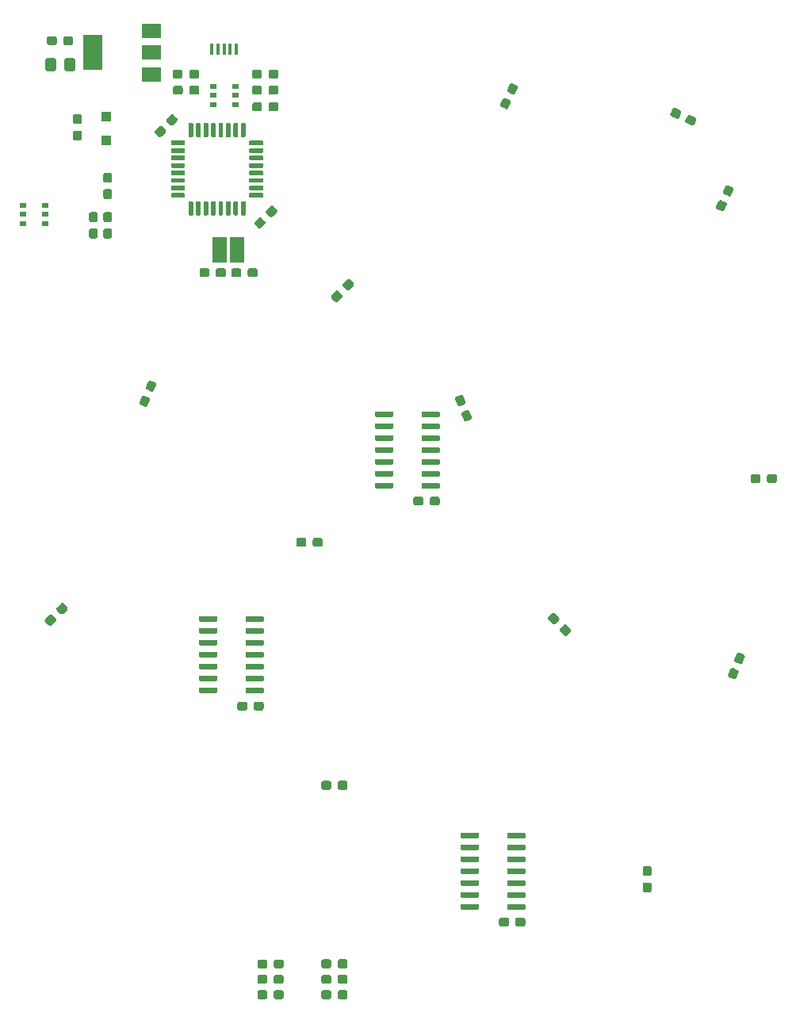
<source format=gbr>
G04 #@! TF.GenerationSoftware,KiCad,Pcbnew,(5.1.5)-3*
G04 #@! TF.CreationDate,2021-10-20T23:00:28+02:00*
G04 #@! TF.ProjectId,WFP_v2_0,5746505f-7632-45f3-902e-6b696361645f,v 0.2*
G04 #@! TF.SameCoordinates,Original*
G04 #@! TF.FileFunction,Paste,Bot*
G04 #@! TF.FilePolarity,Positive*
%FSLAX46Y46*%
G04 Gerber Fmt 4.6, Leading zero omitted, Abs format (unit mm)*
G04 Created by KiCad (PCBNEW (5.1.5)-3) date 2021-10-20 23:00:28*
%MOMM*%
%LPD*%
G04 APERTURE LIST*
%ADD10R,0.800000X0.550000*%
%ADD11C,0.100000*%
%ADD12R,1.000000X1.000000*%
%ADD13R,0.450000X1.300000*%
%ADD14R,2.000000X3.800000*%
%ADD15R,2.000000X1.500000*%
%ADD16R,1.500000X2.700000*%
G04 APERTURE END LIST*
D10*
X80448000Y-47056000D03*
X80448000Y-48956000D03*
X78048000Y-47056000D03*
X80448000Y-48006000D03*
X78048000Y-48956000D03*
X78048000Y-48006000D03*
D11*
G36*
X82592779Y-66455144D02*
G01*
X82615834Y-66458563D01*
X82638443Y-66464227D01*
X82660387Y-66472079D01*
X82681457Y-66482044D01*
X82701448Y-66494026D01*
X82720168Y-66507910D01*
X82737438Y-66523562D01*
X82753090Y-66540832D01*
X82766974Y-66559552D01*
X82778956Y-66579543D01*
X82788921Y-66600613D01*
X82796773Y-66622557D01*
X82802437Y-66645166D01*
X82805856Y-66668221D01*
X82807000Y-66691500D01*
X82807000Y-67166500D01*
X82805856Y-67189779D01*
X82802437Y-67212834D01*
X82796773Y-67235443D01*
X82788921Y-67257387D01*
X82778956Y-67278457D01*
X82766974Y-67298448D01*
X82753090Y-67317168D01*
X82737438Y-67334438D01*
X82720168Y-67350090D01*
X82701448Y-67363974D01*
X82681457Y-67375956D01*
X82660387Y-67385921D01*
X82638443Y-67393773D01*
X82615834Y-67399437D01*
X82592779Y-67402856D01*
X82569500Y-67404000D01*
X81994500Y-67404000D01*
X81971221Y-67402856D01*
X81948166Y-67399437D01*
X81925557Y-67393773D01*
X81903613Y-67385921D01*
X81882543Y-67375956D01*
X81862552Y-67363974D01*
X81843832Y-67350090D01*
X81826562Y-67334438D01*
X81810910Y-67317168D01*
X81797026Y-67298448D01*
X81785044Y-67278457D01*
X81775079Y-67257387D01*
X81767227Y-67235443D01*
X81761563Y-67212834D01*
X81758144Y-67189779D01*
X81757000Y-67166500D01*
X81757000Y-66691500D01*
X81758144Y-66668221D01*
X81761563Y-66645166D01*
X81767227Y-66622557D01*
X81775079Y-66600613D01*
X81785044Y-66579543D01*
X81797026Y-66559552D01*
X81810910Y-66540832D01*
X81826562Y-66523562D01*
X81843832Y-66507910D01*
X81862552Y-66494026D01*
X81882543Y-66482044D01*
X81903613Y-66472079D01*
X81925557Y-66464227D01*
X81948166Y-66458563D01*
X81971221Y-66455144D01*
X81994500Y-66454000D01*
X82569500Y-66454000D01*
X82592779Y-66455144D01*
G37*
G36*
X80842779Y-66455144D02*
G01*
X80865834Y-66458563D01*
X80888443Y-66464227D01*
X80910387Y-66472079D01*
X80931457Y-66482044D01*
X80951448Y-66494026D01*
X80970168Y-66507910D01*
X80987438Y-66523562D01*
X81003090Y-66540832D01*
X81016974Y-66559552D01*
X81028956Y-66579543D01*
X81038921Y-66600613D01*
X81046773Y-66622557D01*
X81052437Y-66645166D01*
X81055856Y-66668221D01*
X81057000Y-66691500D01*
X81057000Y-67166500D01*
X81055856Y-67189779D01*
X81052437Y-67212834D01*
X81046773Y-67235443D01*
X81038921Y-67257387D01*
X81028956Y-67278457D01*
X81016974Y-67298448D01*
X81003090Y-67317168D01*
X80987438Y-67334438D01*
X80970168Y-67350090D01*
X80951448Y-67363974D01*
X80931457Y-67375956D01*
X80910387Y-67385921D01*
X80888443Y-67393773D01*
X80865834Y-67399437D01*
X80842779Y-67402856D01*
X80819500Y-67404000D01*
X80244500Y-67404000D01*
X80221221Y-67402856D01*
X80198166Y-67399437D01*
X80175557Y-67393773D01*
X80153613Y-67385921D01*
X80132543Y-67375956D01*
X80112552Y-67363974D01*
X80093832Y-67350090D01*
X80076562Y-67334438D01*
X80060910Y-67317168D01*
X80047026Y-67298448D01*
X80035044Y-67278457D01*
X80025079Y-67257387D01*
X80017227Y-67235443D01*
X80011563Y-67212834D01*
X80008144Y-67189779D01*
X80007000Y-67166500D01*
X80007000Y-66691500D01*
X80008144Y-66668221D01*
X80011563Y-66645166D01*
X80017227Y-66622557D01*
X80025079Y-66600613D01*
X80035044Y-66579543D01*
X80047026Y-66559552D01*
X80060910Y-66540832D01*
X80076562Y-66523562D01*
X80093832Y-66507910D01*
X80112552Y-66494026D01*
X80132543Y-66482044D01*
X80153613Y-66472079D01*
X80175557Y-66464227D01*
X80198166Y-66458563D01*
X80221221Y-66455144D01*
X80244500Y-66454000D01*
X80819500Y-66454000D01*
X80842779Y-66455144D01*
G37*
G36*
X79189179Y-66455144D02*
G01*
X79212234Y-66458563D01*
X79234843Y-66464227D01*
X79256787Y-66472079D01*
X79277857Y-66482044D01*
X79297848Y-66494026D01*
X79316568Y-66507910D01*
X79333838Y-66523562D01*
X79349490Y-66540832D01*
X79363374Y-66559552D01*
X79375356Y-66579543D01*
X79385321Y-66600613D01*
X79393173Y-66622557D01*
X79398837Y-66645166D01*
X79402256Y-66668221D01*
X79403400Y-66691500D01*
X79403400Y-67166500D01*
X79402256Y-67189779D01*
X79398837Y-67212834D01*
X79393173Y-67235443D01*
X79385321Y-67257387D01*
X79375356Y-67278457D01*
X79363374Y-67298448D01*
X79349490Y-67317168D01*
X79333838Y-67334438D01*
X79316568Y-67350090D01*
X79297848Y-67363974D01*
X79277857Y-67375956D01*
X79256787Y-67385921D01*
X79234843Y-67393773D01*
X79212234Y-67399437D01*
X79189179Y-67402856D01*
X79165900Y-67404000D01*
X78590900Y-67404000D01*
X78567621Y-67402856D01*
X78544566Y-67399437D01*
X78521957Y-67393773D01*
X78500013Y-67385921D01*
X78478943Y-67375956D01*
X78458952Y-67363974D01*
X78440232Y-67350090D01*
X78422962Y-67334438D01*
X78407310Y-67317168D01*
X78393426Y-67298448D01*
X78381444Y-67278457D01*
X78371479Y-67257387D01*
X78363627Y-67235443D01*
X78357963Y-67212834D01*
X78354544Y-67189779D01*
X78353400Y-67166500D01*
X78353400Y-66691500D01*
X78354544Y-66668221D01*
X78357963Y-66645166D01*
X78363627Y-66622557D01*
X78371479Y-66600613D01*
X78381444Y-66579543D01*
X78393426Y-66559552D01*
X78407310Y-66540832D01*
X78422962Y-66523562D01*
X78440232Y-66507910D01*
X78458952Y-66494026D01*
X78478943Y-66482044D01*
X78500013Y-66472079D01*
X78521957Y-66464227D01*
X78544566Y-66458563D01*
X78567621Y-66455144D01*
X78590900Y-66454000D01*
X79165900Y-66454000D01*
X79189179Y-66455144D01*
G37*
G36*
X77439179Y-66455144D02*
G01*
X77462234Y-66458563D01*
X77484843Y-66464227D01*
X77506787Y-66472079D01*
X77527857Y-66482044D01*
X77547848Y-66494026D01*
X77566568Y-66507910D01*
X77583838Y-66523562D01*
X77599490Y-66540832D01*
X77613374Y-66559552D01*
X77625356Y-66579543D01*
X77635321Y-66600613D01*
X77643173Y-66622557D01*
X77648837Y-66645166D01*
X77652256Y-66668221D01*
X77653400Y-66691500D01*
X77653400Y-67166500D01*
X77652256Y-67189779D01*
X77648837Y-67212834D01*
X77643173Y-67235443D01*
X77635321Y-67257387D01*
X77625356Y-67278457D01*
X77613374Y-67298448D01*
X77599490Y-67317168D01*
X77583838Y-67334438D01*
X77566568Y-67350090D01*
X77547848Y-67363974D01*
X77527857Y-67375956D01*
X77506787Y-67385921D01*
X77484843Y-67393773D01*
X77462234Y-67399437D01*
X77439179Y-67402856D01*
X77415900Y-67404000D01*
X76840900Y-67404000D01*
X76817621Y-67402856D01*
X76794566Y-67399437D01*
X76771957Y-67393773D01*
X76750013Y-67385921D01*
X76728943Y-67375956D01*
X76708952Y-67363974D01*
X76690232Y-67350090D01*
X76672962Y-67334438D01*
X76657310Y-67317168D01*
X76643426Y-67298448D01*
X76631444Y-67278457D01*
X76621479Y-67257387D01*
X76613627Y-67235443D01*
X76607963Y-67212834D01*
X76604544Y-67189779D01*
X76603400Y-67166500D01*
X76603400Y-66691500D01*
X76604544Y-66668221D01*
X76607963Y-66645166D01*
X76613627Y-66622557D01*
X76621479Y-66600613D01*
X76631444Y-66579543D01*
X76643426Y-66559552D01*
X76657310Y-66540832D01*
X76672962Y-66523562D01*
X76690232Y-66507910D01*
X76708952Y-66494026D01*
X76728943Y-66482044D01*
X76750013Y-66472079D01*
X76771957Y-66464227D01*
X76794566Y-66458563D01*
X76817621Y-66455144D01*
X76840900Y-66454000D01*
X77415900Y-66454000D01*
X77439179Y-66455144D01*
G37*
G36*
X72490316Y-51242931D02*
G01*
X72513371Y-51246350D01*
X72535980Y-51252014D01*
X72557924Y-51259866D01*
X72578994Y-51269831D01*
X72598985Y-51281813D01*
X72617705Y-51295697D01*
X72634975Y-51311349D01*
X72970851Y-51647225D01*
X72986503Y-51664495D01*
X73000387Y-51683215D01*
X73012369Y-51703206D01*
X73022334Y-51724276D01*
X73030186Y-51746220D01*
X73035850Y-51768829D01*
X73039269Y-51791884D01*
X73040413Y-51815163D01*
X73039269Y-51838442D01*
X73035850Y-51861497D01*
X73030186Y-51884106D01*
X73022334Y-51906050D01*
X73012369Y-51927120D01*
X73000387Y-51947111D01*
X72986503Y-51965831D01*
X72970851Y-51983101D01*
X72564265Y-52389687D01*
X72546995Y-52405339D01*
X72528275Y-52419223D01*
X72508284Y-52431205D01*
X72487214Y-52441170D01*
X72465270Y-52449022D01*
X72442661Y-52454686D01*
X72419606Y-52458105D01*
X72396327Y-52459249D01*
X72373048Y-52458105D01*
X72349993Y-52454686D01*
X72327384Y-52449022D01*
X72305440Y-52441170D01*
X72284370Y-52431205D01*
X72264379Y-52419223D01*
X72245659Y-52405339D01*
X72228389Y-52389687D01*
X71892513Y-52053811D01*
X71876861Y-52036541D01*
X71862977Y-52017821D01*
X71850995Y-51997830D01*
X71841030Y-51976760D01*
X71833178Y-51954816D01*
X71827514Y-51932207D01*
X71824095Y-51909152D01*
X71822951Y-51885873D01*
X71824095Y-51862594D01*
X71827514Y-51839539D01*
X71833178Y-51816930D01*
X71841030Y-51794986D01*
X71850995Y-51773916D01*
X71862977Y-51753925D01*
X71876861Y-51735205D01*
X71892513Y-51717935D01*
X72299099Y-51311349D01*
X72316369Y-51295697D01*
X72335089Y-51281813D01*
X72355080Y-51269831D01*
X72376150Y-51259866D01*
X72398094Y-51252014D01*
X72420703Y-51246350D01*
X72443758Y-51242931D01*
X72467037Y-51241787D01*
X72490316Y-51242931D01*
G37*
G36*
X73727752Y-50005495D02*
G01*
X73750807Y-50008914D01*
X73773416Y-50014578D01*
X73795360Y-50022430D01*
X73816430Y-50032395D01*
X73836421Y-50044377D01*
X73855141Y-50058261D01*
X73872411Y-50073913D01*
X74208287Y-50409789D01*
X74223939Y-50427059D01*
X74237823Y-50445779D01*
X74249805Y-50465770D01*
X74259770Y-50486840D01*
X74267622Y-50508784D01*
X74273286Y-50531393D01*
X74276705Y-50554448D01*
X74277849Y-50577727D01*
X74276705Y-50601006D01*
X74273286Y-50624061D01*
X74267622Y-50646670D01*
X74259770Y-50668614D01*
X74249805Y-50689684D01*
X74237823Y-50709675D01*
X74223939Y-50728395D01*
X74208287Y-50745665D01*
X73801701Y-51152251D01*
X73784431Y-51167903D01*
X73765711Y-51181787D01*
X73745720Y-51193769D01*
X73724650Y-51203734D01*
X73702706Y-51211586D01*
X73680097Y-51217250D01*
X73657042Y-51220669D01*
X73633763Y-51221813D01*
X73610484Y-51220669D01*
X73587429Y-51217250D01*
X73564820Y-51211586D01*
X73542876Y-51203734D01*
X73521806Y-51193769D01*
X73501815Y-51181787D01*
X73483095Y-51167903D01*
X73465825Y-51152251D01*
X73129949Y-50816375D01*
X73114297Y-50799105D01*
X73100413Y-50780385D01*
X73088431Y-50760394D01*
X73078466Y-50739324D01*
X73070614Y-50717380D01*
X73064950Y-50694771D01*
X73061531Y-50671716D01*
X73060387Y-50648437D01*
X73061531Y-50625158D01*
X73064950Y-50602103D01*
X73070614Y-50579494D01*
X73078466Y-50557550D01*
X73088431Y-50536480D01*
X73100413Y-50516489D01*
X73114297Y-50497769D01*
X73129949Y-50480499D01*
X73536535Y-50073913D01*
X73553805Y-50058261D01*
X73572525Y-50044377D01*
X73592516Y-50032395D01*
X73613586Y-50022430D01*
X73635530Y-50014578D01*
X73658139Y-50008914D01*
X73681194Y-50005495D01*
X73704473Y-50004351D01*
X73727752Y-50005495D01*
G37*
G36*
X83123798Y-61005649D02*
G01*
X83146853Y-61009068D01*
X83169462Y-61014732D01*
X83191406Y-61022584D01*
X83212476Y-61032549D01*
X83232467Y-61044531D01*
X83251187Y-61058415D01*
X83268457Y-61074067D01*
X83604333Y-61409943D01*
X83619985Y-61427213D01*
X83633869Y-61445933D01*
X83645851Y-61465924D01*
X83655816Y-61486994D01*
X83663668Y-61508938D01*
X83669332Y-61531547D01*
X83672751Y-61554602D01*
X83673895Y-61577881D01*
X83672751Y-61601160D01*
X83669332Y-61624215D01*
X83663668Y-61646824D01*
X83655816Y-61668768D01*
X83645851Y-61689838D01*
X83633869Y-61709829D01*
X83619985Y-61728549D01*
X83604333Y-61745819D01*
X83197747Y-62152405D01*
X83180477Y-62168057D01*
X83161757Y-62181941D01*
X83141766Y-62193923D01*
X83120696Y-62203888D01*
X83098752Y-62211740D01*
X83076143Y-62217404D01*
X83053088Y-62220823D01*
X83029809Y-62221967D01*
X83006530Y-62220823D01*
X82983475Y-62217404D01*
X82960866Y-62211740D01*
X82938922Y-62203888D01*
X82917852Y-62193923D01*
X82897861Y-62181941D01*
X82879141Y-62168057D01*
X82861871Y-62152405D01*
X82525995Y-61816529D01*
X82510343Y-61799259D01*
X82496459Y-61780539D01*
X82484477Y-61760548D01*
X82474512Y-61739478D01*
X82466660Y-61717534D01*
X82460996Y-61694925D01*
X82457577Y-61671870D01*
X82456433Y-61648591D01*
X82457577Y-61625312D01*
X82460996Y-61602257D01*
X82466660Y-61579648D01*
X82474512Y-61557704D01*
X82484477Y-61536634D01*
X82496459Y-61516643D01*
X82510343Y-61497923D01*
X82525995Y-61480653D01*
X82932581Y-61074067D01*
X82949851Y-61058415D01*
X82968571Y-61044531D01*
X82988562Y-61032549D01*
X83009632Y-61022584D01*
X83031576Y-61014732D01*
X83054185Y-61009068D01*
X83077240Y-61005649D01*
X83100519Y-61004505D01*
X83123798Y-61005649D01*
G37*
G36*
X84361234Y-59768213D02*
G01*
X84384289Y-59771632D01*
X84406898Y-59777296D01*
X84428842Y-59785148D01*
X84449912Y-59795113D01*
X84469903Y-59807095D01*
X84488623Y-59820979D01*
X84505893Y-59836631D01*
X84841769Y-60172507D01*
X84857421Y-60189777D01*
X84871305Y-60208497D01*
X84883287Y-60228488D01*
X84893252Y-60249558D01*
X84901104Y-60271502D01*
X84906768Y-60294111D01*
X84910187Y-60317166D01*
X84911331Y-60340445D01*
X84910187Y-60363724D01*
X84906768Y-60386779D01*
X84901104Y-60409388D01*
X84893252Y-60431332D01*
X84883287Y-60452402D01*
X84871305Y-60472393D01*
X84857421Y-60491113D01*
X84841769Y-60508383D01*
X84435183Y-60914969D01*
X84417913Y-60930621D01*
X84399193Y-60944505D01*
X84379202Y-60956487D01*
X84358132Y-60966452D01*
X84336188Y-60974304D01*
X84313579Y-60979968D01*
X84290524Y-60983387D01*
X84267245Y-60984531D01*
X84243966Y-60983387D01*
X84220911Y-60979968D01*
X84198302Y-60974304D01*
X84176358Y-60966452D01*
X84155288Y-60956487D01*
X84135297Y-60944505D01*
X84116577Y-60930621D01*
X84099307Y-60914969D01*
X83763431Y-60579093D01*
X83747779Y-60561823D01*
X83733895Y-60543103D01*
X83721913Y-60523112D01*
X83711948Y-60502042D01*
X83704096Y-60480098D01*
X83698432Y-60457489D01*
X83695013Y-60434434D01*
X83693869Y-60411155D01*
X83695013Y-60387876D01*
X83698432Y-60364821D01*
X83704096Y-60342212D01*
X83711948Y-60320268D01*
X83721913Y-60299198D01*
X83733895Y-60279207D01*
X83747779Y-60260487D01*
X83763431Y-60243217D01*
X84170017Y-59836631D01*
X84187287Y-59820979D01*
X84206007Y-59807095D01*
X84225998Y-59795113D01*
X84247068Y-59785148D01*
X84269012Y-59777296D01*
X84291621Y-59771632D01*
X84314676Y-59768213D01*
X84337955Y-59767069D01*
X84361234Y-59768213D01*
G37*
G36*
X63836979Y-49996744D02*
G01*
X63860034Y-50000163D01*
X63882643Y-50005827D01*
X63904587Y-50013679D01*
X63925657Y-50023644D01*
X63945648Y-50035626D01*
X63964368Y-50049510D01*
X63981638Y-50065162D01*
X63997290Y-50082432D01*
X64011174Y-50101152D01*
X64023156Y-50121143D01*
X64033121Y-50142213D01*
X64040973Y-50164157D01*
X64046637Y-50186766D01*
X64050056Y-50209821D01*
X64051200Y-50233100D01*
X64051200Y-50808100D01*
X64050056Y-50831379D01*
X64046637Y-50854434D01*
X64040973Y-50877043D01*
X64033121Y-50898987D01*
X64023156Y-50920057D01*
X64011174Y-50940048D01*
X63997290Y-50958768D01*
X63981638Y-50976038D01*
X63964368Y-50991690D01*
X63945648Y-51005574D01*
X63925657Y-51017556D01*
X63904587Y-51027521D01*
X63882643Y-51035373D01*
X63860034Y-51041037D01*
X63836979Y-51044456D01*
X63813700Y-51045600D01*
X63338700Y-51045600D01*
X63315421Y-51044456D01*
X63292366Y-51041037D01*
X63269757Y-51035373D01*
X63247813Y-51027521D01*
X63226743Y-51017556D01*
X63206752Y-51005574D01*
X63188032Y-50991690D01*
X63170762Y-50976038D01*
X63155110Y-50958768D01*
X63141226Y-50940048D01*
X63129244Y-50920057D01*
X63119279Y-50898987D01*
X63111427Y-50877043D01*
X63105763Y-50854434D01*
X63102344Y-50831379D01*
X63101200Y-50808100D01*
X63101200Y-50233100D01*
X63102344Y-50209821D01*
X63105763Y-50186766D01*
X63111427Y-50164157D01*
X63119279Y-50142213D01*
X63129244Y-50121143D01*
X63141226Y-50101152D01*
X63155110Y-50082432D01*
X63170762Y-50065162D01*
X63188032Y-50049510D01*
X63206752Y-50035626D01*
X63226743Y-50023644D01*
X63247813Y-50013679D01*
X63269757Y-50005827D01*
X63292366Y-50000163D01*
X63315421Y-49996744D01*
X63338700Y-49995600D01*
X63813700Y-49995600D01*
X63836979Y-49996744D01*
G37*
G36*
X63836979Y-51746744D02*
G01*
X63860034Y-51750163D01*
X63882643Y-51755827D01*
X63904587Y-51763679D01*
X63925657Y-51773644D01*
X63945648Y-51785626D01*
X63964368Y-51799510D01*
X63981638Y-51815162D01*
X63997290Y-51832432D01*
X64011174Y-51851152D01*
X64023156Y-51871143D01*
X64033121Y-51892213D01*
X64040973Y-51914157D01*
X64046637Y-51936766D01*
X64050056Y-51959821D01*
X64051200Y-51983100D01*
X64051200Y-52558100D01*
X64050056Y-52581379D01*
X64046637Y-52604434D01*
X64040973Y-52627043D01*
X64033121Y-52648987D01*
X64023156Y-52670057D01*
X64011174Y-52690048D01*
X63997290Y-52708768D01*
X63981638Y-52726038D01*
X63964368Y-52741690D01*
X63945648Y-52755574D01*
X63925657Y-52767556D01*
X63904587Y-52777521D01*
X63882643Y-52785373D01*
X63860034Y-52791037D01*
X63836979Y-52794456D01*
X63813700Y-52795600D01*
X63338700Y-52795600D01*
X63315421Y-52794456D01*
X63292366Y-52791037D01*
X63269757Y-52785373D01*
X63247813Y-52777521D01*
X63226743Y-52767556D01*
X63206752Y-52755574D01*
X63188032Y-52741690D01*
X63170762Y-52726038D01*
X63155110Y-52708768D01*
X63141226Y-52690048D01*
X63129244Y-52670057D01*
X63119279Y-52648987D01*
X63111427Y-52627043D01*
X63105763Y-52604434D01*
X63102344Y-52581379D01*
X63101200Y-52558100D01*
X63101200Y-51983100D01*
X63102344Y-51959821D01*
X63105763Y-51936766D01*
X63111427Y-51914157D01*
X63119279Y-51892213D01*
X63129244Y-51871143D01*
X63141226Y-51851152D01*
X63155110Y-51832432D01*
X63170762Y-51815162D01*
X63188032Y-51799510D01*
X63206752Y-51785626D01*
X63226743Y-51773644D01*
X63247813Y-51763679D01*
X63269757Y-51755827D01*
X63292366Y-51750163D01*
X63315421Y-51746744D01*
X63338700Y-51745600D01*
X63813700Y-51745600D01*
X63836979Y-51746744D01*
G37*
G36*
X74608379Y-46973344D02*
G01*
X74631434Y-46976763D01*
X74654043Y-46982427D01*
X74675987Y-46990279D01*
X74697057Y-47000244D01*
X74717048Y-47012226D01*
X74735768Y-47026110D01*
X74753038Y-47041762D01*
X74768690Y-47059032D01*
X74782574Y-47077752D01*
X74794556Y-47097743D01*
X74804521Y-47118813D01*
X74812373Y-47140757D01*
X74818037Y-47163366D01*
X74821456Y-47186421D01*
X74822600Y-47209700D01*
X74822600Y-47684700D01*
X74821456Y-47707979D01*
X74818037Y-47731034D01*
X74812373Y-47753643D01*
X74804521Y-47775587D01*
X74794556Y-47796657D01*
X74782574Y-47816648D01*
X74768690Y-47835368D01*
X74753038Y-47852638D01*
X74735768Y-47868290D01*
X74717048Y-47882174D01*
X74697057Y-47894156D01*
X74675987Y-47904121D01*
X74654043Y-47911973D01*
X74631434Y-47917637D01*
X74608379Y-47921056D01*
X74585100Y-47922200D01*
X74010100Y-47922200D01*
X73986821Y-47921056D01*
X73963766Y-47917637D01*
X73941157Y-47911973D01*
X73919213Y-47904121D01*
X73898143Y-47894156D01*
X73878152Y-47882174D01*
X73859432Y-47868290D01*
X73842162Y-47852638D01*
X73826510Y-47835368D01*
X73812626Y-47816648D01*
X73800644Y-47796657D01*
X73790679Y-47775587D01*
X73782827Y-47753643D01*
X73777163Y-47731034D01*
X73773744Y-47707979D01*
X73772600Y-47684700D01*
X73772600Y-47209700D01*
X73773744Y-47186421D01*
X73777163Y-47163366D01*
X73782827Y-47140757D01*
X73790679Y-47118813D01*
X73800644Y-47097743D01*
X73812626Y-47077752D01*
X73826510Y-47059032D01*
X73842162Y-47041762D01*
X73859432Y-47026110D01*
X73878152Y-47012226D01*
X73898143Y-47000244D01*
X73919213Y-46990279D01*
X73941157Y-46982427D01*
X73963766Y-46976763D01*
X73986821Y-46973344D01*
X74010100Y-46972200D01*
X74585100Y-46972200D01*
X74608379Y-46973344D01*
G37*
G36*
X76358379Y-46973344D02*
G01*
X76381434Y-46976763D01*
X76404043Y-46982427D01*
X76425987Y-46990279D01*
X76447057Y-47000244D01*
X76467048Y-47012226D01*
X76485768Y-47026110D01*
X76503038Y-47041762D01*
X76518690Y-47059032D01*
X76532574Y-47077752D01*
X76544556Y-47097743D01*
X76554521Y-47118813D01*
X76562373Y-47140757D01*
X76568037Y-47163366D01*
X76571456Y-47186421D01*
X76572600Y-47209700D01*
X76572600Y-47684700D01*
X76571456Y-47707979D01*
X76568037Y-47731034D01*
X76562373Y-47753643D01*
X76554521Y-47775587D01*
X76544556Y-47796657D01*
X76532574Y-47816648D01*
X76518690Y-47835368D01*
X76503038Y-47852638D01*
X76485768Y-47868290D01*
X76467048Y-47882174D01*
X76447057Y-47894156D01*
X76425987Y-47904121D01*
X76404043Y-47911973D01*
X76381434Y-47917637D01*
X76358379Y-47921056D01*
X76335100Y-47922200D01*
X75760100Y-47922200D01*
X75736821Y-47921056D01*
X75713766Y-47917637D01*
X75691157Y-47911973D01*
X75669213Y-47904121D01*
X75648143Y-47894156D01*
X75628152Y-47882174D01*
X75609432Y-47868290D01*
X75592162Y-47852638D01*
X75576510Y-47835368D01*
X75562626Y-47816648D01*
X75550644Y-47796657D01*
X75540679Y-47775587D01*
X75532827Y-47753643D01*
X75527163Y-47731034D01*
X75523744Y-47707979D01*
X75522600Y-47684700D01*
X75522600Y-47209700D01*
X75523744Y-47186421D01*
X75527163Y-47163366D01*
X75532827Y-47140757D01*
X75540679Y-47118813D01*
X75550644Y-47097743D01*
X75562626Y-47077752D01*
X75576510Y-47059032D01*
X75592162Y-47041762D01*
X75609432Y-47026110D01*
X75628152Y-47012226D01*
X75648143Y-47000244D01*
X75669213Y-46990279D01*
X75691157Y-46982427D01*
X75713766Y-46976763D01*
X75736821Y-46973344D01*
X75760100Y-46972200D01*
X76335100Y-46972200D01*
X76358379Y-46973344D01*
G37*
G36*
X61157779Y-41690144D02*
G01*
X61180834Y-41693563D01*
X61203443Y-41699227D01*
X61225387Y-41707079D01*
X61246457Y-41717044D01*
X61266448Y-41729026D01*
X61285168Y-41742910D01*
X61302438Y-41758562D01*
X61318090Y-41775832D01*
X61331974Y-41794552D01*
X61343956Y-41814543D01*
X61353921Y-41835613D01*
X61361773Y-41857557D01*
X61367437Y-41880166D01*
X61370856Y-41903221D01*
X61372000Y-41926500D01*
X61372000Y-42401500D01*
X61370856Y-42424779D01*
X61367437Y-42447834D01*
X61361773Y-42470443D01*
X61353921Y-42492387D01*
X61343956Y-42513457D01*
X61331974Y-42533448D01*
X61318090Y-42552168D01*
X61302438Y-42569438D01*
X61285168Y-42585090D01*
X61266448Y-42598974D01*
X61246457Y-42610956D01*
X61225387Y-42620921D01*
X61203443Y-42628773D01*
X61180834Y-42634437D01*
X61157779Y-42637856D01*
X61134500Y-42639000D01*
X60559500Y-42639000D01*
X60536221Y-42637856D01*
X60513166Y-42634437D01*
X60490557Y-42628773D01*
X60468613Y-42620921D01*
X60447543Y-42610956D01*
X60427552Y-42598974D01*
X60408832Y-42585090D01*
X60391562Y-42569438D01*
X60375910Y-42552168D01*
X60362026Y-42533448D01*
X60350044Y-42513457D01*
X60340079Y-42492387D01*
X60332227Y-42470443D01*
X60326563Y-42447834D01*
X60323144Y-42424779D01*
X60322000Y-42401500D01*
X60322000Y-41926500D01*
X60323144Y-41903221D01*
X60326563Y-41880166D01*
X60332227Y-41857557D01*
X60340079Y-41835613D01*
X60350044Y-41814543D01*
X60362026Y-41794552D01*
X60375910Y-41775832D01*
X60391562Y-41758562D01*
X60408832Y-41742910D01*
X60427552Y-41729026D01*
X60447543Y-41717044D01*
X60468613Y-41707079D01*
X60490557Y-41699227D01*
X60513166Y-41693563D01*
X60536221Y-41690144D01*
X60559500Y-41689000D01*
X61134500Y-41689000D01*
X61157779Y-41690144D01*
G37*
G36*
X62907779Y-41690144D02*
G01*
X62930834Y-41693563D01*
X62953443Y-41699227D01*
X62975387Y-41707079D01*
X62996457Y-41717044D01*
X63016448Y-41729026D01*
X63035168Y-41742910D01*
X63052438Y-41758562D01*
X63068090Y-41775832D01*
X63081974Y-41794552D01*
X63093956Y-41814543D01*
X63103921Y-41835613D01*
X63111773Y-41857557D01*
X63117437Y-41880166D01*
X63120856Y-41903221D01*
X63122000Y-41926500D01*
X63122000Y-42401500D01*
X63120856Y-42424779D01*
X63117437Y-42447834D01*
X63111773Y-42470443D01*
X63103921Y-42492387D01*
X63093956Y-42513457D01*
X63081974Y-42533448D01*
X63068090Y-42552168D01*
X63052438Y-42569438D01*
X63035168Y-42585090D01*
X63016448Y-42598974D01*
X62996457Y-42610956D01*
X62975387Y-42620921D01*
X62953443Y-42628773D01*
X62930834Y-42634437D01*
X62907779Y-42637856D01*
X62884500Y-42639000D01*
X62309500Y-42639000D01*
X62286221Y-42637856D01*
X62263166Y-42634437D01*
X62240557Y-42628773D01*
X62218613Y-42620921D01*
X62197543Y-42610956D01*
X62177552Y-42598974D01*
X62158832Y-42585090D01*
X62141562Y-42569438D01*
X62125910Y-42552168D01*
X62112026Y-42533448D01*
X62100044Y-42513457D01*
X62090079Y-42492387D01*
X62082227Y-42470443D01*
X62076563Y-42447834D01*
X62073144Y-42424779D01*
X62072000Y-42401500D01*
X62072000Y-41926500D01*
X62073144Y-41903221D01*
X62076563Y-41880166D01*
X62082227Y-41857557D01*
X62090079Y-41835613D01*
X62100044Y-41814543D01*
X62112026Y-41794552D01*
X62125910Y-41775832D01*
X62141562Y-41758562D01*
X62158832Y-41742910D01*
X62177552Y-41729026D01*
X62197543Y-41717044D01*
X62218613Y-41707079D01*
X62240557Y-41699227D01*
X62263166Y-41693563D01*
X62286221Y-41690144D01*
X62309500Y-41689000D01*
X62884500Y-41689000D01*
X62907779Y-41690144D01*
G37*
G36*
X63105505Y-44005204D02*
G01*
X63129773Y-44008804D01*
X63153572Y-44014765D01*
X63176671Y-44023030D01*
X63198850Y-44033520D01*
X63219893Y-44046132D01*
X63239599Y-44060747D01*
X63257777Y-44077223D01*
X63274253Y-44095401D01*
X63288868Y-44115107D01*
X63301480Y-44136150D01*
X63311970Y-44158329D01*
X63320235Y-44181428D01*
X63326196Y-44205227D01*
X63329796Y-44229495D01*
X63331000Y-44253999D01*
X63331000Y-45154001D01*
X63329796Y-45178505D01*
X63326196Y-45202773D01*
X63320235Y-45226572D01*
X63311970Y-45249671D01*
X63301480Y-45271850D01*
X63288868Y-45292893D01*
X63274253Y-45312599D01*
X63257777Y-45330777D01*
X63239599Y-45347253D01*
X63219893Y-45361868D01*
X63198850Y-45374480D01*
X63176671Y-45384970D01*
X63153572Y-45393235D01*
X63129773Y-45399196D01*
X63105505Y-45402796D01*
X63081001Y-45404000D01*
X62430999Y-45404000D01*
X62406495Y-45402796D01*
X62382227Y-45399196D01*
X62358428Y-45393235D01*
X62335329Y-45384970D01*
X62313150Y-45374480D01*
X62292107Y-45361868D01*
X62272401Y-45347253D01*
X62254223Y-45330777D01*
X62237747Y-45312599D01*
X62223132Y-45292893D01*
X62210520Y-45271850D01*
X62200030Y-45249671D01*
X62191765Y-45226572D01*
X62185804Y-45202773D01*
X62182204Y-45178505D01*
X62181000Y-45154001D01*
X62181000Y-44253999D01*
X62182204Y-44229495D01*
X62185804Y-44205227D01*
X62191765Y-44181428D01*
X62200030Y-44158329D01*
X62210520Y-44136150D01*
X62223132Y-44115107D01*
X62237747Y-44095401D01*
X62254223Y-44077223D01*
X62272401Y-44060747D01*
X62292107Y-44046132D01*
X62313150Y-44033520D01*
X62335329Y-44023030D01*
X62358428Y-44014765D01*
X62382227Y-44008804D01*
X62406495Y-44005204D01*
X62430999Y-44004000D01*
X63081001Y-44004000D01*
X63105505Y-44005204D01*
G37*
G36*
X61055505Y-44005204D02*
G01*
X61079773Y-44008804D01*
X61103572Y-44014765D01*
X61126671Y-44023030D01*
X61148850Y-44033520D01*
X61169893Y-44046132D01*
X61189599Y-44060747D01*
X61207777Y-44077223D01*
X61224253Y-44095401D01*
X61238868Y-44115107D01*
X61251480Y-44136150D01*
X61261970Y-44158329D01*
X61270235Y-44181428D01*
X61276196Y-44205227D01*
X61279796Y-44229495D01*
X61281000Y-44253999D01*
X61281000Y-45154001D01*
X61279796Y-45178505D01*
X61276196Y-45202773D01*
X61270235Y-45226572D01*
X61261970Y-45249671D01*
X61251480Y-45271850D01*
X61238868Y-45292893D01*
X61224253Y-45312599D01*
X61207777Y-45330777D01*
X61189599Y-45347253D01*
X61169893Y-45361868D01*
X61148850Y-45374480D01*
X61126671Y-45384970D01*
X61103572Y-45393235D01*
X61079773Y-45399196D01*
X61055505Y-45402796D01*
X61031001Y-45404000D01*
X60380999Y-45404000D01*
X60356495Y-45402796D01*
X60332227Y-45399196D01*
X60308428Y-45393235D01*
X60285329Y-45384970D01*
X60263150Y-45374480D01*
X60242107Y-45361868D01*
X60222401Y-45347253D01*
X60204223Y-45330777D01*
X60187747Y-45312599D01*
X60173132Y-45292893D01*
X60160520Y-45271850D01*
X60150030Y-45249671D01*
X60141765Y-45226572D01*
X60135804Y-45202773D01*
X60132204Y-45178505D01*
X60131000Y-45154001D01*
X60131000Y-44253999D01*
X60132204Y-44229495D01*
X60135804Y-44205227D01*
X60141765Y-44181428D01*
X60150030Y-44158329D01*
X60160520Y-44136150D01*
X60173132Y-44115107D01*
X60187747Y-44095401D01*
X60204223Y-44077223D01*
X60222401Y-44060747D01*
X60242107Y-44046132D01*
X60263150Y-44033520D01*
X60285329Y-44023030D01*
X60308428Y-44014765D01*
X60332227Y-44008804D01*
X60356495Y-44005204D01*
X60380999Y-44004000D01*
X61031001Y-44004000D01*
X61055505Y-44005204D01*
G37*
G36*
X92205379Y-143518744D02*
G01*
X92228434Y-143522163D01*
X92251043Y-143527827D01*
X92272987Y-143535679D01*
X92294057Y-143545644D01*
X92314048Y-143557626D01*
X92332768Y-143571510D01*
X92350038Y-143587162D01*
X92365690Y-143604432D01*
X92379574Y-143623152D01*
X92391556Y-143643143D01*
X92401521Y-143664213D01*
X92409373Y-143686157D01*
X92415037Y-143708766D01*
X92418456Y-143731821D01*
X92419600Y-143755100D01*
X92419600Y-144230100D01*
X92418456Y-144253379D01*
X92415037Y-144276434D01*
X92409373Y-144299043D01*
X92401521Y-144320987D01*
X92391556Y-144342057D01*
X92379574Y-144362048D01*
X92365690Y-144380768D01*
X92350038Y-144398038D01*
X92332768Y-144413690D01*
X92314048Y-144427574D01*
X92294057Y-144439556D01*
X92272987Y-144449521D01*
X92251043Y-144457373D01*
X92228434Y-144463037D01*
X92205379Y-144466456D01*
X92182100Y-144467600D01*
X91607100Y-144467600D01*
X91583821Y-144466456D01*
X91560766Y-144463037D01*
X91538157Y-144457373D01*
X91516213Y-144449521D01*
X91495143Y-144439556D01*
X91475152Y-144427574D01*
X91456432Y-144413690D01*
X91439162Y-144398038D01*
X91423510Y-144380768D01*
X91409626Y-144362048D01*
X91397644Y-144342057D01*
X91387679Y-144320987D01*
X91379827Y-144299043D01*
X91374163Y-144276434D01*
X91370744Y-144253379D01*
X91369600Y-144230100D01*
X91369600Y-143755100D01*
X91370744Y-143731821D01*
X91374163Y-143708766D01*
X91379827Y-143686157D01*
X91387679Y-143664213D01*
X91397644Y-143643143D01*
X91409626Y-143623152D01*
X91423510Y-143604432D01*
X91439162Y-143587162D01*
X91456432Y-143571510D01*
X91475152Y-143557626D01*
X91495143Y-143545644D01*
X91516213Y-143535679D01*
X91538157Y-143527827D01*
X91560766Y-143522163D01*
X91583821Y-143518744D01*
X91607100Y-143517600D01*
X92182100Y-143517600D01*
X92205379Y-143518744D01*
G37*
G36*
X90455379Y-143518744D02*
G01*
X90478434Y-143522163D01*
X90501043Y-143527827D01*
X90522987Y-143535679D01*
X90544057Y-143545644D01*
X90564048Y-143557626D01*
X90582768Y-143571510D01*
X90600038Y-143587162D01*
X90615690Y-143604432D01*
X90629574Y-143623152D01*
X90641556Y-143643143D01*
X90651521Y-143664213D01*
X90659373Y-143686157D01*
X90665037Y-143708766D01*
X90668456Y-143731821D01*
X90669600Y-143755100D01*
X90669600Y-144230100D01*
X90668456Y-144253379D01*
X90665037Y-144276434D01*
X90659373Y-144299043D01*
X90651521Y-144320987D01*
X90641556Y-144342057D01*
X90629574Y-144362048D01*
X90615690Y-144380768D01*
X90600038Y-144398038D01*
X90582768Y-144413690D01*
X90564048Y-144427574D01*
X90544057Y-144439556D01*
X90522987Y-144449521D01*
X90501043Y-144457373D01*
X90478434Y-144463037D01*
X90455379Y-144466456D01*
X90432100Y-144467600D01*
X89857100Y-144467600D01*
X89833821Y-144466456D01*
X89810766Y-144463037D01*
X89788157Y-144457373D01*
X89766213Y-144449521D01*
X89745143Y-144439556D01*
X89725152Y-144427574D01*
X89706432Y-144413690D01*
X89689162Y-144398038D01*
X89673510Y-144380768D01*
X89659626Y-144362048D01*
X89647644Y-144342057D01*
X89637679Y-144320987D01*
X89629827Y-144299043D01*
X89624163Y-144276434D01*
X89620744Y-144253379D01*
X89619600Y-144230100D01*
X89619600Y-143755100D01*
X89620744Y-143731821D01*
X89624163Y-143708766D01*
X89629827Y-143686157D01*
X89637679Y-143664213D01*
X89647644Y-143643143D01*
X89659626Y-143623152D01*
X89673510Y-143604432D01*
X89689162Y-143587162D01*
X89706432Y-143571510D01*
X89725152Y-143557626D01*
X89745143Y-143545644D01*
X89766213Y-143535679D01*
X89788157Y-143527827D01*
X89810766Y-143522163D01*
X89833821Y-143518744D01*
X89857100Y-143517600D01*
X90432100Y-143517600D01*
X90455379Y-143518744D01*
G37*
G36*
X85375379Y-143518744D02*
G01*
X85398434Y-143522163D01*
X85421043Y-143527827D01*
X85442987Y-143535679D01*
X85464057Y-143545644D01*
X85484048Y-143557626D01*
X85502768Y-143571510D01*
X85520038Y-143587162D01*
X85535690Y-143604432D01*
X85549574Y-143623152D01*
X85561556Y-143643143D01*
X85571521Y-143664213D01*
X85579373Y-143686157D01*
X85585037Y-143708766D01*
X85588456Y-143731821D01*
X85589600Y-143755100D01*
X85589600Y-144230100D01*
X85588456Y-144253379D01*
X85585037Y-144276434D01*
X85579373Y-144299043D01*
X85571521Y-144320987D01*
X85561556Y-144342057D01*
X85549574Y-144362048D01*
X85535690Y-144380768D01*
X85520038Y-144398038D01*
X85502768Y-144413690D01*
X85484048Y-144427574D01*
X85464057Y-144439556D01*
X85442987Y-144449521D01*
X85421043Y-144457373D01*
X85398434Y-144463037D01*
X85375379Y-144466456D01*
X85352100Y-144467600D01*
X84777100Y-144467600D01*
X84753821Y-144466456D01*
X84730766Y-144463037D01*
X84708157Y-144457373D01*
X84686213Y-144449521D01*
X84665143Y-144439556D01*
X84645152Y-144427574D01*
X84626432Y-144413690D01*
X84609162Y-144398038D01*
X84593510Y-144380768D01*
X84579626Y-144362048D01*
X84567644Y-144342057D01*
X84557679Y-144320987D01*
X84549827Y-144299043D01*
X84544163Y-144276434D01*
X84540744Y-144253379D01*
X84539600Y-144230100D01*
X84539600Y-143755100D01*
X84540744Y-143731821D01*
X84544163Y-143708766D01*
X84549827Y-143686157D01*
X84557679Y-143664213D01*
X84567644Y-143643143D01*
X84579626Y-143623152D01*
X84593510Y-143604432D01*
X84609162Y-143587162D01*
X84626432Y-143571510D01*
X84645152Y-143557626D01*
X84665143Y-143545644D01*
X84686213Y-143535679D01*
X84708157Y-143527827D01*
X84730766Y-143522163D01*
X84753821Y-143518744D01*
X84777100Y-143517600D01*
X85352100Y-143517600D01*
X85375379Y-143518744D01*
G37*
G36*
X83625379Y-143518744D02*
G01*
X83648434Y-143522163D01*
X83671043Y-143527827D01*
X83692987Y-143535679D01*
X83714057Y-143545644D01*
X83734048Y-143557626D01*
X83752768Y-143571510D01*
X83770038Y-143587162D01*
X83785690Y-143604432D01*
X83799574Y-143623152D01*
X83811556Y-143643143D01*
X83821521Y-143664213D01*
X83829373Y-143686157D01*
X83835037Y-143708766D01*
X83838456Y-143731821D01*
X83839600Y-143755100D01*
X83839600Y-144230100D01*
X83838456Y-144253379D01*
X83835037Y-144276434D01*
X83829373Y-144299043D01*
X83821521Y-144320987D01*
X83811556Y-144342057D01*
X83799574Y-144362048D01*
X83785690Y-144380768D01*
X83770038Y-144398038D01*
X83752768Y-144413690D01*
X83734048Y-144427574D01*
X83714057Y-144439556D01*
X83692987Y-144449521D01*
X83671043Y-144457373D01*
X83648434Y-144463037D01*
X83625379Y-144466456D01*
X83602100Y-144467600D01*
X83027100Y-144467600D01*
X83003821Y-144466456D01*
X82980766Y-144463037D01*
X82958157Y-144457373D01*
X82936213Y-144449521D01*
X82915143Y-144439556D01*
X82895152Y-144427574D01*
X82876432Y-144413690D01*
X82859162Y-144398038D01*
X82843510Y-144380768D01*
X82829626Y-144362048D01*
X82817644Y-144342057D01*
X82807679Y-144320987D01*
X82799827Y-144299043D01*
X82794163Y-144276434D01*
X82790744Y-144253379D01*
X82789600Y-144230100D01*
X82789600Y-143755100D01*
X82790744Y-143731821D01*
X82794163Y-143708766D01*
X82799827Y-143686157D01*
X82807679Y-143664213D01*
X82817644Y-143643143D01*
X82829626Y-143623152D01*
X82843510Y-143604432D01*
X82859162Y-143587162D01*
X82876432Y-143571510D01*
X82895152Y-143557626D01*
X82915143Y-143545644D01*
X82936213Y-143535679D01*
X82958157Y-143527827D01*
X82980766Y-143522163D01*
X83003821Y-143518744D01*
X83027100Y-143517600D01*
X83602100Y-143517600D01*
X83625379Y-143518744D01*
G37*
G36*
X81491779Y-112708544D02*
G01*
X81514834Y-112711963D01*
X81537443Y-112717627D01*
X81559387Y-112725479D01*
X81580457Y-112735444D01*
X81600448Y-112747426D01*
X81619168Y-112761310D01*
X81636438Y-112776962D01*
X81652090Y-112794232D01*
X81665974Y-112812952D01*
X81677956Y-112832943D01*
X81687921Y-112854013D01*
X81695773Y-112875957D01*
X81701437Y-112898566D01*
X81704856Y-112921621D01*
X81706000Y-112944900D01*
X81706000Y-113419900D01*
X81704856Y-113443179D01*
X81701437Y-113466234D01*
X81695773Y-113488843D01*
X81687921Y-113510787D01*
X81677956Y-113531857D01*
X81665974Y-113551848D01*
X81652090Y-113570568D01*
X81636438Y-113587838D01*
X81619168Y-113603490D01*
X81600448Y-113617374D01*
X81580457Y-113629356D01*
X81559387Y-113639321D01*
X81537443Y-113647173D01*
X81514834Y-113652837D01*
X81491779Y-113656256D01*
X81468500Y-113657400D01*
X80893500Y-113657400D01*
X80870221Y-113656256D01*
X80847166Y-113652837D01*
X80824557Y-113647173D01*
X80802613Y-113639321D01*
X80781543Y-113629356D01*
X80761552Y-113617374D01*
X80742832Y-113603490D01*
X80725562Y-113587838D01*
X80709910Y-113570568D01*
X80696026Y-113551848D01*
X80684044Y-113531857D01*
X80674079Y-113510787D01*
X80666227Y-113488843D01*
X80660563Y-113466234D01*
X80657144Y-113443179D01*
X80656000Y-113419900D01*
X80656000Y-112944900D01*
X80657144Y-112921621D01*
X80660563Y-112898566D01*
X80666227Y-112875957D01*
X80674079Y-112854013D01*
X80684044Y-112832943D01*
X80696026Y-112812952D01*
X80709910Y-112794232D01*
X80725562Y-112776962D01*
X80742832Y-112761310D01*
X80761552Y-112747426D01*
X80781543Y-112735444D01*
X80802613Y-112725479D01*
X80824557Y-112717627D01*
X80847166Y-112711963D01*
X80870221Y-112708544D01*
X80893500Y-112707400D01*
X81468500Y-112707400D01*
X81491779Y-112708544D01*
G37*
G36*
X83241779Y-112708544D02*
G01*
X83264834Y-112711963D01*
X83287443Y-112717627D01*
X83309387Y-112725479D01*
X83330457Y-112735444D01*
X83350448Y-112747426D01*
X83369168Y-112761310D01*
X83386438Y-112776962D01*
X83402090Y-112794232D01*
X83415974Y-112812952D01*
X83427956Y-112832943D01*
X83437921Y-112854013D01*
X83445773Y-112875957D01*
X83451437Y-112898566D01*
X83454856Y-112921621D01*
X83456000Y-112944900D01*
X83456000Y-113419900D01*
X83454856Y-113443179D01*
X83451437Y-113466234D01*
X83445773Y-113488843D01*
X83437921Y-113510787D01*
X83427956Y-113531857D01*
X83415974Y-113551848D01*
X83402090Y-113570568D01*
X83386438Y-113587838D01*
X83369168Y-113603490D01*
X83350448Y-113617374D01*
X83330457Y-113629356D01*
X83309387Y-113639321D01*
X83287443Y-113647173D01*
X83264834Y-113652837D01*
X83241779Y-113656256D01*
X83218500Y-113657400D01*
X82643500Y-113657400D01*
X82620221Y-113656256D01*
X82597166Y-113652837D01*
X82574557Y-113647173D01*
X82552613Y-113639321D01*
X82531543Y-113629356D01*
X82511552Y-113617374D01*
X82492832Y-113603490D01*
X82475562Y-113587838D01*
X82459910Y-113570568D01*
X82446026Y-113551848D01*
X82434044Y-113531857D01*
X82424079Y-113510787D01*
X82416227Y-113488843D01*
X82410563Y-113466234D01*
X82407144Y-113443179D01*
X82406000Y-113419900D01*
X82406000Y-112944900D01*
X82407144Y-112921621D01*
X82410563Y-112898566D01*
X82416227Y-112875957D01*
X82424079Y-112854013D01*
X82434044Y-112832943D01*
X82446026Y-112812952D01*
X82459910Y-112794232D01*
X82475562Y-112776962D01*
X82492832Y-112761310D01*
X82511552Y-112747426D01*
X82531543Y-112735444D01*
X82552613Y-112725479D01*
X82574557Y-112717627D01*
X82597166Y-112711963D01*
X82620221Y-112708544D01*
X82643500Y-112707400D01*
X83218500Y-112707400D01*
X83241779Y-112708544D01*
G37*
G36*
X102037779Y-90839144D02*
G01*
X102060834Y-90842563D01*
X102083443Y-90848227D01*
X102105387Y-90856079D01*
X102126457Y-90866044D01*
X102146448Y-90878026D01*
X102165168Y-90891910D01*
X102182438Y-90907562D01*
X102198090Y-90924832D01*
X102211974Y-90943552D01*
X102223956Y-90963543D01*
X102233921Y-90984613D01*
X102241773Y-91006557D01*
X102247437Y-91029166D01*
X102250856Y-91052221D01*
X102252000Y-91075500D01*
X102252000Y-91550500D01*
X102250856Y-91573779D01*
X102247437Y-91596834D01*
X102241773Y-91619443D01*
X102233921Y-91641387D01*
X102223956Y-91662457D01*
X102211974Y-91682448D01*
X102198090Y-91701168D01*
X102182438Y-91718438D01*
X102165168Y-91734090D01*
X102146448Y-91747974D01*
X102126457Y-91759956D01*
X102105387Y-91769921D01*
X102083443Y-91777773D01*
X102060834Y-91783437D01*
X102037779Y-91786856D01*
X102014500Y-91788000D01*
X101439500Y-91788000D01*
X101416221Y-91786856D01*
X101393166Y-91783437D01*
X101370557Y-91777773D01*
X101348613Y-91769921D01*
X101327543Y-91759956D01*
X101307552Y-91747974D01*
X101288832Y-91734090D01*
X101271562Y-91718438D01*
X101255910Y-91701168D01*
X101242026Y-91682448D01*
X101230044Y-91662457D01*
X101220079Y-91641387D01*
X101212227Y-91619443D01*
X101206563Y-91596834D01*
X101203144Y-91573779D01*
X101202000Y-91550500D01*
X101202000Y-91075500D01*
X101203144Y-91052221D01*
X101206563Y-91029166D01*
X101212227Y-91006557D01*
X101220079Y-90984613D01*
X101230044Y-90963543D01*
X101242026Y-90943552D01*
X101255910Y-90924832D01*
X101271562Y-90907562D01*
X101288832Y-90891910D01*
X101307552Y-90878026D01*
X101327543Y-90866044D01*
X101348613Y-90856079D01*
X101370557Y-90848227D01*
X101393166Y-90842563D01*
X101416221Y-90839144D01*
X101439500Y-90838000D01*
X102014500Y-90838000D01*
X102037779Y-90839144D01*
G37*
G36*
X100287779Y-90839144D02*
G01*
X100310834Y-90842563D01*
X100333443Y-90848227D01*
X100355387Y-90856079D01*
X100376457Y-90866044D01*
X100396448Y-90878026D01*
X100415168Y-90891910D01*
X100432438Y-90907562D01*
X100448090Y-90924832D01*
X100461974Y-90943552D01*
X100473956Y-90963543D01*
X100483921Y-90984613D01*
X100491773Y-91006557D01*
X100497437Y-91029166D01*
X100500856Y-91052221D01*
X100502000Y-91075500D01*
X100502000Y-91550500D01*
X100500856Y-91573779D01*
X100497437Y-91596834D01*
X100491773Y-91619443D01*
X100483921Y-91641387D01*
X100473956Y-91662457D01*
X100461974Y-91682448D01*
X100448090Y-91701168D01*
X100432438Y-91718438D01*
X100415168Y-91734090D01*
X100396448Y-91747974D01*
X100376457Y-91759956D01*
X100355387Y-91769921D01*
X100333443Y-91777773D01*
X100310834Y-91783437D01*
X100287779Y-91786856D01*
X100264500Y-91788000D01*
X99689500Y-91788000D01*
X99666221Y-91786856D01*
X99643166Y-91783437D01*
X99620557Y-91777773D01*
X99598613Y-91769921D01*
X99577543Y-91759956D01*
X99557552Y-91747974D01*
X99538832Y-91734090D01*
X99521562Y-91718438D01*
X99505910Y-91701168D01*
X99492026Y-91682448D01*
X99480044Y-91662457D01*
X99470079Y-91641387D01*
X99462227Y-91619443D01*
X99456563Y-91596834D01*
X99453144Y-91573779D01*
X99452000Y-91550500D01*
X99452000Y-91075500D01*
X99453144Y-91052221D01*
X99456563Y-91029166D01*
X99462227Y-91006557D01*
X99470079Y-90984613D01*
X99480044Y-90963543D01*
X99492026Y-90943552D01*
X99505910Y-90924832D01*
X99521562Y-90907562D01*
X99538832Y-90891910D01*
X99557552Y-90878026D01*
X99577543Y-90866044D01*
X99598613Y-90856079D01*
X99620557Y-90848227D01*
X99643166Y-90842563D01*
X99666221Y-90839144D01*
X99689500Y-90838000D01*
X100264500Y-90838000D01*
X100287779Y-90839144D01*
G37*
G36*
X111181779Y-135771744D02*
G01*
X111204834Y-135775163D01*
X111227443Y-135780827D01*
X111249387Y-135788679D01*
X111270457Y-135798644D01*
X111290448Y-135810626D01*
X111309168Y-135824510D01*
X111326438Y-135840162D01*
X111342090Y-135857432D01*
X111355974Y-135876152D01*
X111367956Y-135896143D01*
X111377921Y-135917213D01*
X111385773Y-135939157D01*
X111391437Y-135961766D01*
X111394856Y-135984821D01*
X111396000Y-136008100D01*
X111396000Y-136483100D01*
X111394856Y-136506379D01*
X111391437Y-136529434D01*
X111385773Y-136552043D01*
X111377921Y-136573987D01*
X111367956Y-136595057D01*
X111355974Y-136615048D01*
X111342090Y-136633768D01*
X111326438Y-136651038D01*
X111309168Y-136666690D01*
X111290448Y-136680574D01*
X111270457Y-136692556D01*
X111249387Y-136702521D01*
X111227443Y-136710373D01*
X111204834Y-136716037D01*
X111181779Y-136719456D01*
X111158500Y-136720600D01*
X110583500Y-136720600D01*
X110560221Y-136719456D01*
X110537166Y-136716037D01*
X110514557Y-136710373D01*
X110492613Y-136702521D01*
X110471543Y-136692556D01*
X110451552Y-136680574D01*
X110432832Y-136666690D01*
X110415562Y-136651038D01*
X110399910Y-136633768D01*
X110386026Y-136615048D01*
X110374044Y-136595057D01*
X110364079Y-136573987D01*
X110356227Y-136552043D01*
X110350563Y-136529434D01*
X110347144Y-136506379D01*
X110346000Y-136483100D01*
X110346000Y-136008100D01*
X110347144Y-135984821D01*
X110350563Y-135961766D01*
X110356227Y-135939157D01*
X110364079Y-135917213D01*
X110374044Y-135896143D01*
X110386026Y-135876152D01*
X110399910Y-135857432D01*
X110415562Y-135840162D01*
X110432832Y-135824510D01*
X110451552Y-135810626D01*
X110471543Y-135798644D01*
X110492613Y-135788679D01*
X110514557Y-135780827D01*
X110537166Y-135775163D01*
X110560221Y-135771744D01*
X110583500Y-135770600D01*
X111158500Y-135770600D01*
X111181779Y-135771744D01*
G37*
G36*
X109431779Y-135771744D02*
G01*
X109454834Y-135775163D01*
X109477443Y-135780827D01*
X109499387Y-135788679D01*
X109520457Y-135798644D01*
X109540448Y-135810626D01*
X109559168Y-135824510D01*
X109576438Y-135840162D01*
X109592090Y-135857432D01*
X109605974Y-135876152D01*
X109617956Y-135896143D01*
X109627921Y-135917213D01*
X109635773Y-135939157D01*
X109641437Y-135961766D01*
X109644856Y-135984821D01*
X109646000Y-136008100D01*
X109646000Y-136483100D01*
X109644856Y-136506379D01*
X109641437Y-136529434D01*
X109635773Y-136552043D01*
X109627921Y-136573987D01*
X109617956Y-136595057D01*
X109605974Y-136615048D01*
X109592090Y-136633768D01*
X109576438Y-136651038D01*
X109559168Y-136666690D01*
X109540448Y-136680574D01*
X109520457Y-136692556D01*
X109499387Y-136702521D01*
X109477443Y-136710373D01*
X109454834Y-136716037D01*
X109431779Y-136719456D01*
X109408500Y-136720600D01*
X108833500Y-136720600D01*
X108810221Y-136719456D01*
X108787166Y-136716037D01*
X108764557Y-136710373D01*
X108742613Y-136702521D01*
X108721543Y-136692556D01*
X108701552Y-136680574D01*
X108682832Y-136666690D01*
X108665562Y-136651038D01*
X108649910Y-136633768D01*
X108636026Y-136615048D01*
X108624044Y-136595057D01*
X108614079Y-136573987D01*
X108606227Y-136552043D01*
X108600563Y-136529434D01*
X108597144Y-136506379D01*
X108596000Y-136483100D01*
X108596000Y-136008100D01*
X108597144Y-135984821D01*
X108600563Y-135961766D01*
X108606227Y-135939157D01*
X108614079Y-135917213D01*
X108624044Y-135896143D01*
X108636026Y-135876152D01*
X108649910Y-135857432D01*
X108665562Y-135840162D01*
X108682832Y-135824510D01*
X108701552Y-135810626D01*
X108721543Y-135798644D01*
X108742613Y-135788679D01*
X108764557Y-135780827D01*
X108787166Y-135775163D01*
X108810221Y-135771744D01*
X108833500Y-135770600D01*
X109408500Y-135770600D01*
X109431779Y-135771744D01*
G37*
D12*
X66624200Y-52766600D03*
X66624200Y-50266600D03*
D11*
G36*
X76332979Y-45246144D02*
G01*
X76356034Y-45249563D01*
X76378643Y-45255227D01*
X76400587Y-45263079D01*
X76421657Y-45273044D01*
X76441648Y-45285026D01*
X76460368Y-45298910D01*
X76477638Y-45314562D01*
X76493290Y-45331832D01*
X76507174Y-45350552D01*
X76519156Y-45370543D01*
X76529121Y-45391613D01*
X76536973Y-45413557D01*
X76542637Y-45436166D01*
X76546056Y-45459221D01*
X76547200Y-45482500D01*
X76547200Y-45957500D01*
X76546056Y-45980779D01*
X76542637Y-46003834D01*
X76536973Y-46026443D01*
X76529121Y-46048387D01*
X76519156Y-46069457D01*
X76507174Y-46089448D01*
X76493290Y-46108168D01*
X76477638Y-46125438D01*
X76460368Y-46141090D01*
X76441648Y-46154974D01*
X76421657Y-46166956D01*
X76400587Y-46176921D01*
X76378643Y-46184773D01*
X76356034Y-46190437D01*
X76332979Y-46193856D01*
X76309700Y-46195000D01*
X75734700Y-46195000D01*
X75711421Y-46193856D01*
X75688366Y-46190437D01*
X75665757Y-46184773D01*
X75643813Y-46176921D01*
X75622743Y-46166956D01*
X75602752Y-46154974D01*
X75584032Y-46141090D01*
X75566762Y-46125438D01*
X75551110Y-46108168D01*
X75537226Y-46089448D01*
X75525244Y-46069457D01*
X75515279Y-46048387D01*
X75507427Y-46026443D01*
X75501763Y-46003834D01*
X75498344Y-45980779D01*
X75497200Y-45957500D01*
X75497200Y-45482500D01*
X75498344Y-45459221D01*
X75501763Y-45436166D01*
X75507427Y-45413557D01*
X75515279Y-45391613D01*
X75525244Y-45370543D01*
X75537226Y-45350552D01*
X75551110Y-45331832D01*
X75566762Y-45314562D01*
X75584032Y-45298910D01*
X75602752Y-45285026D01*
X75622743Y-45273044D01*
X75643813Y-45263079D01*
X75665757Y-45255227D01*
X75688366Y-45249563D01*
X75711421Y-45246144D01*
X75734700Y-45245000D01*
X76309700Y-45245000D01*
X76332979Y-45246144D01*
G37*
G36*
X74582979Y-45246144D02*
G01*
X74606034Y-45249563D01*
X74628643Y-45255227D01*
X74650587Y-45263079D01*
X74671657Y-45273044D01*
X74691648Y-45285026D01*
X74710368Y-45298910D01*
X74727638Y-45314562D01*
X74743290Y-45331832D01*
X74757174Y-45350552D01*
X74769156Y-45370543D01*
X74779121Y-45391613D01*
X74786973Y-45413557D01*
X74792637Y-45436166D01*
X74796056Y-45459221D01*
X74797200Y-45482500D01*
X74797200Y-45957500D01*
X74796056Y-45980779D01*
X74792637Y-46003834D01*
X74786973Y-46026443D01*
X74779121Y-46048387D01*
X74769156Y-46069457D01*
X74757174Y-46089448D01*
X74743290Y-46108168D01*
X74727638Y-46125438D01*
X74710368Y-46141090D01*
X74691648Y-46154974D01*
X74671657Y-46166956D01*
X74650587Y-46176921D01*
X74628643Y-46184773D01*
X74606034Y-46190437D01*
X74582979Y-46193856D01*
X74559700Y-46195000D01*
X73984700Y-46195000D01*
X73961421Y-46193856D01*
X73938366Y-46190437D01*
X73915757Y-46184773D01*
X73893813Y-46176921D01*
X73872743Y-46166956D01*
X73852752Y-46154974D01*
X73834032Y-46141090D01*
X73816762Y-46125438D01*
X73801110Y-46108168D01*
X73787226Y-46089448D01*
X73775244Y-46069457D01*
X73765279Y-46048387D01*
X73757427Y-46026443D01*
X73751763Y-46003834D01*
X73748344Y-45980779D01*
X73747200Y-45957500D01*
X73747200Y-45482500D01*
X73748344Y-45459221D01*
X73751763Y-45436166D01*
X73757427Y-45413557D01*
X73765279Y-45391613D01*
X73775244Y-45370543D01*
X73787226Y-45350552D01*
X73801110Y-45331832D01*
X73816762Y-45314562D01*
X73834032Y-45298910D01*
X73852752Y-45285026D01*
X73872743Y-45273044D01*
X73893813Y-45263079D01*
X73915757Y-45255227D01*
X73938366Y-45249563D01*
X73961421Y-45246144D01*
X73984700Y-45245000D01*
X74559700Y-45245000D01*
X74582979Y-45246144D01*
G37*
G36*
X83066579Y-45246144D02*
G01*
X83089634Y-45249563D01*
X83112243Y-45255227D01*
X83134187Y-45263079D01*
X83155257Y-45273044D01*
X83175248Y-45285026D01*
X83193968Y-45298910D01*
X83211238Y-45314562D01*
X83226890Y-45331832D01*
X83240774Y-45350552D01*
X83252756Y-45370543D01*
X83262721Y-45391613D01*
X83270573Y-45413557D01*
X83276237Y-45436166D01*
X83279656Y-45459221D01*
X83280800Y-45482500D01*
X83280800Y-45957500D01*
X83279656Y-45980779D01*
X83276237Y-46003834D01*
X83270573Y-46026443D01*
X83262721Y-46048387D01*
X83252756Y-46069457D01*
X83240774Y-46089448D01*
X83226890Y-46108168D01*
X83211238Y-46125438D01*
X83193968Y-46141090D01*
X83175248Y-46154974D01*
X83155257Y-46166956D01*
X83134187Y-46176921D01*
X83112243Y-46184773D01*
X83089634Y-46190437D01*
X83066579Y-46193856D01*
X83043300Y-46195000D01*
X82468300Y-46195000D01*
X82445021Y-46193856D01*
X82421966Y-46190437D01*
X82399357Y-46184773D01*
X82377413Y-46176921D01*
X82356343Y-46166956D01*
X82336352Y-46154974D01*
X82317632Y-46141090D01*
X82300362Y-46125438D01*
X82284710Y-46108168D01*
X82270826Y-46089448D01*
X82258844Y-46069457D01*
X82248879Y-46048387D01*
X82241027Y-46026443D01*
X82235363Y-46003834D01*
X82231944Y-45980779D01*
X82230800Y-45957500D01*
X82230800Y-45482500D01*
X82231944Y-45459221D01*
X82235363Y-45436166D01*
X82241027Y-45413557D01*
X82248879Y-45391613D01*
X82258844Y-45370543D01*
X82270826Y-45350552D01*
X82284710Y-45331832D01*
X82300362Y-45314562D01*
X82317632Y-45298910D01*
X82336352Y-45285026D01*
X82356343Y-45273044D01*
X82377413Y-45263079D01*
X82399357Y-45255227D01*
X82421966Y-45249563D01*
X82445021Y-45246144D01*
X82468300Y-45245000D01*
X83043300Y-45245000D01*
X83066579Y-45246144D01*
G37*
G36*
X84816579Y-45246144D02*
G01*
X84839634Y-45249563D01*
X84862243Y-45255227D01*
X84884187Y-45263079D01*
X84905257Y-45273044D01*
X84925248Y-45285026D01*
X84943968Y-45298910D01*
X84961238Y-45314562D01*
X84976890Y-45331832D01*
X84990774Y-45350552D01*
X85002756Y-45370543D01*
X85012721Y-45391613D01*
X85020573Y-45413557D01*
X85026237Y-45436166D01*
X85029656Y-45459221D01*
X85030800Y-45482500D01*
X85030800Y-45957500D01*
X85029656Y-45980779D01*
X85026237Y-46003834D01*
X85020573Y-46026443D01*
X85012721Y-46048387D01*
X85002756Y-46069457D01*
X84990774Y-46089448D01*
X84976890Y-46108168D01*
X84961238Y-46125438D01*
X84943968Y-46141090D01*
X84925248Y-46154974D01*
X84905257Y-46166956D01*
X84884187Y-46176921D01*
X84862243Y-46184773D01*
X84839634Y-46190437D01*
X84816579Y-46193856D01*
X84793300Y-46195000D01*
X84218300Y-46195000D01*
X84195021Y-46193856D01*
X84171966Y-46190437D01*
X84149357Y-46184773D01*
X84127413Y-46176921D01*
X84106343Y-46166956D01*
X84086352Y-46154974D01*
X84067632Y-46141090D01*
X84050362Y-46125438D01*
X84034710Y-46108168D01*
X84020826Y-46089448D01*
X84008844Y-46069457D01*
X83998879Y-46048387D01*
X83991027Y-46026443D01*
X83985363Y-46003834D01*
X83981944Y-45980779D01*
X83980800Y-45957500D01*
X83980800Y-45482500D01*
X83981944Y-45459221D01*
X83985363Y-45436166D01*
X83991027Y-45413557D01*
X83998879Y-45391613D01*
X84008844Y-45370543D01*
X84020826Y-45350552D01*
X84034710Y-45331832D01*
X84050362Y-45314562D01*
X84067632Y-45298910D01*
X84086352Y-45285026D01*
X84106343Y-45273044D01*
X84127413Y-45263079D01*
X84149357Y-45255227D01*
X84171966Y-45249563D01*
X84195021Y-45246144D01*
X84218300Y-45245000D01*
X84793300Y-45245000D01*
X84816579Y-45246144D01*
G37*
D13*
X77948000Y-43048000D03*
X78598000Y-43048000D03*
X79248000Y-43048000D03*
X79898000Y-43048000D03*
X80548000Y-43048000D03*
D11*
G36*
X109972622Y-46698749D02*
G01*
X109995506Y-46703171D01*
X110017846Y-46709815D01*
X110039427Y-46718617D01*
X110469923Y-46919360D01*
X110490537Y-46930234D01*
X110509987Y-46943077D01*
X110528084Y-46957765D01*
X110544654Y-46974155D01*
X110559538Y-46992091D01*
X110572592Y-47011399D01*
X110583691Y-47031894D01*
X110592728Y-47053378D01*
X110599615Y-47075644D01*
X110604287Y-47098478D01*
X110606698Y-47121661D01*
X110606825Y-47144967D01*
X110604667Y-47168174D01*
X110600245Y-47191058D01*
X110593601Y-47213398D01*
X110584799Y-47234980D01*
X110341793Y-47756107D01*
X110330918Y-47776722D01*
X110318075Y-47796171D01*
X110303388Y-47814268D01*
X110286998Y-47830838D01*
X110269062Y-47845722D01*
X110249753Y-47858777D01*
X110229259Y-47869876D01*
X110207775Y-47878912D01*
X110185508Y-47885799D01*
X110162674Y-47890471D01*
X110139492Y-47892882D01*
X110116185Y-47893009D01*
X110092978Y-47890851D01*
X110070094Y-47886429D01*
X110047754Y-47879785D01*
X110026173Y-47870983D01*
X109595677Y-47670240D01*
X109575063Y-47659366D01*
X109555613Y-47646523D01*
X109537516Y-47631835D01*
X109520946Y-47615445D01*
X109506062Y-47597509D01*
X109493008Y-47578201D01*
X109481909Y-47557706D01*
X109472872Y-47536222D01*
X109465985Y-47513956D01*
X109461313Y-47491122D01*
X109458902Y-47467939D01*
X109458775Y-47444633D01*
X109460933Y-47421426D01*
X109465355Y-47398542D01*
X109471999Y-47376202D01*
X109480801Y-47354620D01*
X109723807Y-46833493D01*
X109734682Y-46812878D01*
X109747525Y-46793429D01*
X109762212Y-46775332D01*
X109778602Y-46758762D01*
X109796538Y-46743878D01*
X109815847Y-46730823D01*
X109836341Y-46719724D01*
X109857825Y-46710688D01*
X109880092Y-46703801D01*
X109902926Y-46699129D01*
X109926108Y-46696718D01*
X109949415Y-46696591D01*
X109972622Y-46698749D01*
G37*
G36*
X109233040Y-48284787D02*
G01*
X109255924Y-48289209D01*
X109278264Y-48295853D01*
X109299845Y-48304655D01*
X109730341Y-48505398D01*
X109750955Y-48516272D01*
X109770405Y-48529115D01*
X109788502Y-48543803D01*
X109805072Y-48560193D01*
X109819956Y-48578129D01*
X109833010Y-48597437D01*
X109844109Y-48617932D01*
X109853146Y-48639416D01*
X109860033Y-48661682D01*
X109864705Y-48684516D01*
X109867116Y-48707699D01*
X109867243Y-48731005D01*
X109865085Y-48754212D01*
X109860663Y-48777096D01*
X109854019Y-48799436D01*
X109845217Y-48821018D01*
X109602211Y-49342145D01*
X109591336Y-49362760D01*
X109578493Y-49382209D01*
X109563806Y-49400306D01*
X109547416Y-49416876D01*
X109529480Y-49431760D01*
X109510171Y-49444815D01*
X109489677Y-49455914D01*
X109468193Y-49464950D01*
X109445926Y-49471837D01*
X109423092Y-49476509D01*
X109399910Y-49478920D01*
X109376603Y-49479047D01*
X109353396Y-49476889D01*
X109330512Y-49472467D01*
X109308172Y-49465823D01*
X109286591Y-49457021D01*
X108856095Y-49256278D01*
X108835481Y-49245404D01*
X108816031Y-49232561D01*
X108797934Y-49217873D01*
X108781364Y-49201483D01*
X108766480Y-49183547D01*
X108753426Y-49164239D01*
X108742327Y-49143744D01*
X108733290Y-49122260D01*
X108726403Y-49099994D01*
X108721731Y-49077160D01*
X108719320Y-49053977D01*
X108719193Y-49030671D01*
X108721351Y-49007464D01*
X108725773Y-48984580D01*
X108732417Y-48962240D01*
X108741219Y-48940658D01*
X108984225Y-48419531D01*
X108995100Y-48398916D01*
X109007943Y-48379467D01*
X109022630Y-48361370D01*
X109039020Y-48344800D01*
X109056956Y-48329916D01*
X109076265Y-48316861D01*
X109096759Y-48305762D01*
X109118243Y-48296726D01*
X109140510Y-48289839D01*
X109163344Y-48285167D01*
X109186526Y-48282756D01*
X109209833Y-48282629D01*
X109233040Y-48284787D01*
G37*
G36*
X127350355Y-49350342D02*
G01*
X127373239Y-49354764D01*
X127395579Y-49361408D01*
X127417161Y-49370210D01*
X127938288Y-49613216D01*
X127958903Y-49624091D01*
X127978352Y-49636934D01*
X127996449Y-49651621D01*
X128013019Y-49668011D01*
X128027903Y-49685947D01*
X128040958Y-49705256D01*
X128052057Y-49725750D01*
X128061093Y-49747234D01*
X128067980Y-49769501D01*
X128072652Y-49792335D01*
X128075063Y-49815517D01*
X128075190Y-49838824D01*
X128073032Y-49862031D01*
X128068610Y-49884915D01*
X128061966Y-49907255D01*
X128053164Y-49928836D01*
X127852421Y-50359332D01*
X127841547Y-50379946D01*
X127828704Y-50399396D01*
X127814016Y-50417493D01*
X127797626Y-50434063D01*
X127779690Y-50448947D01*
X127760382Y-50462001D01*
X127739887Y-50473100D01*
X127718403Y-50482137D01*
X127696137Y-50489024D01*
X127673303Y-50493696D01*
X127650120Y-50496107D01*
X127626814Y-50496234D01*
X127603607Y-50494076D01*
X127580723Y-50489654D01*
X127558383Y-50483010D01*
X127536801Y-50474208D01*
X127015674Y-50231202D01*
X126995059Y-50220327D01*
X126975610Y-50207484D01*
X126957513Y-50192797D01*
X126940943Y-50176407D01*
X126926059Y-50158471D01*
X126913004Y-50139162D01*
X126901905Y-50118668D01*
X126892869Y-50097184D01*
X126885982Y-50074917D01*
X126881310Y-50052083D01*
X126878899Y-50028901D01*
X126878772Y-50005594D01*
X126880930Y-49982387D01*
X126885352Y-49959503D01*
X126891996Y-49937163D01*
X126900798Y-49915582D01*
X127101541Y-49485086D01*
X127112415Y-49464472D01*
X127125258Y-49445022D01*
X127139946Y-49426925D01*
X127156336Y-49410355D01*
X127174272Y-49395471D01*
X127193580Y-49382417D01*
X127214075Y-49371318D01*
X127235559Y-49362281D01*
X127257825Y-49355394D01*
X127280659Y-49350722D01*
X127303842Y-49348311D01*
X127327148Y-49348184D01*
X127350355Y-49350342D01*
G37*
G36*
X128936393Y-50089924D02*
G01*
X128959277Y-50094346D01*
X128981617Y-50100990D01*
X129003199Y-50109792D01*
X129524326Y-50352798D01*
X129544941Y-50363673D01*
X129564390Y-50376516D01*
X129582487Y-50391203D01*
X129599057Y-50407593D01*
X129613941Y-50425529D01*
X129626996Y-50444838D01*
X129638095Y-50465332D01*
X129647131Y-50486816D01*
X129654018Y-50509083D01*
X129658690Y-50531917D01*
X129661101Y-50555099D01*
X129661228Y-50578406D01*
X129659070Y-50601613D01*
X129654648Y-50624497D01*
X129648004Y-50646837D01*
X129639202Y-50668418D01*
X129438459Y-51098914D01*
X129427585Y-51119528D01*
X129414742Y-51138978D01*
X129400054Y-51157075D01*
X129383664Y-51173645D01*
X129365728Y-51188529D01*
X129346420Y-51201583D01*
X129325925Y-51212682D01*
X129304441Y-51221719D01*
X129282175Y-51228606D01*
X129259341Y-51233278D01*
X129236158Y-51235689D01*
X129212852Y-51235816D01*
X129189645Y-51233658D01*
X129166761Y-51229236D01*
X129144421Y-51222592D01*
X129122839Y-51213790D01*
X128601712Y-50970784D01*
X128581097Y-50959909D01*
X128561648Y-50947066D01*
X128543551Y-50932379D01*
X128526981Y-50915989D01*
X128512097Y-50898053D01*
X128499042Y-50878744D01*
X128487943Y-50858250D01*
X128478907Y-50836766D01*
X128472020Y-50814499D01*
X128467348Y-50791665D01*
X128464937Y-50768483D01*
X128464810Y-50745176D01*
X128466968Y-50721969D01*
X128471390Y-50699085D01*
X128478034Y-50676745D01*
X128486836Y-50655164D01*
X128687579Y-50224668D01*
X128698453Y-50204054D01*
X128711296Y-50184604D01*
X128725984Y-50166507D01*
X128742374Y-50149937D01*
X128760310Y-50135053D01*
X128779618Y-50121999D01*
X128800113Y-50110900D01*
X128821597Y-50101863D01*
X128843863Y-50094976D01*
X128866697Y-50090304D01*
X128889880Y-50087893D01*
X128913186Y-50087766D01*
X128936393Y-50089924D01*
G37*
G36*
X65538779Y-60464144D02*
G01*
X65561834Y-60467563D01*
X65584443Y-60473227D01*
X65606387Y-60481079D01*
X65627457Y-60491044D01*
X65647448Y-60503026D01*
X65666168Y-60516910D01*
X65683438Y-60532562D01*
X65699090Y-60549832D01*
X65712974Y-60568552D01*
X65724956Y-60588543D01*
X65734921Y-60609613D01*
X65742773Y-60631557D01*
X65748437Y-60654166D01*
X65751856Y-60677221D01*
X65753000Y-60700500D01*
X65753000Y-61275500D01*
X65751856Y-61298779D01*
X65748437Y-61321834D01*
X65742773Y-61344443D01*
X65734921Y-61366387D01*
X65724956Y-61387457D01*
X65712974Y-61407448D01*
X65699090Y-61426168D01*
X65683438Y-61443438D01*
X65666168Y-61459090D01*
X65647448Y-61472974D01*
X65627457Y-61484956D01*
X65606387Y-61494921D01*
X65584443Y-61502773D01*
X65561834Y-61508437D01*
X65538779Y-61511856D01*
X65515500Y-61513000D01*
X65040500Y-61513000D01*
X65017221Y-61511856D01*
X64994166Y-61508437D01*
X64971557Y-61502773D01*
X64949613Y-61494921D01*
X64928543Y-61484956D01*
X64908552Y-61472974D01*
X64889832Y-61459090D01*
X64872562Y-61443438D01*
X64856910Y-61426168D01*
X64843026Y-61407448D01*
X64831044Y-61387457D01*
X64821079Y-61366387D01*
X64813227Y-61344443D01*
X64807563Y-61321834D01*
X64804144Y-61298779D01*
X64803000Y-61275500D01*
X64803000Y-60700500D01*
X64804144Y-60677221D01*
X64807563Y-60654166D01*
X64813227Y-60631557D01*
X64821079Y-60609613D01*
X64831044Y-60588543D01*
X64843026Y-60568552D01*
X64856910Y-60549832D01*
X64872562Y-60532562D01*
X64889832Y-60516910D01*
X64908552Y-60503026D01*
X64928543Y-60491044D01*
X64949613Y-60481079D01*
X64971557Y-60473227D01*
X64994166Y-60467563D01*
X65017221Y-60464144D01*
X65040500Y-60463000D01*
X65515500Y-60463000D01*
X65538779Y-60464144D01*
G37*
G36*
X65538779Y-62214144D02*
G01*
X65561834Y-62217563D01*
X65584443Y-62223227D01*
X65606387Y-62231079D01*
X65627457Y-62241044D01*
X65647448Y-62253026D01*
X65666168Y-62266910D01*
X65683438Y-62282562D01*
X65699090Y-62299832D01*
X65712974Y-62318552D01*
X65724956Y-62338543D01*
X65734921Y-62359613D01*
X65742773Y-62381557D01*
X65748437Y-62404166D01*
X65751856Y-62427221D01*
X65753000Y-62450500D01*
X65753000Y-63025500D01*
X65751856Y-63048779D01*
X65748437Y-63071834D01*
X65742773Y-63094443D01*
X65734921Y-63116387D01*
X65724956Y-63137457D01*
X65712974Y-63157448D01*
X65699090Y-63176168D01*
X65683438Y-63193438D01*
X65666168Y-63209090D01*
X65647448Y-63222974D01*
X65627457Y-63234956D01*
X65606387Y-63244921D01*
X65584443Y-63252773D01*
X65561834Y-63258437D01*
X65538779Y-63261856D01*
X65515500Y-63263000D01*
X65040500Y-63263000D01*
X65017221Y-63261856D01*
X64994166Y-63258437D01*
X64971557Y-63252773D01*
X64949613Y-63244921D01*
X64928543Y-63234956D01*
X64908552Y-63222974D01*
X64889832Y-63209090D01*
X64872562Y-63193438D01*
X64856910Y-63176168D01*
X64843026Y-63157448D01*
X64831044Y-63137457D01*
X64821079Y-63116387D01*
X64813227Y-63094443D01*
X64807563Y-63071834D01*
X64804144Y-63048779D01*
X64803000Y-63025500D01*
X64803000Y-62450500D01*
X64804144Y-62427221D01*
X64807563Y-62404166D01*
X64813227Y-62381557D01*
X64821079Y-62359613D01*
X64831044Y-62338543D01*
X64843026Y-62318552D01*
X64856910Y-62299832D01*
X64872562Y-62282562D01*
X64889832Y-62266910D01*
X64908552Y-62253026D01*
X64928543Y-62241044D01*
X64949613Y-62231079D01*
X64971557Y-62223227D01*
X64994166Y-62217563D01*
X65017221Y-62214144D01*
X65040500Y-62213000D01*
X65515500Y-62213000D01*
X65538779Y-62214144D01*
G37*
G36*
X67062779Y-60464144D02*
G01*
X67085834Y-60467563D01*
X67108443Y-60473227D01*
X67130387Y-60481079D01*
X67151457Y-60491044D01*
X67171448Y-60503026D01*
X67190168Y-60516910D01*
X67207438Y-60532562D01*
X67223090Y-60549832D01*
X67236974Y-60568552D01*
X67248956Y-60588543D01*
X67258921Y-60609613D01*
X67266773Y-60631557D01*
X67272437Y-60654166D01*
X67275856Y-60677221D01*
X67277000Y-60700500D01*
X67277000Y-61275500D01*
X67275856Y-61298779D01*
X67272437Y-61321834D01*
X67266773Y-61344443D01*
X67258921Y-61366387D01*
X67248956Y-61387457D01*
X67236974Y-61407448D01*
X67223090Y-61426168D01*
X67207438Y-61443438D01*
X67190168Y-61459090D01*
X67171448Y-61472974D01*
X67151457Y-61484956D01*
X67130387Y-61494921D01*
X67108443Y-61502773D01*
X67085834Y-61508437D01*
X67062779Y-61511856D01*
X67039500Y-61513000D01*
X66564500Y-61513000D01*
X66541221Y-61511856D01*
X66518166Y-61508437D01*
X66495557Y-61502773D01*
X66473613Y-61494921D01*
X66452543Y-61484956D01*
X66432552Y-61472974D01*
X66413832Y-61459090D01*
X66396562Y-61443438D01*
X66380910Y-61426168D01*
X66367026Y-61407448D01*
X66355044Y-61387457D01*
X66345079Y-61366387D01*
X66337227Y-61344443D01*
X66331563Y-61321834D01*
X66328144Y-61298779D01*
X66327000Y-61275500D01*
X66327000Y-60700500D01*
X66328144Y-60677221D01*
X66331563Y-60654166D01*
X66337227Y-60631557D01*
X66345079Y-60609613D01*
X66355044Y-60588543D01*
X66367026Y-60568552D01*
X66380910Y-60549832D01*
X66396562Y-60532562D01*
X66413832Y-60516910D01*
X66432552Y-60503026D01*
X66452543Y-60491044D01*
X66473613Y-60481079D01*
X66495557Y-60473227D01*
X66518166Y-60467563D01*
X66541221Y-60464144D01*
X66564500Y-60463000D01*
X67039500Y-60463000D01*
X67062779Y-60464144D01*
G37*
G36*
X67062779Y-62214144D02*
G01*
X67085834Y-62217563D01*
X67108443Y-62223227D01*
X67130387Y-62231079D01*
X67151457Y-62241044D01*
X67171448Y-62253026D01*
X67190168Y-62266910D01*
X67207438Y-62282562D01*
X67223090Y-62299832D01*
X67236974Y-62318552D01*
X67248956Y-62338543D01*
X67258921Y-62359613D01*
X67266773Y-62381557D01*
X67272437Y-62404166D01*
X67275856Y-62427221D01*
X67277000Y-62450500D01*
X67277000Y-63025500D01*
X67275856Y-63048779D01*
X67272437Y-63071834D01*
X67266773Y-63094443D01*
X67258921Y-63116387D01*
X67248956Y-63137457D01*
X67236974Y-63157448D01*
X67223090Y-63176168D01*
X67207438Y-63193438D01*
X67190168Y-63209090D01*
X67171448Y-63222974D01*
X67151457Y-63234956D01*
X67130387Y-63244921D01*
X67108443Y-63252773D01*
X67085834Y-63258437D01*
X67062779Y-63261856D01*
X67039500Y-63263000D01*
X66564500Y-63263000D01*
X66541221Y-63261856D01*
X66518166Y-63258437D01*
X66495557Y-63252773D01*
X66473613Y-63244921D01*
X66452543Y-63234956D01*
X66432552Y-63222974D01*
X66413832Y-63209090D01*
X66396562Y-63193438D01*
X66380910Y-63176168D01*
X66367026Y-63157448D01*
X66355044Y-63137457D01*
X66345079Y-63116387D01*
X66337227Y-63094443D01*
X66331563Y-63071834D01*
X66328144Y-63048779D01*
X66327000Y-63025500D01*
X66327000Y-62450500D01*
X66328144Y-62427221D01*
X66331563Y-62404166D01*
X66337227Y-62381557D01*
X66345079Y-62359613D01*
X66355044Y-62338543D01*
X66367026Y-62318552D01*
X66380910Y-62299832D01*
X66396562Y-62282562D01*
X66413832Y-62266910D01*
X66432552Y-62253026D01*
X66452543Y-62241044D01*
X66473613Y-62231079D01*
X66495557Y-62223227D01*
X66518166Y-62217563D01*
X66541221Y-62214144D01*
X66564500Y-62213000D01*
X67039500Y-62213000D01*
X67062779Y-62214144D01*
G37*
G36*
X83063979Y-46973344D02*
G01*
X83087034Y-46976763D01*
X83109643Y-46982427D01*
X83131587Y-46990279D01*
X83152657Y-47000244D01*
X83172648Y-47012226D01*
X83191368Y-47026110D01*
X83208638Y-47041762D01*
X83224290Y-47059032D01*
X83238174Y-47077752D01*
X83250156Y-47097743D01*
X83260121Y-47118813D01*
X83267973Y-47140757D01*
X83273637Y-47163366D01*
X83277056Y-47186421D01*
X83278200Y-47209700D01*
X83278200Y-47684700D01*
X83277056Y-47707979D01*
X83273637Y-47731034D01*
X83267973Y-47753643D01*
X83260121Y-47775587D01*
X83250156Y-47796657D01*
X83238174Y-47816648D01*
X83224290Y-47835368D01*
X83208638Y-47852638D01*
X83191368Y-47868290D01*
X83172648Y-47882174D01*
X83152657Y-47894156D01*
X83131587Y-47904121D01*
X83109643Y-47911973D01*
X83087034Y-47917637D01*
X83063979Y-47921056D01*
X83040700Y-47922200D01*
X82465700Y-47922200D01*
X82442421Y-47921056D01*
X82419366Y-47917637D01*
X82396757Y-47911973D01*
X82374813Y-47904121D01*
X82353743Y-47894156D01*
X82333752Y-47882174D01*
X82315032Y-47868290D01*
X82297762Y-47852638D01*
X82282110Y-47835368D01*
X82268226Y-47816648D01*
X82256244Y-47796657D01*
X82246279Y-47775587D01*
X82238427Y-47753643D01*
X82232763Y-47731034D01*
X82229344Y-47707979D01*
X82228200Y-47684700D01*
X82228200Y-47209700D01*
X82229344Y-47186421D01*
X82232763Y-47163366D01*
X82238427Y-47140757D01*
X82246279Y-47118813D01*
X82256244Y-47097743D01*
X82268226Y-47077752D01*
X82282110Y-47059032D01*
X82297762Y-47041762D01*
X82315032Y-47026110D01*
X82333752Y-47012226D01*
X82353743Y-47000244D01*
X82374813Y-46990279D01*
X82396757Y-46982427D01*
X82419366Y-46976763D01*
X82442421Y-46973344D01*
X82465700Y-46972200D01*
X83040700Y-46972200D01*
X83063979Y-46973344D01*
G37*
G36*
X84813979Y-46973344D02*
G01*
X84837034Y-46976763D01*
X84859643Y-46982427D01*
X84881587Y-46990279D01*
X84902657Y-47000244D01*
X84922648Y-47012226D01*
X84941368Y-47026110D01*
X84958638Y-47041762D01*
X84974290Y-47059032D01*
X84988174Y-47077752D01*
X85000156Y-47097743D01*
X85010121Y-47118813D01*
X85017973Y-47140757D01*
X85023637Y-47163366D01*
X85027056Y-47186421D01*
X85028200Y-47209700D01*
X85028200Y-47684700D01*
X85027056Y-47707979D01*
X85023637Y-47731034D01*
X85017973Y-47753643D01*
X85010121Y-47775587D01*
X85000156Y-47796657D01*
X84988174Y-47816648D01*
X84974290Y-47835368D01*
X84958638Y-47852638D01*
X84941368Y-47868290D01*
X84922648Y-47882174D01*
X84902657Y-47894156D01*
X84881587Y-47904121D01*
X84859643Y-47911973D01*
X84837034Y-47917637D01*
X84813979Y-47921056D01*
X84790700Y-47922200D01*
X84215700Y-47922200D01*
X84192421Y-47921056D01*
X84169366Y-47917637D01*
X84146757Y-47911973D01*
X84124813Y-47904121D01*
X84103743Y-47894156D01*
X84083752Y-47882174D01*
X84065032Y-47868290D01*
X84047762Y-47852638D01*
X84032110Y-47835368D01*
X84018226Y-47816648D01*
X84006244Y-47796657D01*
X83996279Y-47775587D01*
X83988427Y-47753643D01*
X83982763Y-47731034D01*
X83979344Y-47707979D01*
X83978200Y-47684700D01*
X83978200Y-47209700D01*
X83979344Y-47186421D01*
X83982763Y-47163366D01*
X83988427Y-47140757D01*
X83996279Y-47118813D01*
X84006244Y-47097743D01*
X84018226Y-47077752D01*
X84032110Y-47059032D01*
X84047762Y-47041762D01*
X84065032Y-47026110D01*
X84083752Y-47012226D01*
X84103743Y-47000244D01*
X84124813Y-46990279D01*
X84146757Y-46982427D01*
X84169366Y-46976763D01*
X84192421Y-46973344D01*
X84215700Y-46972200D01*
X84790700Y-46972200D01*
X84813979Y-46973344D01*
G37*
G36*
X84816579Y-48751344D02*
G01*
X84839634Y-48754763D01*
X84862243Y-48760427D01*
X84884187Y-48768279D01*
X84905257Y-48778244D01*
X84925248Y-48790226D01*
X84943968Y-48804110D01*
X84961238Y-48819762D01*
X84976890Y-48837032D01*
X84990774Y-48855752D01*
X85002756Y-48875743D01*
X85012721Y-48896813D01*
X85020573Y-48918757D01*
X85026237Y-48941366D01*
X85029656Y-48964421D01*
X85030800Y-48987700D01*
X85030800Y-49462700D01*
X85029656Y-49485979D01*
X85026237Y-49509034D01*
X85020573Y-49531643D01*
X85012721Y-49553587D01*
X85002756Y-49574657D01*
X84990774Y-49594648D01*
X84976890Y-49613368D01*
X84961238Y-49630638D01*
X84943968Y-49646290D01*
X84925248Y-49660174D01*
X84905257Y-49672156D01*
X84884187Y-49682121D01*
X84862243Y-49689973D01*
X84839634Y-49695637D01*
X84816579Y-49699056D01*
X84793300Y-49700200D01*
X84218300Y-49700200D01*
X84195021Y-49699056D01*
X84171966Y-49695637D01*
X84149357Y-49689973D01*
X84127413Y-49682121D01*
X84106343Y-49672156D01*
X84086352Y-49660174D01*
X84067632Y-49646290D01*
X84050362Y-49630638D01*
X84034710Y-49613368D01*
X84020826Y-49594648D01*
X84008844Y-49574657D01*
X83998879Y-49553587D01*
X83991027Y-49531643D01*
X83985363Y-49509034D01*
X83981944Y-49485979D01*
X83980800Y-49462700D01*
X83980800Y-48987700D01*
X83981944Y-48964421D01*
X83985363Y-48941366D01*
X83991027Y-48918757D01*
X83998879Y-48896813D01*
X84008844Y-48875743D01*
X84020826Y-48855752D01*
X84034710Y-48837032D01*
X84050362Y-48819762D01*
X84067632Y-48804110D01*
X84086352Y-48790226D01*
X84106343Y-48778244D01*
X84127413Y-48768279D01*
X84149357Y-48760427D01*
X84171966Y-48754763D01*
X84195021Y-48751344D01*
X84218300Y-48750200D01*
X84793300Y-48750200D01*
X84816579Y-48751344D01*
G37*
G36*
X83066579Y-48751344D02*
G01*
X83089634Y-48754763D01*
X83112243Y-48760427D01*
X83134187Y-48768279D01*
X83155257Y-48778244D01*
X83175248Y-48790226D01*
X83193968Y-48804110D01*
X83211238Y-48819762D01*
X83226890Y-48837032D01*
X83240774Y-48855752D01*
X83252756Y-48875743D01*
X83262721Y-48896813D01*
X83270573Y-48918757D01*
X83276237Y-48941366D01*
X83279656Y-48964421D01*
X83280800Y-48987700D01*
X83280800Y-49462700D01*
X83279656Y-49485979D01*
X83276237Y-49509034D01*
X83270573Y-49531643D01*
X83262721Y-49553587D01*
X83252756Y-49574657D01*
X83240774Y-49594648D01*
X83226890Y-49613368D01*
X83211238Y-49630638D01*
X83193968Y-49646290D01*
X83175248Y-49660174D01*
X83155257Y-49672156D01*
X83134187Y-49682121D01*
X83112243Y-49689973D01*
X83089634Y-49695637D01*
X83066579Y-49699056D01*
X83043300Y-49700200D01*
X82468300Y-49700200D01*
X82445021Y-49699056D01*
X82421966Y-49695637D01*
X82399357Y-49689973D01*
X82377413Y-49682121D01*
X82356343Y-49672156D01*
X82336352Y-49660174D01*
X82317632Y-49646290D01*
X82300362Y-49630638D01*
X82284710Y-49613368D01*
X82270826Y-49594648D01*
X82258844Y-49574657D01*
X82248879Y-49553587D01*
X82241027Y-49531643D01*
X82235363Y-49509034D01*
X82231944Y-49485979D01*
X82230800Y-49462700D01*
X82230800Y-48987700D01*
X82231944Y-48964421D01*
X82235363Y-48941366D01*
X82241027Y-48918757D01*
X82248879Y-48896813D01*
X82258844Y-48875743D01*
X82270826Y-48855752D01*
X82284710Y-48837032D01*
X82300362Y-48819762D01*
X82317632Y-48804110D01*
X82336352Y-48790226D01*
X82356343Y-48778244D01*
X82377413Y-48768279D01*
X82399357Y-48760427D01*
X82421966Y-48754763D01*
X82445021Y-48751344D01*
X82468300Y-48750200D01*
X83043300Y-48750200D01*
X83066579Y-48751344D01*
G37*
G36*
X61983834Y-102160813D02*
G01*
X62006889Y-102164232D01*
X62029498Y-102169896D01*
X62051442Y-102177748D01*
X62072512Y-102187713D01*
X62092503Y-102199695D01*
X62111223Y-102213579D01*
X62128493Y-102229231D01*
X62464369Y-102565107D01*
X62480021Y-102582377D01*
X62493905Y-102601097D01*
X62505887Y-102621088D01*
X62515852Y-102642158D01*
X62523704Y-102664102D01*
X62529368Y-102686711D01*
X62532787Y-102709766D01*
X62533931Y-102733045D01*
X62532787Y-102756324D01*
X62529368Y-102779379D01*
X62523704Y-102801988D01*
X62515852Y-102823932D01*
X62505887Y-102845002D01*
X62493905Y-102864993D01*
X62480021Y-102883713D01*
X62464369Y-102900983D01*
X62057783Y-103307569D01*
X62040513Y-103323221D01*
X62021793Y-103337105D01*
X62001802Y-103349087D01*
X61980732Y-103359052D01*
X61958788Y-103366904D01*
X61936179Y-103372568D01*
X61913124Y-103375987D01*
X61889845Y-103377131D01*
X61866566Y-103375987D01*
X61843511Y-103372568D01*
X61820902Y-103366904D01*
X61798958Y-103359052D01*
X61777888Y-103349087D01*
X61757897Y-103337105D01*
X61739177Y-103323221D01*
X61721907Y-103307569D01*
X61386031Y-102971693D01*
X61370379Y-102954423D01*
X61356495Y-102935703D01*
X61344513Y-102915712D01*
X61334548Y-102894642D01*
X61326696Y-102872698D01*
X61321032Y-102850089D01*
X61317613Y-102827034D01*
X61316469Y-102803755D01*
X61317613Y-102780476D01*
X61321032Y-102757421D01*
X61326696Y-102734812D01*
X61334548Y-102712868D01*
X61344513Y-102691798D01*
X61356495Y-102671807D01*
X61370379Y-102653087D01*
X61386031Y-102635817D01*
X61792617Y-102229231D01*
X61809887Y-102213579D01*
X61828607Y-102199695D01*
X61848598Y-102187713D01*
X61869668Y-102177748D01*
X61891612Y-102169896D01*
X61914221Y-102164232D01*
X61937276Y-102160813D01*
X61960555Y-102159669D01*
X61983834Y-102160813D01*
G37*
G36*
X60746398Y-103398249D02*
G01*
X60769453Y-103401668D01*
X60792062Y-103407332D01*
X60814006Y-103415184D01*
X60835076Y-103425149D01*
X60855067Y-103437131D01*
X60873787Y-103451015D01*
X60891057Y-103466667D01*
X61226933Y-103802543D01*
X61242585Y-103819813D01*
X61256469Y-103838533D01*
X61268451Y-103858524D01*
X61278416Y-103879594D01*
X61286268Y-103901538D01*
X61291932Y-103924147D01*
X61295351Y-103947202D01*
X61296495Y-103970481D01*
X61295351Y-103993760D01*
X61291932Y-104016815D01*
X61286268Y-104039424D01*
X61278416Y-104061368D01*
X61268451Y-104082438D01*
X61256469Y-104102429D01*
X61242585Y-104121149D01*
X61226933Y-104138419D01*
X60820347Y-104545005D01*
X60803077Y-104560657D01*
X60784357Y-104574541D01*
X60764366Y-104586523D01*
X60743296Y-104596488D01*
X60721352Y-104604340D01*
X60698743Y-104610004D01*
X60675688Y-104613423D01*
X60652409Y-104614567D01*
X60629130Y-104613423D01*
X60606075Y-104610004D01*
X60583466Y-104604340D01*
X60561522Y-104596488D01*
X60540452Y-104586523D01*
X60520461Y-104574541D01*
X60501741Y-104560657D01*
X60484471Y-104545005D01*
X60148595Y-104209129D01*
X60132943Y-104191859D01*
X60119059Y-104173139D01*
X60107077Y-104153148D01*
X60097112Y-104132078D01*
X60089260Y-104110134D01*
X60083596Y-104087525D01*
X60080177Y-104064470D01*
X60079033Y-104041191D01*
X60080177Y-104017912D01*
X60083596Y-103994857D01*
X60089260Y-103972248D01*
X60097112Y-103950304D01*
X60107077Y-103929234D01*
X60119059Y-103909243D01*
X60132943Y-103890523D01*
X60148595Y-103873253D01*
X60555181Y-103466667D01*
X60572451Y-103451015D01*
X60591171Y-103437131D01*
X60611162Y-103425149D01*
X60632232Y-103415184D01*
X60654176Y-103407332D01*
X60676785Y-103401668D01*
X60699840Y-103398249D01*
X60723119Y-103397105D01*
X60746398Y-103398249D01*
G37*
G36*
X134203679Y-107509541D02*
G01*
X134226734Y-107512960D01*
X134249343Y-107518624D01*
X134271287Y-107526476D01*
X134710130Y-107708251D01*
X134731200Y-107718216D01*
X134751191Y-107730198D01*
X134769912Y-107744082D01*
X134787181Y-107759734D01*
X134802833Y-107777004D01*
X134816717Y-107795724D01*
X134828699Y-107815715D01*
X134838664Y-107836785D01*
X134846516Y-107858730D01*
X134852180Y-107881338D01*
X134855599Y-107904393D01*
X134856743Y-107927672D01*
X134855599Y-107950951D01*
X134852179Y-107974006D01*
X134846516Y-107996615D01*
X134838664Y-108018559D01*
X134618621Y-108549790D01*
X134608656Y-108570860D01*
X134596674Y-108590851D01*
X134582790Y-108609571D01*
X134567138Y-108626841D01*
X134549868Y-108642493D01*
X134531148Y-108656377D01*
X134511157Y-108668359D01*
X134490087Y-108678324D01*
X134468143Y-108686176D01*
X134445534Y-108691839D01*
X134422479Y-108695259D01*
X134399200Y-108696403D01*
X134375921Y-108695259D01*
X134352866Y-108691840D01*
X134330257Y-108686176D01*
X134308313Y-108678324D01*
X133869470Y-108496549D01*
X133848400Y-108486584D01*
X133828409Y-108474602D01*
X133809688Y-108460718D01*
X133792419Y-108445066D01*
X133776767Y-108427796D01*
X133762883Y-108409076D01*
X133750901Y-108389085D01*
X133740936Y-108368015D01*
X133733084Y-108346070D01*
X133727420Y-108323462D01*
X133724001Y-108300407D01*
X133722857Y-108277128D01*
X133724001Y-108253849D01*
X133727421Y-108230794D01*
X133733084Y-108208185D01*
X133740936Y-108186241D01*
X133960979Y-107655010D01*
X133970944Y-107633940D01*
X133982926Y-107613949D01*
X133996810Y-107595229D01*
X134012462Y-107577959D01*
X134029732Y-107562307D01*
X134048452Y-107548423D01*
X134068443Y-107536441D01*
X134089513Y-107526476D01*
X134111457Y-107518624D01*
X134134066Y-107512961D01*
X134157121Y-107509541D01*
X134180400Y-107508397D01*
X134203679Y-107509541D01*
G37*
G36*
X133533983Y-109126331D02*
G01*
X133557038Y-109129750D01*
X133579647Y-109135414D01*
X133601591Y-109143266D01*
X134040434Y-109325041D01*
X134061504Y-109335006D01*
X134081495Y-109346988D01*
X134100216Y-109360872D01*
X134117485Y-109376524D01*
X134133137Y-109393794D01*
X134147021Y-109412514D01*
X134159003Y-109432505D01*
X134168968Y-109453575D01*
X134176820Y-109475520D01*
X134182484Y-109498128D01*
X134185903Y-109521183D01*
X134187047Y-109544462D01*
X134185903Y-109567741D01*
X134182483Y-109590796D01*
X134176820Y-109613405D01*
X134168968Y-109635349D01*
X133948925Y-110166580D01*
X133938960Y-110187650D01*
X133926978Y-110207641D01*
X133913094Y-110226361D01*
X133897442Y-110243631D01*
X133880172Y-110259283D01*
X133861452Y-110273167D01*
X133841461Y-110285149D01*
X133820391Y-110295114D01*
X133798447Y-110302966D01*
X133775838Y-110308629D01*
X133752783Y-110312049D01*
X133729504Y-110313193D01*
X133706225Y-110312049D01*
X133683170Y-110308630D01*
X133660561Y-110302966D01*
X133638617Y-110295114D01*
X133199774Y-110113339D01*
X133178704Y-110103374D01*
X133158713Y-110091392D01*
X133139992Y-110077508D01*
X133122723Y-110061856D01*
X133107071Y-110044586D01*
X133093187Y-110025866D01*
X133081205Y-110005875D01*
X133071240Y-109984805D01*
X133063388Y-109962860D01*
X133057724Y-109940252D01*
X133054305Y-109917197D01*
X133053161Y-109893918D01*
X133054305Y-109870639D01*
X133057725Y-109847584D01*
X133063388Y-109824975D01*
X133071240Y-109803031D01*
X133291283Y-109271800D01*
X133301248Y-109250730D01*
X133313230Y-109230739D01*
X133327114Y-109212019D01*
X133342766Y-109194749D01*
X133360036Y-109179097D01*
X133378756Y-109165213D01*
X133398747Y-109153231D01*
X133419817Y-109143266D01*
X133441761Y-109135414D01*
X133464370Y-109129751D01*
X133487425Y-109126331D01*
X133510704Y-109125187D01*
X133533983Y-109126331D01*
G37*
G36*
X89538379Y-95233344D02*
G01*
X89561434Y-95236763D01*
X89584043Y-95242427D01*
X89605987Y-95250279D01*
X89627057Y-95260244D01*
X89647048Y-95272226D01*
X89665768Y-95286110D01*
X89683038Y-95301762D01*
X89698690Y-95319032D01*
X89712574Y-95337752D01*
X89724556Y-95357743D01*
X89734521Y-95378813D01*
X89742373Y-95400757D01*
X89748037Y-95423366D01*
X89751456Y-95446421D01*
X89752600Y-95469700D01*
X89752600Y-95944700D01*
X89751456Y-95967979D01*
X89748037Y-95991034D01*
X89742373Y-96013643D01*
X89734521Y-96035587D01*
X89724556Y-96056657D01*
X89712574Y-96076648D01*
X89698690Y-96095368D01*
X89683038Y-96112638D01*
X89665768Y-96128290D01*
X89647048Y-96142174D01*
X89627057Y-96154156D01*
X89605987Y-96164121D01*
X89584043Y-96171973D01*
X89561434Y-96177637D01*
X89538379Y-96181056D01*
X89515100Y-96182200D01*
X88940100Y-96182200D01*
X88916821Y-96181056D01*
X88893766Y-96177637D01*
X88871157Y-96171973D01*
X88849213Y-96164121D01*
X88828143Y-96154156D01*
X88808152Y-96142174D01*
X88789432Y-96128290D01*
X88772162Y-96112638D01*
X88756510Y-96095368D01*
X88742626Y-96076648D01*
X88730644Y-96056657D01*
X88720679Y-96035587D01*
X88712827Y-96013643D01*
X88707163Y-95991034D01*
X88703744Y-95967979D01*
X88702600Y-95944700D01*
X88702600Y-95469700D01*
X88703744Y-95446421D01*
X88707163Y-95423366D01*
X88712827Y-95400757D01*
X88720679Y-95378813D01*
X88730644Y-95357743D01*
X88742626Y-95337752D01*
X88756510Y-95319032D01*
X88772162Y-95301762D01*
X88789432Y-95286110D01*
X88808152Y-95272226D01*
X88828143Y-95260244D01*
X88849213Y-95250279D01*
X88871157Y-95242427D01*
X88893766Y-95236763D01*
X88916821Y-95233344D01*
X88940100Y-95232200D01*
X89515100Y-95232200D01*
X89538379Y-95233344D01*
G37*
G36*
X87788379Y-95233344D02*
G01*
X87811434Y-95236763D01*
X87834043Y-95242427D01*
X87855987Y-95250279D01*
X87877057Y-95260244D01*
X87897048Y-95272226D01*
X87915768Y-95286110D01*
X87933038Y-95301762D01*
X87948690Y-95319032D01*
X87962574Y-95337752D01*
X87974556Y-95357743D01*
X87984521Y-95378813D01*
X87992373Y-95400757D01*
X87998037Y-95423366D01*
X88001456Y-95446421D01*
X88002600Y-95469700D01*
X88002600Y-95944700D01*
X88001456Y-95967979D01*
X87998037Y-95991034D01*
X87992373Y-96013643D01*
X87984521Y-96035587D01*
X87974556Y-96056657D01*
X87962574Y-96076648D01*
X87948690Y-96095368D01*
X87933038Y-96112638D01*
X87915768Y-96128290D01*
X87897048Y-96142174D01*
X87877057Y-96154156D01*
X87855987Y-96164121D01*
X87834043Y-96171973D01*
X87811434Y-96177637D01*
X87788379Y-96181056D01*
X87765100Y-96182200D01*
X87190100Y-96182200D01*
X87166821Y-96181056D01*
X87143766Y-96177637D01*
X87121157Y-96171973D01*
X87099213Y-96164121D01*
X87078143Y-96154156D01*
X87058152Y-96142174D01*
X87039432Y-96128290D01*
X87022162Y-96112638D01*
X87006510Y-96095368D01*
X86992626Y-96076648D01*
X86980644Y-96056657D01*
X86970679Y-96035587D01*
X86962827Y-96013643D01*
X86957163Y-95991034D01*
X86953744Y-95967979D01*
X86952600Y-95944700D01*
X86952600Y-95469700D01*
X86953744Y-95446421D01*
X86957163Y-95423366D01*
X86962827Y-95400757D01*
X86970679Y-95378813D01*
X86980644Y-95357743D01*
X86992626Y-95337752D01*
X87006510Y-95319032D01*
X87022162Y-95301762D01*
X87039432Y-95286110D01*
X87058152Y-95272226D01*
X87078143Y-95260244D01*
X87099213Y-95250279D01*
X87121157Y-95242427D01*
X87143766Y-95236763D01*
X87166821Y-95233344D01*
X87190100Y-95232200D01*
X87765100Y-95232200D01*
X87788379Y-95233344D01*
G37*
G36*
X115659524Y-104472213D02*
G01*
X115682579Y-104475632D01*
X115705188Y-104481296D01*
X115727132Y-104489148D01*
X115748202Y-104499113D01*
X115768193Y-104511095D01*
X115786913Y-104524979D01*
X115804183Y-104540631D01*
X116210769Y-104947217D01*
X116226421Y-104964487D01*
X116240305Y-104983207D01*
X116252287Y-105003198D01*
X116262252Y-105024268D01*
X116270104Y-105046212D01*
X116275768Y-105068821D01*
X116279187Y-105091876D01*
X116280331Y-105115155D01*
X116279187Y-105138434D01*
X116275768Y-105161489D01*
X116270104Y-105184098D01*
X116262252Y-105206042D01*
X116252287Y-105227112D01*
X116240305Y-105247103D01*
X116226421Y-105265823D01*
X116210769Y-105283093D01*
X115874893Y-105618969D01*
X115857623Y-105634621D01*
X115838903Y-105648505D01*
X115818912Y-105660487D01*
X115797842Y-105670452D01*
X115775898Y-105678304D01*
X115753289Y-105683968D01*
X115730234Y-105687387D01*
X115706955Y-105688531D01*
X115683676Y-105687387D01*
X115660621Y-105683968D01*
X115638012Y-105678304D01*
X115616068Y-105670452D01*
X115594998Y-105660487D01*
X115575007Y-105648505D01*
X115556287Y-105634621D01*
X115539017Y-105618969D01*
X115132431Y-105212383D01*
X115116779Y-105195113D01*
X115102895Y-105176393D01*
X115090913Y-105156402D01*
X115080948Y-105135332D01*
X115073096Y-105113388D01*
X115067432Y-105090779D01*
X115064013Y-105067724D01*
X115062869Y-105044445D01*
X115064013Y-105021166D01*
X115067432Y-104998111D01*
X115073096Y-104975502D01*
X115080948Y-104953558D01*
X115090913Y-104932488D01*
X115102895Y-104912497D01*
X115116779Y-104893777D01*
X115132431Y-104876507D01*
X115468307Y-104540631D01*
X115485577Y-104524979D01*
X115504297Y-104511095D01*
X115524288Y-104499113D01*
X115545358Y-104489148D01*
X115567302Y-104481296D01*
X115589911Y-104475632D01*
X115612966Y-104472213D01*
X115636245Y-104471069D01*
X115659524Y-104472213D01*
G37*
G36*
X114422088Y-103234777D02*
G01*
X114445143Y-103238196D01*
X114467752Y-103243860D01*
X114489696Y-103251712D01*
X114510766Y-103261677D01*
X114530757Y-103273659D01*
X114549477Y-103287543D01*
X114566747Y-103303195D01*
X114973333Y-103709781D01*
X114988985Y-103727051D01*
X115002869Y-103745771D01*
X115014851Y-103765762D01*
X115024816Y-103786832D01*
X115032668Y-103808776D01*
X115038332Y-103831385D01*
X115041751Y-103854440D01*
X115042895Y-103877719D01*
X115041751Y-103900998D01*
X115038332Y-103924053D01*
X115032668Y-103946662D01*
X115024816Y-103968606D01*
X115014851Y-103989676D01*
X115002869Y-104009667D01*
X114988985Y-104028387D01*
X114973333Y-104045657D01*
X114637457Y-104381533D01*
X114620187Y-104397185D01*
X114601467Y-104411069D01*
X114581476Y-104423051D01*
X114560406Y-104433016D01*
X114538462Y-104440868D01*
X114515853Y-104446532D01*
X114492798Y-104449951D01*
X114469519Y-104451095D01*
X114446240Y-104449951D01*
X114423185Y-104446532D01*
X114400576Y-104440868D01*
X114378632Y-104433016D01*
X114357562Y-104423051D01*
X114337571Y-104411069D01*
X114318851Y-104397185D01*
X114301581Y-104381533D01*
X113894995Y-103974947D01*
X113879343Y-103957677D01*
X113865459Y-103938957D01*
X113853477Y-103918966D01*
X113843512Y-103897896D01*
X113835660Y-103875952D01*
X113829996Y-103853343D01*
X113826577Y-103830288D01*
X113825433Y-103807009D01*
X113826577Y-103783730D01*
X113829996Y-103760675D01*
X113835660Y-103738066D01*
X113843512Y-103716122D01*
X113853477Y-103695052D01*
X113865459Y-103675061D01*
X113879343Y-103656341D01*
X113894995Y-103639071D01*
X114230871Y-103303195D01*
X114248141Y-103287543D01*
X114266861Y-103273659D01*
X114286852Y-103261677D01*
X114307922Y-103251712D01*
X114329866Y-103243860D01*
X114352475Y-103238196D01*
X114375530Y-103234777D01*
X114398809Y-103233633D01*
X114422088Y-103234777D01*
G37*
G36*
X124669979Y-130260744D02*
G01*
X124693034Y-130264163D01*
X124715643Y-130269827D01*
X124737587Y-130277679D01*
X124758657Y-130287644D01*
X124778648Y-130299626D01*
X124797368Y-130313510D01*
X124814638Y-130329162D01*
X124830290Y-130346432D01*
X124844174Y-130365152D01*
X124856156Y-130385143D01*
X124866121Y-130406213D01*
X124873973Y-130428157D01*
X124879637Y-130450766D01*
X124883056Y-130473821D01*
X124884200Y-130497100D01*
X124884200Y-131072100D01*
X124883056Y-131095379D01*
X124879637Y-131118434D01*
X124873973Y-131141043D01*
X124866121Y-131162987D01*
X124856156Y-131184057D01*
X124844174Y-131204048D01*
X124830290Y-131222768D01*
X124814638Y-131240038D01*
X124797368Y-131255690D01*
X124778648Y-131269574D01*
X124758657Y-131281556D01*
X124737587Y-131291521D01*
X124715643Y-131299373D01*
X124693034Y-131305037D01*
X124669979Y-131308456D01*
X124646700Y-131309600D01*
X124171700Y-131309600D01*
X124148421Y-131308456D01*
X124125366Y-131305037D01*
X124102757Y-131299373D01*
X124080813Y-131291521D01*
X124059743Y-131281556D01*
X124039752Y-131269574D01*
X124021032Y-131255690D01*
X124003762Y-131240038D01*
X123988110Y-131222768D01*
X123974226Y-131204048D01*
X123962244Y-131184057D01*
X123952279Y-131162987D01*
X123944427Y-131141043D01*
X123938763Y-131118434D01*
X123935344Y-131095379D01*
X123934200Y-131072100D01*
X123934200Y-130497100D01*
X123935344Y-130473821D01*
X123938763Y-130450766D01*
X123944427Y-130428157D01*
X123952279Y-130406213D01*
X123962244Y-130385143D01*
X123974226Y-130365152D01*
X123988110Y-130346432D01*
X124003762Y-130329162D01*
X124021032Y-130313510D01*
X124039752Y-130299626D01*
X124059743Y-130287644D01*
X124080813Y-130277679D01*
X124102757Y-130269827D01*
X124125366Y-130264163D01*
X124148421Y-130260744D01*
X124171700Y-130259600D01*
X124646700Y-130259600D01*
X124669979Y-130260744D01*
G37*
G36*
X124669979Y-132010744D02*
G01*
X124693034Y-132014163D01*
X124715643Y-132019827D01*
X124737587Y-132027679D01*
X124758657Y-132037644D01*
X124778648Y-132049626D01*
X124797368Y-132063510D01*
X124814638Y-132079162D01*
X124830290Y-132096432D01*
X124844174Y-132115152D01*
X124856156Y-132135143D01*
X124866121Y-132156213D01*
X124873973Y-132178157D01*
X124879637Y-132200766D01*
X124883056Y-132223821D01*
X124884200Y-132247100D01*
X124884200Y-132822100D01*
X124883056Y-132845379D01*
X124879637Y-132868434D01*
X124873973Y-132891043D01*
X124866121Y-132912987D01*
X124856156Y-132934057D01*
X124844174Y-132954048D01*
X124830290Y-132972768D01*
X124814638Y-132990038D01*
X124797368Y-133005690D01*
X124778648Y-133019574D01*
X124758657Y-133031556D01*
X124737587Y-133041521D01*
X124715643Y-133049373D01*
X124693034Y-133055037D01*
X124669979Y-133058456D01*
X124646700Y-133059600D01*
X124171700Y-133059600D01*
X124148421Y-133058456D01*
X124125366Y-133055037D01*
X124102757Y-133049373D01*
X124080813Y-133041521D01*
X124059743Y-133031556D01*
X124039752Y-133019574D01*
X124021032Y-133005690D01*
X124003762Y-132990038D01*
X123988110Y-132972768D01*
X123974226Y-132954048D01*
X123962244Y-132934057D01*
X123952279Y-132912987D01*
X123944427Y-132891043D01*
X123938763Y-132868434D01*
X123935344Y-132845379D01*
X123934200Y-132822100D01*
X123934200Y-132247100D01*
X123935344Y-132223821D01*
X123938763Y-132200766D01*
X123944427Y-132178157D01*
X123952279Y-132156213D01*
X123962244Y-132135143D01*
X123974226Y-132115152D01*
X123988110Y-132096432D01*
X124003762Y-132079162D01*
X124021032Y-132063510D01*
X124039752Y-132049626D01*
X124059743Y-132037644D01*
X124080813Y-132027679D01*
X124102757Y-132019827D01*
X124125366Y-132014163D01*
X124148421Y-132010744D01*
X124171700Y-132009600D01*
X124646700Y-132009600D01*
X124669979Y-132010744D01*
G37*
G36*
X85372779Y-141867744D02*
G01*
X85395834Y-141871163D01*
X85418443Y-141876827D01*
X85440387Y-141884679D01*
X85461457Y-141894644D01*
X85481448Y-141906626D01*
X85500168Y-141920510D01*
X85517438Y-141936162D01*
X85533090Y-141953432D01*
X85546974Y-141972152D01*
X85558956Y-141992143D01*
X85568921Y-142013213D01*
X85576773Y-142035157D01*
X85582437Y-142057766D01*
X85585856Y-142080821D01*
X85587000Y-142104100D01*
X85587000Y-142579100D01*
X85585856Y-142602379D01*
X85582437Y-142625434D01*
X85576773Y-142648043D01*
X85568921Y-142669987D01*
X85558956Y-142691057D01*
X85546974Y-142711048D01*
X85533090Y-142729768D01*
X85517438Y-142747038D01*
X85500168Y-142762690D01*
X85481448Y-142776574D01*
X85461457Y-142788556D01*
X85440387Y-142798521D01*
X85418443Y-142806373D01*
X85395834Y-142812037D01*
X85372779Y-142815456D01*
X85349500Y-142816600D01*
X84774500Y-142816600D01*
X84751221Y-142815456D01*
X84728166Y-142812037D01*
X84705557Y-142806373D01*
X84683613Y-142798521D01*
X84662543Y-142788556D01*
X84642552Y-142776574D01*
X84623832Y-142762690D01*
X84606562Y-142747038D01*
X84590910Y-142729768D01*
X84577026Y-142711048D01*
X84565044Y-142691057D01*
X84555079Y-142669987D01*
X84547227Y-142648043D01*
X84541563Y-142625434D01*
X84538144Y-142602379D01*
X84537000Y-142579100D01*
X84537000Y-142104100D01*
X84538144Y-142080821D01*
X84541563Y-142057766D01*
X84547227Y-142035157D01*
X84555079Y-142013213D01*
X84565044Y-141992143D01*
X84577026Y-141972152D01*
X84590910Y-141953432D01*
X84606562Y-141936162D01*
X84623832Y-141920510D01*
X84642552Y-141906626D01*
X84662543Y-141894644D01*
X84683613Y-141884679D01*
X84705557Y-141876827D01*
X84728166Y-141871163D01*
X84751221Y-141867744D01*
X84774500Y-141866600D01*
X85349500Y-141866600D01*
X85372779Y-141867744D01*
G37*
G36*
X83622779Y-141867744D02*
G01*
X83645834Y-141871163D01*
X83668443Y-141876827D01*
X83690387Y-141884679D01*
X83711457Y-141894644D01*
X83731448Y-141906626D01*
X83750168Y-141920510D01*
X83767438Y-141936162D01*
X83783090Y-141953432D01*
X83796974Y-141972152D01*
X83808956Y-141992143D01*
X83818921Y-142013213D01*
X83826773Y-142035157D01*
X83832437Y-142057766D01*
X83835856Y-142080821D01*
X83837000Y-142104100D01*
X83837000Y-142579100D01*
X83835856Y-142602379D01*
X83832437Y-142625434D01*
X83826773Y-142648043D01*
X83818921Y-142669987D01*
X83808956Y-142691057D01*
X83796974Y-142711048D01*
X83783090Y-142729768D01*
X83767438Y-142747038D01*
X83750168Y-142762690D01*
X83731448Y-142776574D01*
X83711457Y-142788556D01*
X83690387Y-142798521D01*
X83668443Y-142806373D01*
X83645834Y-142812037D01*
X83622779Y-142815456D01*
X83599500Y-142816600D01*
X83024500Y-142816600D01*
X83001221Y-142815456D01*
X82978166Y-142812037D01*
X82955557Y-142806373D01*
X82933613Y-142798521D01*
X82912543Y-142788556D01*
X82892552Y-142776574D01*
X82873832Y-142762690D01*
X82856562Y-142747038D01*
X82840910Y-142729768D01*
X82827026Y-142711048D01*
X82815044Y-142691057D01*
X82805079Y-142669987D01*
X82797227Y-142648043D01*
X82791563Y-142625434D01*
X82788144Y-142602379D01*
X82787000Y-142579100D01*
X82787000Y-142104100D01*
X82788144Y-142080821D01*
X82791563Y-142057766D01*
X82797227Y-142035157D01*
X82805079Y-142013213D01*
X82815044Y-141992143D01*
X82827026Y-141972152D01*
X82840910Y-141953432D01*
X82856562Y-141936162D01*
X82873832Y-141920510D01*
X82892552Y-141906626D01*
X82912543Y-141894644D01*
X82933613Y-141884679D01*
X82955557Y-141876827D01*
X82978166Y-141871163D01*
X83001221Y-141867744D01*
X83024500Y-141866600D01*
X83599500Y-141866600D01*
X83622779Y-141867744D01*
G37*
G36*
X90455379Y-141867744D02*
G01*
X90478434Y-141871163D01*
X90501043Y-141876827D01*
X90522987Y-141884679D01*
X90544057Y-141894644D01*
X90564048Y-141906626D01*
X90582768Y-141920510D01*
X90600038Y-141936162D01*
X90615690Y-141953432D01*
X90629574Y-141972152D01*
X90641556Y-141992143D01*
X90651521Y-142013213D01*
X90659373Y-142035157D01*
X90665037Y-142057766D01*
X90668456Y-142080821D01*
X90669600Y-142104100D01*
X90669600Y-142579100D01*
X90668456Y-142602379D01*
X90665037Y-142625434D01*
X90659373Y-142648043D01*
X90651521Y-142669987D01*
X90641556Y-142691057D01*
X90629574Y-142711048D01*
X90615690Y-142729768D01*
X90600038Y-142747038D01*
X90582768Y-142762690D01*
X90564048Y-142776574D01*
X90544057Y-142788556D01*
X90522987Y-142798521D01*
X90501043Y-142806373D01*
X90478434Y-142812037D01*
X90455379Y-142815456D01*
X90432100Y-142816600D01*
X89857100Y-142816600D01*
X89833821Y-142815456D01*
X89810766Y-142812037D01*
X89788157Y-142806373D01*
X89766213Y-142798521D01*
X89745143Y-142788556D01*
X89725152Y-142776574D01*
X89706432Y-142762690D01*
X89689162Y-142747038D01*
X89673510Y-142729768D01*
X89659626Y-142711048D01*
X89647644Y-142691057D01*
X89637679Y-142669987D01*
X89629827Y-142648043D01*
X89624163Y-142625434D01*
X89620744Y-142602379D01*
X89619600Y-142579100D01*
X89619600Y-142104100D01*
X89620744Y-142080821D01*
X89624163Y-142057766D01*
X89629827Y-142035157D01*
X89637679Y-142013213D01*
X89647644Y-141992143D01*
X89659626Y-141972152D01*
X89673510Y-141953432D01*
X89689162Y-141936162D01*
X89706432Y-141920510D01*
X89725152Y-141906626D01*
X89745143Y-141894644D01*
X89766213Y-141884679D01*
X89788157Y-141876827D01*
X89810766Y-141871163D01*
X89833821Y-141867744D01*
X89857100Y-141866600D01*
X90432100Y-141866600D01*
X90455379Y-141867744D01*
G37*
G36*
X92205379Y-141867744D02*
G01*
X92228434Y-141871163D01*
X92251043Y-141876827D01*
X92272987Y-141884679D01*
X92294057Y-141894644D01*
X92314048Y-141906626D01*
X92332768Y-141920510D01*
X92350038Y-141936162D01*
X92365690Y-141953432D01*
X92379574Y-141972152D01*
X92391556Y-141992143D01*
X92401521Y-142013213D01*
X92409373Y-142035157D01*
X92415037Y-142057766D01*
X92418456Y-142080821D01*
X92419600Y-142104100D01*
X92419600Y-142579100D01*
X92418456Y-142602379D01*
X92415037Y-142625434D01*
X92409373Y-142648043D01*
X92401521Y-142669987D01*
X92391556Y-142691057D01*
X92379574Y-142711048D01*
X92365690Y-142729768D01*
X92350038Y-142747038D01*
X92332768Y-142762690D01*
X92314048Y-142776574D01*
X92294057Y-142788556D01*
X92272987Y-142798521D01*
X92251043Y-142806373D01*
X92228434Y-142812037D01*
X92205379Y-142815456D01*
X92182100Y-142816600D01*
X91607100Y-142816600D01*
X91583821Y-142815456D01*
X91560766Y-142812037D01*
X91538157Y-142806373D01*
X91516213Y-142798521D01*
X91495143Y-142788556D01*
X91475152Y-142776574D01*
X91456432Y-142762690D01*
X91439162Y-142747038D01*
X91423510Y-142729768D01*
X91409626Y-142711048D01*
X91397644Y-142691057D01*
X91387679Y-142669987D01*
X91379827Y-142648043D01*
X91374163Y-142625434D01*
X91370744Y-142602379D01*
X91369600Y-142579100D01*
X91369600Y-142104100D01*
X91370744Y-142080821D01*
X91374163Y-142057766D01*
X91379827Y-142035157D01*
X91387679Y-142013213D01*
X91397644Y-141992143D01*
X91409626Y-141972152D01*
X91423510Y-141953432D01*
X91439162Y-141936162D01*
X91456432Y-141920510D01*
X91475152Y-141906626D01*
X91495143Y-141894644D01*
X91516213Y-141884679D01*
X91538157Y-141876827D01*
X91560766Y-141871163D01*
X91583821Y-141867744D01*
X91607100Y-141866600D01*
X92182100Y-141866600D01*
X92205379Y-141867744D01*
G37*
G36*
X83625379Y-140242144D02*
G01*
X83648434Y-140245563D01*
X83671043Y-140251227D01*
X83692987Y-140259079D01*
X83714057Y-140269044D01*
X83734048Y-140281026D01*
X83752768Y-140294910D01*
X83770038Y-140310562D01*
X83785690Y-140327832D01*
X83799574Y-140346552D01*
X83811556Y-140366543D01*
X83821521Y-140387613D01*
X83829373Y-140409557D01*
X83835037Y-140432166D01*
X83838456Y-140455221D01*
X83839600Y-140478500D01*
X83839600Y-140953500D01*
X83838456Y-140976779D01*
X83835037Y-140999834D01*
X83829373Y-141022443D01*
X83821521Y-141044387D01*
X83811556Y-141065457D01*
X83799574Y-141085448D01*
X83785690Y-141104168D01*
X83770038Y-141121438D01*
X83752768Y-141137090D01*
X83734048Y-141150974D01*
X83714057Y-141162956D01*
X83692987Y-141172921D01*
X83671043Y-141180773D01*
X83648434Y-141186437D01*
X83625379Y-141189856D01*
X83602100Y-141191000D01*
X83027100Y-141191000D01*
X83003821Y-141189856D01*
X82980766Y-141186437D01*
X82958157Y-141180773D01*
X82936213Y-141172921D01*
X82915143Y-141162956D01*
X82895152Y-141150974D01*
X82876432Y-141137090D01*
X82859162Y-141121438D01*
X82843510Y-141104168D01*
X82829626Y-141085448D01*
X82817644Y-141065457D01*
X82807679Y-141044387D01*
X82799827Y-141022443D01*
X82794163Y-140999834D01*
X82790744Y-140976779D01*
X82789600Y-140953500D01*
X82789600Y-140478500D01*
X82790744Y-140455221D01*
X82794163Y-140432166D01*
X82799827Y-140409557D01*
X82807679Y-140387613D01*
X82817644Y-140366543D01*
X82829626Y-140346552D01*
X82843510Y-140327832D01*
X82859162Y-140310562D01*
X82876432Y-140294910D01*
X82895152Y-140281026D01*
X82915143Y-140269044D01*
X82936213Y-140259079D01*
X82958157Y-140251227D01*
X82980766Y-140245563D01*
X83003821Y-140242144D01*
X83027100Y-140241000D01*
X83602100Y-140241000D01*
X83625379Y-140242144D01*
G37*
G36*
X85375379Y-140242144D02*
G01*
X85398434Y-140245563D01*
X85421043Y-140251227D01*
X85442987Y-140259079D01*
X85464057Y-140269044D01*
X85484048Y-140281026D01*
X85502768Y-140294910D01*
X85520038Y-140310562D01*
X85535690Y-140327832D01*
X85549574Y-140346552D01*
X85561556Y-140366543D01*
X85571521Y-140387613D01*
X85579373Y-140409557D01*
X85585037Y-140432166D01*
X85588456Y-140455221D01*
X85589600Y-140478500D01*
X85589600Y-140953500D01*
X85588456Y-140976779D01*
X85585037Y-140999834D01*
X85579373Y-141022443D01*
X85571521Y-141044387D01*
X85561556Y-141065457D01*
X85549574Y-141085448D01*
X85535690Y-141104168D01*
X85520038Y-141121438D01*
X85502768Y-141137090D01*
X85484048Y-141150974D01*
X85464057Y-141162956D01*
X85442987Y-141172921D01*
X85421043Y-141180773D01*
X85398434Y-141186437D01*
X85375379Y-141189856D01*
X85352100Y-141191000D01*
X84777100Y-141191000D01*
X84753821Y-141189856D01*
X84730766Y-141186437D01*
X84708157Y-141180773D01*
X84686213Y-141172921D01*
X84665143Y-141162956D01*
X84645152Y-141150974D01*
X84626432Y-141137090D01*
X84609162Y-141121438D01*
X84593510Y-141104168D01*
X84579626Y-141085448D01*
X84567644Y-141065457D01*
X84557679Y-141044387D01*
X84549827Y-141022443D01*
X84544163Y-140999834D01*
X84540744Y-140976779D01*
X84539600Y-140953500D01*
X84539600Y-140478500D01*
X84540744Y-140455221D01*
X84544163Y-140432166D01*
X84549827Y-140409557D01*
X84557679Y-140387613D01*
X84567644Y-140366543D01*
X84579626Y-140346552D01*
X84593510Y-140327832D01*
X84609162Y-140310562D01*
X84626432Y-140294910D01*
X84645152Y-140281026D01*
X84665143Y-140269044D01*
X84686213Y-140259079D01*
X84708157Y-140251227D01*
X84730766Y-140245563D01*
X84753821Y-140242144D01*
X84777100Y-140241000D01*
X85352100Y-140241000D01*
X85375379Y-140242144D01*
G37*
G36*
X90455379Y-140216744D02*
G01*
X90478434Y-140220163D01*
X90501043Y-140225827D01*
X90522987Y-140233679D01*
X90544057Y-140243644D01*
X90564048Y-140255626D01*
X90582768Y-140269510D01*
X90600038Y-140285162D01*
X90615690Y-140302432D01*
X90629574Y-140321152D01*
X90641556Y-140341143D01*
X90651521Y-140362213D01*
X90659373Y-140384157D01*
X90665037Y-140406766D01*
X90668456Y-140429821D01*
X90669600Y-140453100D01*
X90669600Y-140928100D01*
X90668456Y-140951379D01*
X90665037Y-140974434D01*
X90659373Y-140997043D01*
X90651521Y-141018987D01*
X90641556Y-141040057D01*
X90629574Y-141060048D01*
X90615690Y-141078768D01*
X90600038Y-141096038D01*
X90582768Y-141111690D01*
X90564048Y-141125574D01*
X90544057Y-141137556D01*
X90522987Y-141147521D01*
X90501043Y-141155373D01*
X90478434Y-141161037D01*
X90455379Y-141164456D01*
X90432100Y-141165600D01*
X89857100Y-141165600D01*
X89833821Y-141164456D01*
X89810766Y-141161037D01*
X89788157Y-141155373D01*
X89766213Y-141147521D01*
X89745143Y-141137556D01*
X89725152Y-141125574D01*
X89706432Y-141111690D01*
X89689162Y-141096038D01*
X89673510Y-141078768D01*
X89659626Y-141060048D01*
X89647644Y-141040057D01*
X89637679Y-141018987D01*
X89629827Y-140997043D01*
X89624163Y-140974434D01*
X89620744Y-140951379D01*
X89619600Y-140928100D01*
X89619600Y-140453100D01*
X89620744Y-140429821D01*
X89624163Y-140406766D01*
X89629827Y-140384157D01*
X89637679Y-140362213D01*
X89647644Y-140341143D01*
X89659626Y-140321152D01*
X89673510Y-140302432D01*
X89689162Y-140285162D01*
X89706432Y-140269510D01*
X89725152Y-140255626D01*
X89745143Y-140243644D01*
X89766213Y-140233679D01*
X89788157Y-140225827D01*
X89810766Y-140220163D01*
X89833821Y-140216744D01*
X89857100Y-140215600D01*
X90432100Y-140215600D01*
X90455379Y-140216744D01*
G37*
G36*
X92205379Y-140216744D02*
G01*
X92228434Y-140220163D01*
X92251043Y-140225827D01*
X92272987Y-140233679D01*
X92294057Y-140243644D01*
X92314048Y-140255626D01*
X92332768Y-140269510D01*
X92350038Y-140285162D01*
X92365690Y-140302432D01*
X92379574Y-140321152D01*
X92391556Y-140341143D01*
X92401521Y-140362213D01*
X92409373Y-140384157D01*
X92415037Y-140406766D01*
X92418456Y-140429821D01*
X92419600Y-140453100D01*
X92419600Y-140928100D01*
X92418456Y-140951379D01*
X92415037Y-140974434D01*
X92409373Y-140997043D01*
X92401521Y-141018987D01*
X92391556Y-141040057D01*
X92379574Y-141060048D01*
X92365690Y-141078768D01*
X92350038Y-141096038D01*
X92332768Y-141111690D01*
X92314048Y-141125574D01*
X92294057Y-141137556D01*
X92272987Y-141147521D01*
X92251043Y-141155373D01*
X92228434Y-141161037D01*
X92205379Y-141164456D01*
X92182100Y-141165600D01*
X91607100Y-141165600D01*
X91583821Y-141164456D01*
X91560766Y-141161037D01*
X91538157Y-141155373D01*
X91516213Y-141147521D01*
X91495143Y-141137556D01*
X91475152Y-141125574D01*
X91456432Y-141111690D01*
X91439162Y-141096038D01*
X91423510Y-141078768D01*
X91409626Y-141060048D01*
X91397644Y-141040057D01*
X91387679Y-141018987D01*
X91379827Y-140997043D01*
X91374163Y-140974434D01*
X91370744Y-140951379D01*
X91369600Y-140928100D01*
X91369600Y-140453100D01*
X91370744Y-140429821D01*
X91374163Y-140406766D01*
X91379827Y-140384157D01*
X91387679Y-140362213D01*
X91397644Y-140341143D01*
X91409626Y-140321152D01*
X91423510Y-140302432D01*
X91439162Y-140285162D01*
X91456432Y-140269510D01*
X91475152Y-140255626D01*
X91495143Y-140243644D01*
X91516213Y-140233679D01*
X91538157Y-140225827D01*
X91560766Y-140220163D01*
X91583821Y-140216744D01*
X91607100Y-140215600D01*
X92182100Y-140215600D01*
X92205379Y-140216744D01*
G37*
G36*
X71355545Y-78433170D02*
G01*
X71378570Y-78436791D01*
X71401128Y-78442651D01*
X71423003Y-78450694D01*
X71860243Y-78636291D01*
X71881225Y-78646440D01*
X71901111Y-78658596D01*
X71919710Y-78672643D01*
X71936842Y-78688445D01*
X71952343Y-78705850D01*
X71966063Y-78724691D01*
X71977870Y-78744786D01*
X71987651Y-78765942D01*
X71995311Y-78787954D01*
X72000777Y-78810611D01*
X72003996Y-78833695D01*
X72004936Y-78856983D01*
X72003589Y-78880252D01*
X71999968Y-78903276D01*
X71994108Y-78925834D01*
X71986065Y-78947709D01*
X71761395Y-79477000D01*
X71751246Y-79497982D01*
X71739090Y-79517868D01*
X71725043Y-79536467D01*
X71709241Y-79553599D01*
X71691836Y-79569100D01*
X71672995Y-79582820D01*
X71652900Y-79594627D01*
X71631744Y-79604408D01*
X71609732Y-79612068D01*
X71587075Y-79617534D01*
X71563991Y-79620752D01*
X71540703Y-79621693D01*
X71517435Y-79620346D01*
X71494410Y-79616725D01*
X71471852Y-79610865D01*
X71449977Y-79602822D01*
X71012737Y-79417225D01*
X70991755Y-79407076D01*
X70971869Y-79394920D01*
X70953270Y-79380873D01*
X70936138Y-79365071D01*
X70920637Y-79347666D01*
X70906917Y-79328825D01*
X70895110Y-79308730D01*
X70885329Y-79287574D01*
X70877669Y-79265562D01*
X70872203Y-79242905D01*
X70868984Y-79219821D01*
X70868044Y-79196533D01*
X70869391Y-79173264D01*
X70873012Y-79150240D01*
X70878872Y-79127682D01*
X70886915Y-79105807D01*
X71111585Y-78576516D01*
X71121734Y-78555534D01*
X71133890Y-78535648D01*
X71147937Y-78517049D01*
X71163739Y-78499917D01*
X71181144Y-78484416D01*
X71199985Y-78470696D01*
X71220080Y-78458889D01*
X71241236Y-78449108D01*
X71263248Y-78441448D01*
X71285905Y-78435982D01*
X71308989Y-78432764D01*
X71332277Y-78431823D01*
X71355545Y-78433170D01*
G37*
G36*
X70671765Y-80044054D02*
G01*
X70694790Y-80047675D01*
X70717348Y-80053535D01*
X70739223Y-80061578D01*
X71176463Y-80247175D01*
X71197445Y-80257324D01*
X71217331Y-80269480D01*
X71235930Y-80283527D01*
X71253062Y-80299329D01*
X71268563Y-80316734D01*
X71282283Y-80335575D01*
X71294090Y-80355670D01*
X71303871Y-80376826D01*
X71311531Y-80398838D01*
X71316997Y-80421495D01*
X71320216Y-80444579D01*
X71321156Y-80467867D01*
X71319809Y-80491136D01*
X71316188Y-80514160D01*
X71310328Y-80536718D01*
X71302285Y-80558593D01*
X71077615Y-81087884D01*
X71067466Y-81108866D01*
X71055310Y-81128752D01*
X71041263Y-81147351D01*
X71025461Y-81164483D01*
X71008056Y-81179984D01*
X70989215Y-81193704D01*
X70969120Y-81205511D01*
X70947964Y-81215292D01*
X70925952Y-81222952D01*
X70903295Y-81228418D01*
X70880211Y-81231636D01*
X70856923Y-81232577D01*
X70833655Y-81231230D01*
X70810630Y-81227609D01*
X70788072Y-81221749D01*
X70766197Y-81213706D01*
X70328957Y-81028109D01*
X70307975Y-81017960D01*
X70288089Y-81005804D01*
X70269490Y-80991757D01*
X70252358Y-80975955D01*
X70236857Y-80958550D01*
X70223137Y-80939709D01*
X70211330Y-80919614D01*
X70201549Y-80898458D01*
X70193889Y-80876446D01*
X70188423Y-80853789D01*
X70185204Y-80830705D01*
X70184264Y-80807417D01*
X70185611Y-80784148D01*
X70189232Y-80761124D01*
X70195092Y-80738566D01*
X70203135Y-80716691D01*
X70427805Y-80187400D01*
X70437954Y-80166418D01*
X70450110Y-80146532D01*
X70464157Y-80127933D01*
X70479959Y-80110801D01*
X70497364Y-80095300D01*
X70516205Y-80081580D01*
X70536300Y-80069773D01*
X70557456Y-80059992D01*
X70579468Y-80052332D01*
X70602125Y-80046866D01*
X70625209Y-80043648D01*
X70648497Y-80042707D01*
X70671765Y-80044054D01*
G37*
G36*
X138040979Y-88426144D02*
G01*
X138064034Y-88429563D01*
X138086643Y-88435227D01*
X138108587Y-88443079D01*
X138129657Y-88453044D01*
X138149648Y-88465026D01*
X138168368Y-88478910D01*
X138185638Y-88494562D01*
X138201290Y-88511832D01*
X138215174Y-88530552D01*
X138227156Y-88550543D01*
X138237121Y-88571613D01*
X138244973Y-88593557D01*
X138250637Y-88616166D01*
X138254056Y-88639221D01*
X138255200Y-88662500D01*
X138255200Y-89137500D01*
X138254056Y-89160779D01*
X138250637Y-89183834D01*
X138244973Y-89206443D01*
X138237121Y-89228387D01*
X138227156Y-89249457D01*
X138215174Y-89269448D01*
X138201290Y-89288168D01*
X138185638Y-89305438D01*
X138168368Y-89321090D01*
X138149648Y-89334974D01*
X138129657Y-89346956D01*
X138108587Y-89356921D01*
X138086643Y-89364773D01*
X138064034Y-89370437D01*
X138040979Y-89373856D01*
X138017700Y-89375000D01*
X137442700Y-89375000D01*
X137419421Y-89373856D01*
X137396366Y-89370437D01*
X137373757Y-89364773D01*
X137351813Y-89356921D01*
X137330743Y-89346956D01*
X137310752Y-89334974D01*
X137292032Y-89321090D01*
X137274762Y-89305438D01*
X137259110Y-89288168D01*
X137245226Y-89269448D01*
X137233244Y-89249457D01*
X137223279Y-89228387D01*
X137215427Y-89206443D01*
X137209763Y-89183834D01*
X137206344Y-89160779D01*
X137205200Y-89137500D01*
X137205200Y-88662500D01*
X137206344Y-88639221D01*
X137209763Y-88616166D01*
X137215427Y-88593557D01*
X137223279Y-88571613D01*
X137233244Y-88550543D01*
X137245226Y-88530552D01*
X137259110Y-88511832D01*
X137274762Y-88494562D01*
X137292032Y-88478910D01*
X137310752Y-88465026D01*
X137330743Y-88453044D01*
X137351813Y-88443079D01*
X137373757Y-88435227D01*
X137396366Y-88429563D01*
X137419421Y-88426144D01*
X137442700Y-88425000D01*
X138017700Y-88425000D01*
X138040979Y-88426144D01*
G37*
G36*
X136290979Y-88426144D02*
G01*
X136314034Y-88429563D01*
X136336643Y-88435227D01*
X136358587Y-88443079D01*
X136379657Y-88453044D01*
X136399648Y-88465026D01*
X136418368Y-88478910D01*
X136435638Y-88494562D01*
X136451290Y-88511832D01*
X136465174Y-88530552D01*
X136477156Y-88550543D01*
X136487121Y-88571613D01*
X136494973Y-88593557D01*
X136500637Y-88616166D01*
X136504056Y-88639221D01*
X136505200Y-88662500D01*
X136505200Y-89137500D01*
X136504056Y-89160779D01*
X136500637Y-89183834D01*
X136494973Y-89206443D01*
X136487121Y-89228387D01*
X136477156Y-89249457D01*
X136465174Y-89269448D01*
X136451290Y-89288168D01*
X136435638Y-89305438D01*
X136418368Y-89321090D01*
X136399648Y-89334974D01*
X136379657Y-89346956D01*
X136358587Y-89356921D01*
X136336643Y-89364773D01*
X136314034Y-89370437D01*
X136290979Y-89373856D01*
X136267700Y-89375000D01*
X135692700Y-89375000D01*
X135669421Y-89373856D01*
X135646366Y-89370437D01*
X135623757Y-89364773D01*
X135601813Y-89356921D01*
X135580743Y-89346956D01*
X135560752Y-89334974D01*
X135542032Y-89321090D01*
X135524762Y-89305438D01*
X135509110Y-89288168D01*
X135495226Y-89269448D01*
X135483244Y-89249457D01*
X135473279Y-89228387D01*
X135465427Y-89206443D01*
X135459763Y-89183834D01*
X135456344Y-89160779D01*
X135455200Y-89137500D01*
X135455200Y-88662500D01*
X135456344Y-88639221D01*
X135459763Y-88616166D01*
X135465427Y-88593557D01*
X135473279Y-88571613D01*
X135483244Y-88550543D01*
X135495226Y-88530552D01*
X135509110Y-88511832D01*
X135524762Y-88494562D01*
X135542032Y-88478910D01*
X135560752Y-88465026D01*
X135580743Y-88453044D01*
X135601813Y-88443079D01*
X135623757Y-88435227D01*
X135646366Y-88429563D01*
X135669421Y-88426144D01*
X135692700Y-88425000D01*
X136267700Y-88425000D01*
X136290979Y-88426144D01*
G37*
G36*
X90455379Y-121166744D02*
G01*
X90478434Y-121170163D01*
X90501043Y-121175827D01*
X90522987Y-121183679D01*
X90544057Y-121193644D01*
X90564048Y-121205626D01*
X90582768Y-121219510D01*
X90600038Y-121235162D01*
X90615690Y-121252432D01*
X90629574Y-121271152D01*
X90641556Y-121291143D01*
X90651521Y-121312213D01*
X90659373Y-121334157D01*
X90665037Y-121356766D01*
X90668456Y-121379821D01*
X90669600Y-121403100D01*
X90669600Y-121878100D01*
X90668456Y-121901379D01*
X90665037Y-121924434D01*
X90659373Y-121947043D01*
X90651521Y-121968987D01*
X90641556Y-121990057D01*
X90629574Y-122010048D01*
X90615690Y-122028768D01*
X90600038Y-122046038D01*
X90582768Y-122061690D01*
X90564048Y-122075574D01*
X90544057Y-122087556D01*
X90522987Y-122097521D01*
X90501043Y-122105373D01*
X90478434Y-122111037D01*
X90455379Y-122114456D01*
X90432100Y-122115600D01*
X89857100Y-122115600D01*
X89833821Y-122114456D01*
X89810766Y-122111037D01*
X89788157Y-122105373D01*
X89766213Y-122097521D01*
X89745143Y-122087556D01*
X89725152Y-122075574D01*
X89706432Y-122061690D01*
X89689162Y-122046038D01*
X89673510Y-122028768D01*
X89659626Y-122010048D01*
X89647644Y-121990057D01*
X89637679Y-121968987D01*
X89629827Y-121947043D01*
X89624163Y-121924434D01*
X89620744Y-121901379D01*
X89619600Y-121878100D01*
X89619600Y-121403100D01*
X89620744Y-121379821D01*
X89624163Y-121356766D01*
X89629827Y-121334157D01*
X89637679Y-121312213D01*
X89647644Y-121291143D01*
X89659626Y-121271152D01*
X89673510Y-121252432D01*
X89689162Y-121235162D01*
X89706432Y-121219510D01*
X89725152Y-121205626D01*
X89745143Y-121193644D01*
X89766213Y-121183679D01*
X89788157Y-121175827D01*
X89810766Y-121170163D01*
X89833821Y-121166744D01*
X89857100Y-121165600D01*
X90432100Y-121165600D01*
X90455379Y-121166744D01*
G37*
G36*
X92205379Y-121166744D02*
G01*
X92228434Y-121170163D01*
X92251043Y-121175827D01*
X92272987Y-121183679D01*
X92294057Y-121193644D01*
X92314048Y-121205626D01*
X92332768Y-121219510D01*
X92350038Y-121235162D01*
X92365690Y-121252432D01*
X92379574Y-121271152D01*
X92391556Y-121291143D01*
X92401521Y-121312213D01*
X92409373Y-121334157D01*
X92415037Y-121356766D01*
X92418456Y-121379821D01*
X92419600Y-121403100D01*
X92419600Y-121878100D01*
X92418456Y-121901379D01*
X92415037Y-121924434D01*
X92409373Y-121947043D01*
X92401521Y-121968987D01*
X92391556Y-121990057D01*
X92379574Y-122010048D01*
X92365690Y-122028768D01*
X92350038Y-122046038D01*
X92332768Y-122061690D01*
X92314048Y-122075574D01*
X92294057Y-122087556D01*
X92272987Y-122097521D01*
X92251043Y-122105373D01*
X92228434Y-122111037D01*
X92205379Y-122114456D01*
X92182100Y-122115600D01*
X91607100Y-122115600D01*
X91583821Y-122114456D01*
X91560766Y-122111037D01*
X91538157Y-122105373D01*
X91516213Y-122097521D01*
X91495143Y-122087556D01*
X91475152Y-122075574D01*
X91456432Y-122061690D01*
X91439162Y-122046038D01*
X91423510Y-122028768D01*
X91409626Y-122010048D01*
X91397644Y-121990057D01*
X91387679Y-121968987D01*
X91379827Y-121947043D01*
X91374163Y-121924434D01*
X91370744Y-121901379D01*
X91369600Y-121878100D01*
X91369600Y-121403100D01*
X91370744Y-121379821D01*
X91374163Y-121356766D01*
X91379827Y-121334157D01*
X91387679Y-121312213D01*
X91397644Y-121291143D01*
X91409626Y-121271152D01*
X91423510Y-121252432D01*
X91439162Y-121235162D01*
X91456432Y-121219510D01*
X91475152Y-121205626D01*
X91495143Y-121193644D01*
X91516213Y-121183679D01*
X91538157Y-121175827D01*
X91560766Y-121170163D01*
X91583821Y-121166744D01*
X91607100Y-121165600D01*
X92182100Y-121165600D01*
X92205379Y-121166744D01*
G37*
G36*
X92542121Y-67587336D02*
G01*
X92565205Y-67590555D01*
X92587862Y-67596021D01*
X92609875Y-67603681D01*
X92631030Y-67613462D01*
X92651125Y-67625269D01*
X92669966Y-67638989D01*
X92687372Y-67654490D01*
X93026166Y-67987421D01*
X93041968Y-68004553D01*
X93056015Y-68023152D01*
X93068171Y-68043037D01*
X93078320Y-68064019D01*
X93086363Y-68085894D01*
X93092223Y-68108453D01*
X93095844Y-68131477D01*
X93097191Y-68154745D01*
X93096251Y-68178033D01*
X93093032Y-68201117D01*
X93087566Y-68223774D01*
X93079906Y-68245787D01*
X93070125Y-68266942D01*
X93058318Y-68287037D01*
X93044598Y-68305878D01*
X93029097Y-68323284D01*
X92626075Y-68733403D01*
X92608943Y-68749205D01*
X92590344Y-68763252D01*
X92570459Y-68775408D01*
X92549477Y-68785557D01*
X92527602Y-68793600D01*
X92505043Y-68799460D01*
X92482019Y-68803081D01*
X92458751Y-68804428D01*
X92435463Y-68803488D01*
X92412379Y-68800269D01*
X92389722Y-68794803D01*
X92367709Y-68787143D01*
X92346554Y-68777362D01*
X92326459Y-68765555D01*
X92307618Y-68751835D01*
X92290212Y-68736334D01*
X91951418Y-68403403D01*
X91935616Y-68386271D01*
X91921569Y-68367672D01*
X91909413Y-68347787D01*
X91899264Y-68326805D01*
X91891221Y-68304930D01*
X91885361Y-68282371D01*
X91881740Y-68259347D01*
X91880393Y-68236079D01*
X91881333Y-68212791D01*
X91884552Y-68189707D01*
X91890018Y-68167050D01*
X91897678Y-68145037D01*
X91907459Y-68123882D01*
X91919266Y-68103787D01*
X91932986Y-68084946D01*
X91948487Y-68067540D01*
X92351509Y-67657421D01*
X92368641Y-67641619D01*
X92387240Y-67627572D01*
X92407125Y-67615416D01*
X92428107Y-67605267D01*
X92449982Y-67597224D01*
X92472541Y-67591364D01*
X92495565Y-67587743D01*
X92518833Y-67586396D01*
X92542121Y-67587336D01*
G37*
G36*
X91315529Y-68835524D02*
G01*
X91338613Y-68838743D01*
X91361270Y-68844209D01*
X91383283Y-68851869D01*
X91404438Y-68861650D01*
X91424533Y-68873457D01*
X91443374Y-68887177D01*
X91460780Y-68902678D01*
X91799574Y-69235609D01*
X91815376Y-69252741D01*
X91829423Y-69271340D01*
X91841579Y-69291225D01*
X91851728Y-69312207D01*
X91859771Y-69334082D01*
X91865631Y-69356641D01*
X91869252Y-69379665D01*
X91870599Y-69402933D01*
X91869659Y-69426221D01*
X91866440Y-69449305D01*
X91860974Y-69471962D01*
X91853314Y-69493975D01*
X91843533Y-69515130D01*
X91831726Y-69535225D01*
X91818006Y-69554066D01*
X91802505Y-69571472D01*
X91399483Y-69981591D01*
X91382351Y-69997393D01*
X91363752Y-70011440D01*
X91343867Y-70023596D01*
X91322885Y-70033745D01*
X91301010Y-70041788D01*
X91278451Y-70047648D01*
X91255427Y-70051269D01*
X91232159Y-70052616D01*
X91208871Y-70051676D01*
X91185787Y-70048457D01*
X91163130Y-70042991D01*
X91141117Y-70035331D01*
X91119962Y-70025550D01*
X91099867Y-70013743D01*
X91081026Y-70000023D01*
X91063620Y-69984522D01*
X90724826Y-69651591D01*
X90709024Y-69634459D01*
X90694977Y-69615860D01*
X90682821Y-69595975D01*
X90672672Y-69574993D01*
X90664629Y-69553118D01*
X90658769Y-69530559D01*
X90655148Y-69507535D01*
X90653801Y-69484267D01*
X90654741Y-69460979D01*
X90657960Y-69437895D01*
X90663426Y-69415238D01*
X90671086Y-69393225D01*
X90680867Y-69372070D01*
X90692674Y-69351975D01*
X90706394Y-69333134D01*
X90721895Y-69315728D01*
X91124917Y-68905609D01*
X91142049Y-68889807D01*
X91160648Y-68875760D01*
X91180533Y-68863604D01*
X91201515Y-68853455D01*
X91223390Y-68845412D01*
X91245949Y-68839552D01*
X91268973Y-68835931D01*
X91292241Y-68834584D01*
X91315529Y-68835524D01*
G37*
G36*
X105267927Y-81597136D02*
G01*
X105290982Y-81600555D01*
X105313590Y-81606219D01*
X105335535Y-81614071D01*
X105356605Y-81624036D01*
X105376596Y-81636018D01*
X105395316Y-81649902D01*
X105412586Y-81665554D01*
X105428238Y-81682823D01*
X105442122Y-81701544D01*
X105454104Y-81721535D01*
X105464069Y-81742605D01*
X105684112Y-82273836D01*
X105691964Y-82295780D01*
X105697628Y-82318389D01*
X105701047Y-82341444D01*
X105702191Y-82364723D01*
X105701047Y-82388002D01*
X105697627Y-82411057D01*
X105691964Y-82433666D01*
X105684112Y-82455610D01*
X105674147Y-82476680D01*
X105662165Y-82496671D01*
X105648281Y-82515391D01*
X105632629Y-82532661D01*
X105615359Y-82548313D01*
X105596639Y-82562197D01*
X105576648Y-82574179D01*
X105555578Y-82584144D01*
X105116735Y-82765919D01*
X105094791Y-82773771D01*
X105072182Y-82779434D01*
X105049127Y-82782854D01*
X105025848Y-82783998D01*
X105002569Y-82782854D01*
X104979514Y-82779435D01*
X104956906Y-82773771D01*
X104934961Y-82765919D01*
X104913891Y-82755954D01*
X104893900Y-82743972D01*
X104875180Y-82730088D01*
X104857910Y-82714436D01*
X104842258Y-82697167D01*
X104828374Y-82678446D01*
X104816392Y-82658455D01*
X104806427Y-82637385D01*
X104586384Y-82106154D01*
X104578532Y-82084210D01*
X104572868Y-82061601D01*
X104569449Y-82038546D01*
X104568305Y-82015267D01*
X104569449Y-81991988D01*
X104572869Y-81968933D01*
X104578532Y-81946324D01*
X104586384Y-81924380D01*
X104596349Y-81903310D01*
X104608331Y-81883319D01*
X104622215Y-81864599D01*
X104637867Y-81847329D01*
X104655137Y-81831677D01*
X104673857Y-81817793D01*
X104693848Y-81805811D01*
X104714918Y-81795846D01*
X105153761Y-81614071D01*
X105175705Y-81606219D01*
X105198314Y-81600556D01*
X105221369Y-81597136D01*
X105244648Y-81595992D01*
X105267927Y-81597136D01*
G37*
G36*
X104598231Y-79980346D02*
G01*
X104621286Y-79983765D01*
X104643894Y-79989429D01*
X104665839Y-79997281D01*
X104686909Y-80007246D01*
X104706900Y-80019228D01*
X104725620Y-80033112D01*
X104742890Y-80048764D01*
X104758542Y-80066033D01*
X104772426Y-80084754D01*
X104784408Y-80104745D01*
X104794373Y-80125815D01*
X105014416Y-80657046D01*
X105022268Y-80678990D01*
X105027932Y-80701599D01*
X105031351Y-80724654D01*
X105032495Y-80747933D01*
X105031351Y-80771212D01*
X105027931Y-80794267D01*
X105022268Y-80816876D01*
X105014416Y-80838820D01*
X105004451Y-80859890D01*
X104992469Y-80879881D01*
X104978585Y-80898601D01*
X104962933Y-80915871D01*
X104945663Y-80931523D01*
X104926943Y-80945407D01*
X104906952Y-80957389D01*
X104885882Y-80967354D01*
X104447039Y-81149129D01*
X104425095Y-81156981D01*
X104402486Y-81162644D01*
X104379431Y-81166064D01*
X104356152Y-81167208D01*
X104332873Y-81166064D01*
X104309818Y-81162645D01*
X104287210Y-81156981D01*
X104265265Y-81149129D01*
X104244195Y-81139164D01*
X104224204Y-81127182D01*
X104205484Y-81113298D01*
X104188214Y-81097646D01*
X104172562Y-81080377D01*
X104158678Y-81061656D01*
X104146696Y-81041665D01*
X104136731Y-81020595D01*
X103916688Y-80489364D01*
X103908836Y-80467420D01*
X103903172Y-80444811D01*
X103899753Y-80421756D01*
X103898609Y-80398477D01*
X103899753Y-80375198D01*
X103903173Y-80352143D01*
X103908836Y-80329534D01*
X103916688Y-80307590D01*
X103926653Y-80286520D01*
X103938635Y-80266529D01*
X103952519Y-80247809D01*
X103968171Y-80230539D01*
X103985441Y-80214887D01*
X104004161Y-80201003D01*
X104024152Y-80189021D01*
X104045222Y-80179056D01*
X104484065Y-79997281D01*
X104506009Y-79989429D01*
X104528618Y-79983766D01*
X104551673Y-79980346D01*
X104574952Y-79979202D01*
X104598231Y-79980346D01*
G37*
D10*
X57728000Y-60706000D03*
X57728000Y-61656000D03*
X60128000Y-60706000D03*
X57728000Y-59756000D03*
X60128000Y-61656000D03*
X60128000Y-59756000D03*
D11*
G36*
X81423252Y-59305602D02*
G01*
X81435386Y-59307402D01*
X81447286Y-59310382D01*
X81458835Y-59314515D01*
X81469925Y-59319760D01*
X81480446Y-59326066D01*
X81490299Y-59333374D01*
X81499388Y-59341612D01*
X81507626Y-59350701D01*
X81514934Y-59360554D01*
X81521240Y-59371075D01*
X81526485Y-59382165D01*
X81530618Y-59393714D01*
X81533598Y-59405614D01*
X81535398Y-59417748D01*
X81536000Y-59430000D01*
X81536000Y-60680000D01*
X81535398Y-60692252D01*
X81533598Y-60704386D01*
X81530618Y-60716286D01*
X81526485Y-60727835D01*
X81521240Y-60738925D01*
X81514934Y-60749446D01*
X81507626Y-60759299D01*
X81499388Y-60768388D01*
X81490299Y-60776626D01*
X81480446Y-60783934D01*
X81469925Y-60790240D01*
X81458835Y-60795485D01*
X81447286Y-60799618D01*
X81435386Y-60802598D01*
X81423252Y-60804398D01*
X81411000Y-60805000D01*
X81161000Y-60805000D01*
X81148748Y-60804398D01*
X81136614Y-60802598D01*
X81124714Y-60799618D01*
X81113165Y-60795485D01*
X81102075Y-60790240D01*
X81091554Y-60783934D01*
X81081701Y-60776626D01*
X81072612Y-60768388D01*
X81064374Y-60759299D01*
X81057066Y-60749446D01*
X81050760Y-60738925D01*
X81045515Y-60727835D01*
X81041382Y-60716286D01*
X81038402Y-60704386D01*
X81036602Y-60692252D01*
X81036000Y-60680000D01*
X81036000Y-59430000D01*
X81036602Y-59417748D01*
X81038402Y-59405614D01*
X81041382Y-59393714D01*
X81045515Y-59382165D01*
X81050760Y-59371075D01*
X81057066Y-59360554D01*
X81064374Y-59350701D01*
X81072612Y-59341612D01*
X81081701Y-59333374D01*
X81091554Y-59326066D01*
X81102075Y-59319760D01*
X81113165Y-59314515D01*
X81124714Y-59310382D01*
X81136614Y-59307402D01*
X81148748Y-59305602D01*
X81161000Y-59305000D01*
X81411000Y-59305000D01*
X81423252Y-59305602D01*
G37*
G36*
X80623252Y-59305602D02*
G01*
X80635386Y-59307402D01*
X80647286Y-59310382D01*
X80658835Y-59314515D01*
X80669925Y-59319760D01*
X80680446Y-59326066D01*
X80690299Y-59333374D01*
X80699388Y-59341612D01*
X80707626Y-59350701D01*
X80714934Y-59360554D01*
X80721240Y-59371075D01*
X80726485Y-59382165D01*
X80730618Y-59393714D01*
X80733598Y-59405614D01*
X80735398Y-59417748D01*
X80736000Y-59430000D01*
X80736000Y-60680000D01*
X80735398Y-60692252D01*
X80733598Y-60704386D01*
X80730618Y-60716286D01*
X80726485Y-60727835D01*
X80721240Y-60738925D01*
X80714934Y-60749446D01*
X80707626Y-60759299D01*
X80699388Y-60768388D01*
X80690299Y-60776626D01*
X80680446Y-60783934D01*
X80669925Y-60790240D01*
X80658835Y-60795485D01*
X80647286Y-60799618D01*
X80635386Y-60802598D01*
X80623252Y-60804398D01*
X80611000Y-60805000D01*
X80361000Y-60805000D01*
X80348748Y-60804398D01*
X80336614Y-60802598D01*
X80324714Y-60799618D01*
X80313165Y-60795485D01*
X80302075Y-60790240D01*
X80291554Y-60783934D01*
X80281701Y-60776626D01*
X80272612Y-60768388D01*
X80264374Y-60759299D01*
X80257066Y-60749446D01*
X80250760Y-60738925D01*
X80245515Y-60727835D01*
X80241382Y-60716286D01*
X80238402Y-60704386D01*
X80236602Y-60692252D01*
X80236000Y-60680000D01*
X80236000Y-59430000D01*
X80236602Y-59417748D01*
X80238402Y-59405614D01*
X80241382Y-59393714D01*
X80245515Y-59382165D01*
X80250760Y-59371075D01*
X80257066Y-59360554D01*
X80264374Y-59350701D01*
X80272612Y-59341612D01*
X80281701Y-59333374D01*
X80291554Y-59326066D01*
X80302075Y-59319760D01*
X80313165Y-59314515D01*
X80324714Y-59310382D01*
X80336614Y-59307402D01*
X80348748Y-59305602D01*
X80361000Y-59305000D01*
X80611000Y-59305000D01*
X80623252Y-59305602D01*
G37*
G36*
X79823252Y-59305602D02*
G01*
X79835386Y-59307402D01*
X79847286Y-59310382D01*
X79858835Y-59314515D01*
X79869925Y-59319760D01*
X79880446Y-59326066D01*
X79890299Y-59333374D01*
X79899388Y-59341612D01*
X79907626Y-59350701D01*
X79914934Y-59360554D01*
X79921240Y-59371075D01*
X79926485Y-59382165D01*
X79930618Y-59393714D01*
X79933598Y-59405614D01*
X79935398Y-59417748D01*
X79936000Y-59430000D01*
X79936000Y-60680000D01*
X79935398Y-60692252D01*
X79933598Y-60704386D01*
X79930618Y-60716286D01*
X79926485Y-60727835D01*
X79921240Y-60738925D01*
X79914934Y-60749446D01*
X79907626Y-60759299D01*
X79899388Y-60768388D01*
X79890299Y-60776626D01*
X79880446Y-60783934D01*
X79869925Y-60790240D01*
X79858835Y-60795485D01*
X79847286Y-60799618D01*
X79835386Y-60802598D01*
X79823252Y-60804398D01*
X79811000Y-60805000D01*
X79561000Y-60805000D01*
X79548748Y-60804398D01*
X79536614Y-60802598D01*
X79524714Y-60799618D01*
X79513165Y-60795485D01*
X79502075Y-60790240D01*
X79491554Y-60783934D01*
X79481701Y-60776626D01*
X79472612Y-60768388D01*
X79464374Y-60759299D01*
X79457066Y-60749446D01*
X79450760Y-60738925D01*
X79445515Y-60727835D01*
X79441382Y-60716286D01*
X79438402Y-60704386D01*
X79436602Y-60692252D01*
X79436000Y-60680000D01*
X79436000Y-59430000D01*
X79436602Y-59417748D01*
X79438402Y-59405614D01*
X79441382Y-59393714D01*
X79445515Y-59382165D01*
X79450760Y-59371075D01*
X79457066Y-59360554D01*
X79464374Y-59350701D01*
X79472612Y-59341612D01*
X79481701Y-59333374D01*
X79491554Y-59326066D01*
X79502075Y-59319760D01*
X79513165Y-59314515D01*
X79524714Y-59310382D01*
X79536614Y-59307402D01*
X79548748Y-59305602D01*
X79561000Y-59305000D01*
X79811000Y-59305000D01*
X79823252Y-59305602D01*
G37*
G36*
X79023252Y-59305602D02*
G01*
X79035386Y-59307402D01*
X79047286Y-59310382D01*
X79058835Y-59314515D01*
X79069925Y-59319760D01*
X79080446Y-59326066D01*
X79090299Y-59333374D01*
X79099388Y-59341612D01*
X79107626Y-59350701D01*
X79114934Y-59360554D01*
X79121240Y-59371075D01*
X79126485Y-59382165D01*
X79130618Y-59393714D01*
X79133598Y-59405614D01*
X79135398Y-59417748D01*
X79136000Y-59430000D01*
X79136000Y-60680000D01*
X79135398Y-60692252D01*
X79133598Y-60704386D01*
X79130618Y-60716286D01*
X79126485Y-60727835D01*
X79121240Y-60738925D01*
X79114934Y-60749446D01*
X79107626Y-60759299D01*
X79099388Y-60768388D01*
X79090299Y-60776626D01*
X79080446Y-60783934D01*
X79069925Y-60790240D01*
X79058835Y-60795485D01*
X79047286Y-60799618D01*
X79035386Y-60802598D01*
X79023252Y-60804398D01*
X79011000Y-60805000D01*
X78761000Y-60805000D01*
X78748748Y-60804398D01*
X78736614Y-60802598D01*
X78724714Y-60799618D01*
X78713165Y-60795485D01*
X78702075Y-60790240D01*
X78691554Y-60783934D01*
X78681701Y-60776626D01*
X78672612Y-60768388D01*
X78664374Y-60759299D01*
X78657066Y-60749446D01*
X78650760Y-60738925D01*
X78645515Y-60727835D01*
X78641382Y-60716286D01*
X78638402Y-60704386D01*
X78636602Y-60692252D01*
X78636000Y-60680000D01*
X78636000Y-59430000D01*
X78636602Y-59417748D01*
X78638402Y-59405614D01*
X78641382Y-59393714D01*
X78645515Y-59382165D01*
X78650760Y-59371075D01*
X78657066Y-59360554D01*
X78664374Y-59350701D01*
X78672612Y-59341612D01*
X78681701Y-59333374D01*
X78691554Y-59326066D01*
X78702075Y-59319760D01*
X78713165Y-59314515D01*
X78724714Y-59310382D01*
X78736614Y-59307402D01*
X78748748Y-59305602D01*
X78761000Y-59305000D01*
X79011000Y-59305000D01*
X79023252Y-59305602D01*
G37*
G36*
X78223252Y-59305602D02*
G01*
X78235386Y-59307402D01*
X78247286Y-59310382D01*
X78258835Y-59314515D01*
X78269925Y-59319760D01*
X78280446Y-59326066D01*
X78290299Y-59333374D01*
X78299388Y-59341612D01*
X78307626Y-59350701D01*
X78314934Y-59360554D01*
X78321240Y-59371075D01*
X78326485Y-59382165D01*
X78330618Y-59393714D01*
X78333598Y-59405614D01*
X78335398Y-59417748D01*
X78336000Y-59430000D01*
X78336000Y-60680000D01*
X78335398Y-60692252D01*
X78333598Y-60704386D01*
X78330618Y-60716286D01*
X78326485Y-60727835D01*
X78321240Y-60738925D01*
X78314934Y-60749446D01*
X78307626Y-60759299D01*
X78299388Y-60768388D01*
X78290299Y-60776626D01*
X78280446Y-60783934D01*
X78269925Y-60790240D01*
X78258835Y-60795485D01*
X78247286Y-60799618D01*
X78235386Y-60802598D01*
X78223252Y-60804398D01*
X78211000Y-60805000D01*
X77961000Y-60805000D01*
X77948748Y-60804398D01*
X77936614Y-60802598D01*
X77924714Y-60799618D01*
X77913165Y-60795485D01*
X77902075Y-60790240D01*
X77891554Y-60783934D01*
X77881701Y-60776626D01*
X77872612Y-60768388D01*
X77864374Y-60759299D01*
X77857066Y-60749446D01*
X77850760Y-60738925D01*
X77845515Y-60727835D01*
X77841382Y-60716286D01*
X77838402Y-60704386D01*
X77836602Y-60692252D01*
X77836000Y-60680000D01*
X77836000Y-59430000D01*
X77836602Y-59417748D01*
X77838402Y-59405614D01*
X77841382Y-59393714D01*
X77845515Y-59382165D01*
X77850760Y-59371075D01*
X77857066Y-59360554D01*
X77864374Y-59350701D01*
X77872612Y-59341612D01*
X77881701Y-59333374D01*
X77891554Y-59326066D01*
X77902075Y-59319760D01*
X77913165Y-59314515D01*
X77924714Y-59310382D01*
X77936614Y-59307402D01*
X77948748Y-59305602D01*
X77961000Y-59305000D01*
X78211000Y-59305000D01*
X78223252Y-59305602D01*
G37*
G36*
X77423252Y-59305602D02*
G01*
X77435386Y-59307402D01*
X77447286Y-59310382D01*
X77458835Y-59314515D01*
X77469925Y-59319760D01*
X77480446Y-59326066D01*
X77490299Y-59333374D01*
X77499388Y-59341612D01*
X77507626Y-59350701D01*
X77514934Y-59360554D01*
X77521240Y-59371075D01*
X77526485Y-59382165D01*
X77530618Y-59393714D01*
X77533598Y-59405614D01*
X77535398Y-59417748D01*
X77536000Y-59430000D01*
X77536000Y-60680000D01*
X77535398Y-60692252D01*
X77533598Y-60704386D01*
X77530618Y-60716286D01*
X77526485Y-60727835D01*
X77521240Y-60738925D01*
X77514934Y-60749446D01*
X77507626Y-60759299D01*
X77499388Y-60768388D01*
X77490299Y-60776626D01*
X77480446Y-60783934D01*
X77469925Y-60790240D01*
X77458835Y-60795485D01*
X77447286Y-60799618D01*
X77435386Y-60802598D01*
X77423252Y-60804398D01*
X77411000Y-60805000D01*
X77161000Y-60805000D01*
X77148748Y-60804398D01*
X77136614Y-60802598D01*
X77124714Y-60799618D01*
X77113165Y-60795485D01*
X77102075Y-60790240D01*
X77091554Y-60783934D01*
X77081701Y-60776626D01*
X77072612Y-60768388D01*
X77064374Y-60759299D01*
X77057066Y-60749446D01*
X77050760Y-60738925D01*
X77045515Y-60727835D01*
X77041382Y-60716286D01*
X77038402Y-60704386D01*
X77036602Y-60692252D01*
X77036000Y-60680000D01*
X77036000Y-59430000D01*
X77036602Y-59417748D01*
X77038402Y-59405614D01*
X77041382Y-59393714D01*
X77045515Y-59382165D01*
X77050760Y-59371075D01*
X77057066Y-59360554D01*
X77064374Y-59350701D01*
X77072612Y-59341612D01*
X77081701Y-59333374D01*
X77091554Y-59326066D01*
X77102075Y-59319760D01*
X77113165Y-59314515D01*
X77124714Y-59310382D01*
X77136614Y-59307402D01*
X77148748Y-59305602D01*
X77161000Y-59305000D01*
X77411000Y-59305000D01*
X77423252Y-59305602D01*
G37*
G36*
X76623252Y-59305602D02*
G01*
X76635386Y-59307402D01*
X76647286Y-59310382D01*
X76658835Y-59314515D01*
X76669925Y-59319760D01*
X76680446Y-59326066D01*
X76690299Y-59333374D01*
X76699388Y-59341612D01*
X76707626Y-59350701D01*
X76714934Y-59360554D01*
X76721240Y-59371075D01*
X76726485Y-59382165D01*
X76730618Y-59393714D01*
X76733598Y-59405614D01*
X76735398Y-59417748D01*
X76736000Y-59430000D01*
X76736000Y-60680000D01*
X76735398Y-60692252D01*
X76733598Y-60704386D01*
X76730618Y-60716286D01*
X76726485Y-60727835D01*
X76721240Y-60738925D01*
X76714934Y-60749446D01*
X76707626Y-60759299D01*
X76699388Y-60768388D01*
X76690299Y-60776626D01*
X76680446Y-60783934D01*
X76669925Y-60790240D01*
X76658835Y-60795485D01*
X76647286Y-60799618D01*
X76635386Y-60802598D01*
X76623252Y-60804398D01*
X76611000Y-60805000D01*
X76361000Y-60805000D01*
X76348748Y-60804398D01*
X76336614Y-60802598D01*
X76324714Y-60799618D01*
X76313165Y-60795485D01*
X76302075Y-60790240D01*
X76291554Y-60783934D01*
X76281701Y-60776626D01*
X76272612Y-60768388D01*
X76264374Y-60759299D01*
X76257066Y-60749446D01*
X76250760Y-60738925D01*
X76245515Y-60727835D01*
X76241382Y-60716286D01*
X76238402Y-60704386D01*
X76236602Y-60692252D01*
X76236000Y-60680000D01*
X76236000Y-59430000D01*
X76236602Y-59417748D01*
X76238402Y-59405614D01*
X76241382Y-59393714D01*
X76245515Y-59382165D01*
X76250760Y-59371075D01*
X76257066Y-59360554D01*
X76264374Y-59350701D01*
X76272612Y-59341612D01*
X76281701Y-59333374D01*
X76291554Y-59326066D01*
X76302075Y-59319760D01*
X76313165Y-59314515D01*
X76324714Y-59310382D01*
X76336614Y-59307402D01*
X76348748Y-59305602D01*
X76361000Y-59305000D01*
X76611000Y-59305000D01*
X76623252Y-59305602D01*
G37*
G36*
X75823252Y-59305602D02*
G01*
X75835386Y-59307402D01*
X75847286Y-59310382D01*
X75858835Y-59314515D01*
X75869925Y-59319760D01*
X75880446Y-59326066D01*
X75890299Y-59333374D01*
X75899388Y-59341612D01*
X75907626Y-59350701D01*
X75914934Y-59360554D01*
X75921240Y-59371075D01*
X75926485Y-59382165D01*
X75930618Y-59393714D01*
X75933598Y-59405614D01*
X75935398Y-59417748D01*
X75936000Y-59430000D01*
X75936000Y-60680000D01*
X75935398Y-60692252D01*
X75933598Y-60704386D01*
X75930618Y-60716286D01*
X75926485Y-60727835D01*
X75921240Y-60738925D01*
X75914934Y-60749446D01*
X75907626Y-60759299D01*
X75899388Y-60768388D01*
X75890299Y-60776626D01*
X75880446Y-60783934D01*
X75869925Y-60790240D01*
X75858835Y-60795485D01*
X75847286Y-60799618D01*
X75835386Y-60802598D01*
X75823252Y-60804398D01*
X75811000Y-60805000D01*
X75561000Y-60805000D01*
X75548748Y-60804398D01*
X75536614Y-60802598D01*
X75524714Y-60799618D01*
X75513165Y-60795485D01*
X75502075Y-60790240D01*
X75491554Y-60783934D01*
X75481701Y-60776626D01*
X75472612Y-60768388D01*
X75464374Y-60759299D01*
X75457066Y-60749446D01*
X75450760Y-60738925D01*
X75445515Y-60727835D01*
X75441382Y-60716286D01*
X75438402Y-60704386D01*
X75436602Y-60692252D01*
X75436000Y-60680000D01*
X75436000Y-59430000D01*
X75436602Y-59417748D01*
X75438402Y-59405614D01*
X75441382Y-59393714D01*
X75445515Y-59382165D01*
X75450760Y-59371075D01*
X75457066Y-59360554D01*
X75464374Y-59350701D01*
X75472612Y-59341612D01*
X75481701Y-59333374D01*
X75491554Y-59326066D01*
X75502075Y-59319760D01*
X75513165Y-59314515D01*
X75524714Y-59310382D01*
X75536614Y-59307402D01*
X75548748Y-59305602D01*
X75561000Y-59305000D01*
X75811000Y-59305000D01*
X75823252Y-59305602D01*
G37*
G36*
X74948252Y-58430602D02*
G01*
X74960386Y-58432402D01*
X74972286Y-58435382D01*
X74983835Y-58439515D01*
X74994925Y-58444760D01*
X75005446Y-58451066D01*
X75015299Y-58458374D01*
X75024388Y-58466612D01*
X75032626Y-58475701D01*
X75039934Y-58485554D01*
X75046240Y-58496075D01*
X75051485Y-58507165D01*
X75055618Y-58518714D01*
X75058598Y-58530614D01*
X75060398Y-58542748D01*
X75061000Y-58555000D01*
X75061000Y-58805000D01*
X75060398Y-58817252D01*
X75058598Y-58829386D01*
X75055618Y-58841286D01*
X75051485Y-58852835D01*
X75046240Y-58863925D01*
X75039934Y-58874446D01*
X75032626Y-58884299D01*
X75024388Y-58893388D01*
X75015299Y-58901626D01*
X75005446Y-58908934D01*
X74994925Y-58915240D01*
X74983835Y-58920485D01*
X74972286Y-58924618D01*
X74960386Y-58927598D01*
X74948252Y-58929398D01*
X74936000Y-58930000D01*
X73686000Y-58930000D01*
X73673748Y-58929398D01*
X73661614Y-58927598D01*
X73649714Y-58924618D01*
X73638165Y-58920485D01*
X73627075Y-58915240D01*
X73616554Y-58908934D01*
X73606701Y-58901626D01*
X73597612Y-58893388D01*
X73589374Y-58884299D01*
X73582066Y-58874446D01*
X73575760Y-58863925D01*
X73570515Y-58852835D01*
X73566382Y-58841286D01*
X73563402Y-58829386D01*
X73561602Y-58817252D01*
X73561000Y-58805000D01*
X73561000Y-58555000D01*
X73561602Y-58542748D01*
X73563402Y-58530614D01*
X73566382Y-58518714D01*
X73570515Y-58507165D01*
X73575760Y-58496075D01*
X73582066Y-58485554D01*
X73589374Y-58475701D01*
X73597612Y-58466612D01*
X73606701Y-58458374D01*
X73616554Y-58451066D01*
X73627075Y-58444760D01*
X73638165Y-58439515D01*
X73649714Y-58435382D01*
X73661614Y-58432402D01*
X73673748Y-58430602D01*
X73686000Y-58430000D01*
X74936000Y-58430000D01*
X74948252Y-58430602D01*
G37*
G36*
X74948252Y-57630602D02*
G01*
X74960386Y-57632402D01*
X74972286Y-57635382D01*
X74983835Y-57639515D01*
X74994925Y-57644760D01*
X75005446Y-57651066D01*
X75015299Y-57658374D01*
X75024388Y-57666612D01*
X75032626Y-57675701D01*
X75039934Y-57685554D01*
X75046240Y-57696075D01*
X75051485Y-57707165D01*
X75055618Y-57718714D01*
X75058598Y-57730614D01*
X75060398Y-57742748D01*
X75061000Y-57755000D01*
X75061000Y-58005000D01*
X75060398Y-58017252D01*
X75058598Y-58029386D01*
X75055618Y-58041286D01*
X75051485Y-58052835D01*
X75046240Y-58063925D01*
X75039934Y-58074446D01*
X75032626Y-58084299D01*
X75024388Y-58093388D01*
X75015299Y-58101626D01*
X75005446Y-58108934D01*
X74994925Y-58115240D01*
X74983835Y-58120485D01*
X74972286Y-58124618D01*
X74960386Y-58127598D01*
X74948252Y-58129398D01*
X74936000Y-58130000D01*
X73686000Y-58130000D01*
X73673748Y-58129398D01*
X73661614Y-58127598D01*
X73649714Y-58124618D01*
X73638165Y-58120485D01*
X73627075Y-58115240D01*
X73616554Y-58108934D01*
X73606701Y-58101626D01*
X73597612Y-58093388D01*
X73589374Y-58084299D01*
X73582066Y-58074446D01*
X73575760Y-58063925D01*
X73570515Y-58052835D01*
X73566382Y-58041286D01*
X73563402Y-58029386D01*
X73561602Y-58017252D01*
X73561000Y-58005000D01*
X73561000Y-57755000D01*
X73561602Y-57742748D01*
X73563402Y-57730614D01*
X73566382Y-57718714D01*
X73570515Y-57707165D01*
X73575760Y-57696075D01*
X73582066Y-57685554D01*
X73589374Y-57675701D01*
X73597612Y-57666612D01*
X73606701Y-57658374D01*
X73616554Y-57651066D01*
X73627075Y-57644760D01*
X73638165Y-57639515D01*
X73649714Y-57635382D01*
X73661614Y-57632402D01*
X73673748Y-57630602D01*
X73686000Y-57630000D01*
X74936000Y-57630000D01*
X74948252Y-57630602D01*
G37*
G36*
X74948252Y-56830602D02*
G01*
X74960386Y-56832402D01*
X74972286Y-56835382D01*
X74983835Y-56839515D01*
X74994925Y-56844760D01*
X75005446Y-56851066D01*
X75015299Y-56858374D01*
X75024388Y-56866612D01*
X75032626Y-56875701D01*
X75039934Y-56885554D01*
X75046240Y-56896075D01*
X75051485Y-56907165D01*
X75055618Y-56918714D01*
X75058598Y-56930614D01*
X75060398Y-56942748D01*
X75061000Y-56955000D01*
X75061000Y-57205000D01*
X75060398Y-57217252D01*
X75058598Y-57229386D01*
X75055618Y-57241286D01*
X75051485Y-57252835D01*
X75046240Y-57263925D01*
X75039934Y-57274446D01*
X75032626Y-57284299D01*
X75024388Y-57293388D01*
X75015299Y-57301626D01*
X75005446Y-57308934D01*
X74994925Y-57315240D01*
X74983835Y-57320485D01*
X74972286Y-57324618D01*
X74960386Y-57327598D01*
X74948252Y-57329398D01*
X74936000Y-57330000D01*
X73686000Y-57330000D01*
X73673748Y-57329398D01*
X73661614Y-57327598D01*
X73649714Y-57324618D01*
X73638165Y-57320485D01*
X73627075Y-57315240D01*
X73616554Y-57308934D01*
X73606701Y-57301626D01*
X73597612Y-57293388D01*
X73589374Y-57284299D01*
X73582066Y-57274446D01*
X73575760Y-57263925D01*
X73570515Y-57252835D01*
X73566382Y-57241286D01*
X73563402Y-57229386D01*
X73561602Y-57217252D01*
X73561000Y-57205000D01*
X73561000Y-56955000D01*
X73561602Y-56942748D01*
X73563402Y-56930614D01*
X73566382Y-56918714D01*
X73570515Y-56907165D01*
X73575760Y-56896075D01*
X73582066Y-56885554D01*
X73589374Y-56875701D01*
X73597612Y-56866612D01*
X73606701Y-56858374D01*
X73616554Y-56851066D01*
X73627075Y-56844760D01*
X73638165Y-56839515D01*
X73649714Y-56835382D01*
X73661614Y-56832402D01*
X73673748Y-56830602D01*
X73686000Y-56830000D01*
X74936000Y-56830000D01*
X74948252Y-56830602D01*
G37*
G36*
X74948252Y-56030602D02*
G01*
X74960386Y-56032402D01*
X74972286Y-56035382D01*
X74983835Y-56039515D01*
X74994925Y-56044760D01*
X75005446Y-56051066D01*
X75015299Y-56058374D01*
X75024388Y-56066612D01*
X75032626Y-56075701D01*
X75039934Y-56085554D01*
X75046240Y-56096075D01*
X75051485Y-56107165D01*
X75055618Y-56118714D01*
X75058598Y-56130614D01*
X75060398Y-56142748D01*
X75061000Y-56155000D01*
X75061000Y-56405000D01*
X75060398Y-56417252D01*
X75058598Y-56429386D01*
X75055618Y-56441286D01*
X75051485Y-56452835D01*
X75046240Y-56463925D01*
X75039934Y-56474446D01*
X75032626Y-56484299D01*
X75024388Y-56493388D01*
X75015299Y-56501626D01*
X75005446Y-56508934D01*
X74994925Y-56515240D01*
X74983835Y-56520485D01*
X74972286Y-56524618D01*
X74960386Y-56527598D01*
X74948252Y-56529398D01*
X74936000Y-56530000D01*
X73686000Y-56530000D01*
X73673748Y-56529398D01*
X73661614Y-56527598D01*
X73649714Y-56524618D01*
X73638165Y-56520485D01*
X73627075Y-56515240D01*
X73616554Y-56508934D01*
X73606701Y-56501626D01*
X73597612Y-56493388D01*
X73589374Y-56484299D01*
X73582066Y-56474446D01*
X73575760Y-56463925D01*
X73570515Y-56452835D01*
X73566382Y-56441286D01*
X73563402Y-56429386D01*
X73561602Y-56417252D01*
X73561000Y-56405000D01*
X73561000Y-56155000D01*
X73561602Y-56142748D01*
X73563402Y-56130614D01*
X73566382Y-56118714D01*
X73570515Y-56107165D01*
X73575760Y-56096075D01*
X73582066Y-56085554D01*
X73589374Y-56075701D01*
X73597612Y-56066612D01*
X73606701Y-56058374D01*
X73616554Y-56051066D01*
X73627075Y-56044760D01*
X73638165Y-56039515D01*
X73649714Y-56035382D01*
X73661614Y-56032402D01*
X73673748Y-56030602D01*
X73686000Y-56030000D01*
X74936000Y-56030000D01*
X74948252Y-56030602D01*
G37*
G36*
X74948252Y-55230602D02*
G01*
X74960386Y-55232402D01*
X74972286Y-55235382D01*
X74983835Y-55239515D01*
X74994925Y-55244760D01*
X75005446Y-55251066D01*
X75015299Y-55258374D01*
X75024388Y-55266612D01*
X75032626Y-55275701D01*
X75039934Y-55285554D01*
X75046240Y-55296075D01*
X75051485Y-55307165D01*
X75055618Y-55318714D01*
X75058598Y-55330614D01*
X75060398Y-55342748D01*
X75061000Y-55355000D01*
X75061000Y-55605000D01*
X75060398Y-55617252D01*
X75058598Y-55629386D01*
X75055618Y-55641286D01*
X75051485Y-55652835D01*
X75046240Y-55663925D01*
X75039934Y-55674446D01*
X75032626Y-55684299D01*
X75024388Y-55693388D01*
X75015299Y-55701626D01*
X75005446Y-55708934D01*
X74994925Y-55715240D01*
X74983835Y-55720485D01*
X74972286Y-55724618D01*
X74960386Y-55727598D01*
X74948252Y-55729398D01*
X74936000Y-55730000D01*
X73686000Y-55730000D01*
X73673748Y-55729398D01*
X73661614Y-55727598D01*
X73649714Y-55724618D01*
X73638165Y-55720485D01*
X73627075Y-55715240D01*
X73616554Y-55708934D01*
X73606701Y-55701626D01*
X73597612Y-55693388D01*
X73589374Y-55684299D01*
X73582066Y-55674446D01*
X73575760Y-55663925D01*
X73570515Y-55652835D01*
X73566382Y-55641286D01*
X73563402Y-55629386D01*
X73561602Y-55617252D01*
X73561000Y-55605000D01*
X73561000Y-55355000D01*
X73561602Y-55342748D01*
X73563402Y-55330614D01*
X73566382Y-55318714D01*
X73570515Y-55307165D01*
X73575760Y-55296075D01*
X73582066Y-55285554D01*
X73589374Y-55275701D01*
X73597612Y-55266612D01*
X73606701Y-55258374D01*
X73616554Y-55251066D01*
X73627075Y-55244760D01*
X73638165Y-55239515D01*
X73649714Y-55235382D01*
X73661614Y-55232402D01*
X73673748Y-55230602D01*
X73686000Y-55230000D01*
X74936000Y-55230000D01*
X74948252Y-55230602D01*
G37*
G36*
X74948252Y-54430602D02*
G01*
X74960386Y-54432402D01*
X74972286Y-54435382D01*
X74983835Y-54439515D01*
X74994925Y-54444760D01*
X75005446Y-54451066D01*
X75015299Y-54458374D01*
X75024388Y-54466612D01*
X75032626Y-54475701D01*
X75039934Y-54485554D01*
X75046240Y-54496075D01*
X75051485Y-54507165D01*
X75055618Y-54518714D01*
X75058598Y-54530614D01*
X75060398Y-54542748D01*
X75061000Y-54555000D01*
X75061000Y-54805000D01*
X75060398Y-54817252D01*
X75058598Y-54829386D01*
X75055618Y-54841286D01*
X75051485Y-54852835D01*
X75046240Y-54863925D01*
X75039934Y-54874446D01*
X75032626Y-54884299D01*
X75024388Y-54893388D01*
X75015299Y-54901626D01*
X75005446Y-54908934D01*
X74994925Y-54915240D01*
X74983835Y-54920485D01*
X74972286Y-54924618D01*
X74960386Y-54927598D01*
X74948252Y-54929398D01*
X74936000Y-54930000D01*
X73686000Y-54930000D01*
X73673748Y-54929398D01*
X73661614Y-54927598D01*
X73649714Y-54924618D01*
X73638165Y-54920485D01*
X73627075Y-54915240D01*
X73616554Y-54908934D01*
X73606701Y-54901626D01*
X73597612Y-54893388D01*
X73589374Y-54884299D01*
X73582066Y-54874446D01*
X73575760Y-54863925D01*
X73570515Y-54852835D01*
X73566382Y-54841286D01*
X73563402Y-54829386D01*
X73561602Y-54817252D01*
X73561000Y-54805000D01*
X73561000Y-54555000D01*
X73561602Y-54542748D01*
X73563402Y-54530614D01*
X73566382Y-54518714D01*
X73570515Y-54507165D01*
X73575760Y-54496075D01*
X73582066Y-54485554D01*
X73589374Y-54475701D01*
X73597612Y-54466612D01*
X73606701Y-54458374D01*
X73616554Y-54451066D01*
X73627075Y-54444760D01*
X73638165Y-54439515D01*
X73649714Y-54435382D01*
X73661614Y-54432402D01*
X73673748Y-54430602D01*
X73686000Y-54430000D01*
X74936000Y-54430000D01*
X74948252Y-54430602D01*
G37*
G36*
X74948252Y-53630602D02*
G01*
X74960386Y-53632402D01*
X74972286Y-53635382D01*
X74983835Y-53639515D01*
X74994925Y-53644760D01*
X75005446Y-53651066D01*
X75015299Y-53658374D01*
X75024388Y-53666612D01*
X75032626Y-53675701D01*
X75039934Y-53685554D01*
X75046240Y-53696075D01*
X75051485Y-53707165D01*
X75055618Y-53718714D01*
X75058598Y-53730614D01*
X75060398Y-53742748D01*
X75061000Y-53755000D01*
X75061000Y-54005000D01*
X75060398Y-54017252D01*
X75058598Y-54029386D01*
X75055618Y-54041286D01*
X75051485Y-54052835D01*
X75046240Y-54063925D01*
X75039934Y-54074446D01*
X75032626Y-54084299D01*
X75024388Y-54093388D01*
X75015299Y-54101626D01*
X75005446Y-54108934D01*
X74994925Y-54115240D01*
X74983835Y-54120485D01*
X74972286Y-54124618D01*
X74960386Y-54127598D01*
X74948252Y-54129398D01*
X74936000Y-54130000D01*
X73686000Y-54130000D01*
X73673748Y-54129398D01*
X73661614Y-54127598D01*
X73649714Y-54124618D01*
X73638165Y-54120485D01*
X73627075Y-54115240D01*
X73616554Y-54108934D01*
X73606701Y-54101626D01*
X73597612Y-54093388D01*
X73589374Y-54084299D01*
X73582066Y-54074446D01*
X73575760Y-54063925D01*
X73570515Y-54052835D01*
X73566382Y-54041286D01*
X73563402Y-54029386D01*
X73561602Y-54017252D01*
X73561000Y-54005000D01*
X73561000Y-53755000D01*
X73561602Y-53742748D01*
X73563402Y-53730614D01*
X73566382Y-53718714D01*
X73570515Y-53707165D01*
X73575760Y-53696075D01*
X73582066Y-53685554D01*
X73589374Y-53675701D01*
X73597612Y-53666612D01*
X73606701Y-53658374D01*
X73616554Y-53651066D01*
X73627075Y-53644760D01*
X73638165Y-53639515D01*
X73649714Y-53635382D01*
X73661614Y-53632402D01*
X73673748Y-53630602D01*
X73686000Y-53630000D01*
X74936000Y-53630000D01*
X74948252Y-53630602D01*
G37*
G36*
X74948252Y-52830602D02*
G01*
X74960386Y-52832402D01*
X74972286Y-52835382D01*
X74983835Y-52839515D01*
X74994925Y-52844760D01*
X75005446Y-52851066D01*
X75015299Y-52858374D01*
X75024388Y-52866612D01*
X75032626Y-52875701D01*
X75039934Y-52885554D01*
X75046240Y-52896075D01*
X75051485Y-52907165D01*
X75055618Y-52918714D01*
X75058598Y-52930614D01*
X75060398Y-52942748D01*
X75061000Y-52955000D01*
X75061000Y-53205000D01*
X75060398Y-53217252D01*
X75058598Y-53229386D01*
X75055618Y-53241286D01*
X75051485Y-53252835D01*
X75046240Y-53263925D01*
X75039934Y-53274446D01*
X75032626Y-53284299D01*
X75024388Y-53293388D01*
X75015299Y-53301626D01*
X75005446Y-53308934D01*
X74994925Y-53315240D01*
X74983835Y-53320485D01*
X74972286Y-53324618D01*
X74960386Y-53327598D01*
X74948252Y-53329398D01*
X74936000Y-53330000D01*
X73686000Y-53330000D01*
X73673748Y-53329398D01*
X73661614Y-53327598D01*
X73649714Y-53324618D01*
X73638165Y-53320485D01*
X73627075Y-53315240D01*
X73616554Y-53308934D01*
X73606701Y-53301626D01*
X73597612Y-53293388D01*
X73589374Y-53284299D01*
X73582066Y-53274446D01*
X73575760Y-53263925D01*
X73570515Y-53252835D01*
X73566382Y-53241286D01*
X73563402Y-53229386D01*
X73561602Y-53217252D01*
X73561000Y-53205000D01*
X73561000Y-52955000D01*
X73561602Y-52942748D01*
X73563402Y-52930614D01*
X73566382Y-52918714D01*
X73570515Y-52907165D01*
X73575760Y-52896075D01*
X73582066Y-52885554D01*
X73589374Y-52875701D01*
X73597612Y-52866612D01*
X73606701Y-52858374D01*
X73616554Y-52851066D01*
X73627075Y-52844760D01*
X73638165Y-52839515D01*
X73649714Y-52835382D01*
X73661614Y-52832402D01*
X73673748Y-52830602D01*
X73686000Y-52830000D01*
X74936000Y-52830000D01*
X74948252Y-52830602D01*
G37*
G36*
X75823252Y-50955602D02*
G01*
X75835386Y-50957402D01*
X75847286Y-50960382D01*
X75858835Y-50964515D01*
X75869925Y-50969760D01*
X75880446Y-50976066D01*
X75890299Y-50983374D01*
X75899388Y-50991612D01*
X75907626Y-51000701D01*
X75914934Y-51010554D01*
X75921240Y-51021075D01*
X75926485Y-51032165D01*
X75930618Y-51043714D01*
X75933598Y-51055614D01*
X75935398Y-51067748D01*
X75936000Y-51080000D01*
X75936000Y-52330000D01*
X75935398Y-52342252D01*
X75933598Y-52354386D01*
X75930618Y-52366286D01*
X75926485Y-52377835D01*
X75921240Y-52388925D01*
X75914934Y-52399446D01*
X75907626Y-52409299D01*
X75899388Y-52418388D01*
X75890299Y-52426626D01*
X75880446Y-52433934D01*
X75869925Y-52440240D01*
X75858835Y-52445485D01*
X75847286Y-52449618D01*
X75835386Y-52452598D01*
X75823252Y-52454398D01*
X75811000Y-52455000D01*
X75561000Y-52455000D01*
X75548748Y-52454398D01*
X75536614Y-52452598D01*
X75524714Y-52449618D01*
X75513165Y-52445485D01*
X75502075Y-52440240D01*
X75491554Y-52433934D01*
X75481701Y-52426626D01*
X75472612Y-52418388D01*
X75464374Y-52409299D01*
X75457066Y-52399446D01*
X75450760Y-52388925D01*
X75445515Y-52377835D01*
X75441382Y-52366286D01*
X75438402Y-52354386D01*
X75436602Y-52342252D01*
X75436000Y-52330000D01*
X75436000Y-51080000D01*
X75436602Y-51067748D01*
X75438402Y-51055614D01*
X75441382Y-51043714D01*
X75445515Y-51032165D01*
X75450760Y-51021075D01*
X75457066Y-51010554D01*
X75464374Y-51000701D01*
X75472612Y-50991612D01*
X75481701Y-50983374D01*
X75491554Y-50976066D01*
X75502075Y-50969760D01*
X75513165Y-50964515D01*
X75524714Y-50960382D01*
X75536614Y-50957402D01*
X75548748Y-50955602D01*
X75561000Y-50955000D01*
X75811000Y-50955000D01*
X75823252Y-50955602D01*
G37*
G36*
X76623252Y-50955602D02*
G01*
X76635386Y-50957402D01*
X76647286Y-50960382D01*
X76658835Y-50964515D01*
X76669925Y-50969760D01*
X76680446Y-50976066D01*
X76690299Y-50983374D01*
X76699388Y-50991612D01*
X76707626Y-51000701D01*
X76714934Y-51010554D01*
X76721240Y-51021075D01*
X76726485Y-51032165D01*
X76730618Y-51043714D01*
X76733598Y-51055614D01*
X76735398Y-51067748D01*
X76736000Y-51080000D01*
X76736000Y-52330000D01*
X76735398Y-52342252D01*
X76733598Y-52354386D01*
X76730618Y-52366286D01*
X76726485Y-52377835D01*
X76721240Y-52388925D01*
X76714934Y-52399446D01*
X76707626Y-52409299D01*
X76699388Y-52418388D01*
X76690299Y-52426626D01*
X76680446Y-52433934D01*
X76669925Y-52440240D01*
X76658835Y-52445485D01*
X76647286Y-52449618D01*
X76635386Y-52452598D01*
X76623252Y-52454398D01*
X76611000Y-52455000D01*
X76361000Y-52455000D01*
X76348748Y-52454398D01*
X76336614Y-52452598D01*
X76324714Y-52449618D01*
X76313165Y-52445485D01*
X76302075Y-52440240D01*
X76291554Y-52433934D01*
X76281701Y-52426626D01*
X76272612Y-52418388D01*
X76264374Y-52409299D01*
X76257066Y-52399446D01*
X76250760Y-52388925D01*
X76245515Y-52377835D01*
X76241382Y-52366286D01*
X76238402Y-52354386D01*
X76236602Y-52342252D01*
X76236000Y-52330000D01*
X76236000Y-51080000D01*
X76236602Y-51067748D01*
X76238402Y-51055614D01*
X76241382Y-51043714D01*
X76245515Y-51032165D01*
X76250760Y-51021075D01*
X76257066Y-51010554D01*
X76264374Y-51000701D01*
X76272612Y-50991612D01*
X76281701Y-50983374D01*
X76291554Y-50976066D01*
X76302075Y-50969760D01*
X76313165Y-50964515D01*
X76324714Y-50960382D01*
X76336614Y-50957402D01*
X76348748Y-50955602D01*
X76361000Y-50955000D01*
X76611000Y-50955000D01*
X76623252Y-50955602D01*
G37*
G36*
X77423252Y-50955602D02*
G01*
X77435386Y-50957402D01*
X77447286Y-50960382D01*
X77458835Y-50964515D01*
X77469925Y-50969760D01*
X77480446Y-50976066D01*
X77490299Y-50983374D01*
X77499388Y-50991612D01*
X77507626Y-51000701D01*
X77514934Y-51010554D01*
X77521240Y-51021075D01*
X77526485Y-51032165D01*
X77530618Y-51043714D01*
X77533598Y-51055614D01*
X77535398Y-51067748D01*
X77536000Y-51080000D01*
X77536000Y-52330000D01*
X77535398Y-52342252D01*
X77533598Y-52354386D01*
X77530618Y-52366286D01*
X77526485Y-52377835D01*
X77521240Y-52388925D01*
X77514934Y-52399446D01*
X77507626Y-52409299D01*
X77499388Y-52418388D01*
X77490299Y-52426626D01*
X77480446Y-52433934D01*
X77469925Y-52440240D01*
X77458835Y-52445485D01*
X77447286Y-52449618D01*
X77435386Y-52452598D01*
X77423252Y-52454398D01*
X77411000Y-52455000D01*
X77161000Y-52455000D01*
X77148748Y-52454398D01*
X77136614Y-52452598D01*
X77124714Y-52449618D01*
X77113165Y-52445485D01*
X77102075Y-52440240D01*
X77091554Y-52433934D01*
X77081701Y-52426626D01*
X77072612Y-52418388D01*
X77064374Y-52409299D01*
X77057066Y-52399446D01*
X77050760Y-52388925D01*
X77045515Y-52377835D01*
X77041382Y-52366286D01*
X77038402Y-52354386D01*
X77036602Y-52342252D01*
X77036000Y-52330000D01*
X77036000Y-51080000D01*
X77036602Y-51067748D01*
X77038402Y-51055614D01*
X77041382Y-51043714D01*
X77045515Y-51032165D01*
X77050760Y-51021075D01*
X77057066Y-51010554D01*
X77064374Y-51000701D01*
X77072612Y-50991612D01*
X77081701Y-50983374D01*
X77091554Y-50976066D01*
X77102075Y-50969760D01*
X77113165Y-50964515D01*
X77124714Y-50960382D01*
X77136614Y-50957402D01*
X77148748Y-50955602D01*
X77161000Y-50955000D01*
X77411000Y-50955000D01*
X77423252Y-50955602D01*
G37*
G36*
X78223252Y-50955602D02*
G01*
X78235386Y-50957402D01*
X78247286Y-50960382D01*
X78258835Y-50964515D01*
X78269925Y-50969760D01*
X78280446Y-50976066D01*
X78290299Y-50983374D01*
X78299388Y-50991612D01*
X78307626Y-51000701D01*
X78314934Y-51010554D01*
X78321240Y-51021075D01*
X78326485Y-51032165D01*
X78330618Y-51043714D01*
X78333598Y-51055614D01*
X78335398Y-51067748D01*
X78336000Y-51080000D01*
X78336000Y-52330000D01*
X78335398Y-52342252D01*
X78333598Y-52354386D01*
X78330618Y-52366286D01*
X78326485Y-52377835D01*
X78321240Y-52388925D01*
X78314934Y-52399446D01*
X78307626Y-52409299D01*
X78299388Y-52418388D01*
X78290299Y-52426626D01*
X78280446Y-52433934D01*
X78269925Y-52440240D01*
X78258835Y-52445485D01*
X78247286Y-52449618D01*
X78235386Y-52452598D01*
X78223252Y-52454398D01*
X78211000Y-52455000D01*
X77961000Y-52455000D01*
X77948748Y-52454398D01*
X77936614Y-52452598D01*
X77924714Y-52449618D01*
X77913165Y-52445485D01*
X77902075Y-52440240D01*
X77891554Y-52433934D01*
X77881701Y-52426626D01*
X77872612Y-52418388D01*
X77864374Y-52409299D01*
X77857066Y-52399446D01*
X77850760Y-52388925D01*
X77845515Y-52377835D01*
X77841382Y-52366286D01*
X77838402Y-52354386D01*
X77836602Y-52342252D01*
X77836000Y-52330000D01*
X77836000Y-51080000D01*
X77836602Y-51067748D01*
X77838402Y-51055614D01*
X77841382Y-51043714D01*
X77845515Y-51032165D01*
X77850760Y-51021075D01*
X77857066Y-51010554D01*
X77864374Y-51000701D01*
X77872612Y-50991612D01*
X77881701Y-50983374D01*
X77891554Y-50976066D01*
X77902075Y-50969760D01*
X77913165Y-50964515D01*
X77924714Y-50960382D01*
X77936614Y-50957402D01*
X77948748Y-50955602D01*
X77961000Y-50955000D01*
X78211000Y-50955000D01*
X78223252Y-50955602D01*
G37*
G36*
X79023252Y-50955602D02*
G01*
X79035386Y-50957402D01*
X79047286Y-50960382D01*
X79058835Y-50964515D01*
X79069925Y-50969760D01*
X79080446Y-50976066D01*
X79090299Y-50983374D01*
X79099388Y-50991612D01*
X79107626Y-51000701D01*
X79114934Y-51010554D01*
X79121240Y-51021075D01*
X79126485Y-51032165D01*
X79130618Y-51043714D01*
X79133598Y-51055614D01*
X79135398Y-51067748D01*
X79136000Y-51080000D01*
X79136000Y-52330000D01*
X79135398Y-52342252D01*
X79133598Y-52354386D01*
X79130618Y-52366286D01*
X79126485Y-52377835D01*
X79121240Y-52388925D01*
X79114934Y-52399446D01*
X79107626Y-52409299D01*
X79099388Y-52418388D01*
X79090299Y-52426626D01*
X79080446Y-52433934D01*
X79069925Y-52440240D01*
X79058835Y-52445485D01*
X79047286Y-52449618D01*
X79035386Y-52452598D01*
X79023252Y-52454398D01*
X79011000Y-52455000D01*
X78761000Y-52455000D01*
X78748748Y-52454398D01*
X78736614Y-52452598D01*
X78724714Y-52449618D01*
X78713165Y-52445485D01*
X78702075Y-52440240D01*
X78691554Y-52433934D01*
X78681701Y-52426626D01*
X78672612Y-52418388D01*
X78664374Y-52409299D01*
X78657066Y-52399446D01*
X78650760Y-52388925D01*
X78645515Y-52377835D01*
X78641382Y-52366286D01*
X78638402Y-52354386D01*
X78636602Y-52342252D01*
X78636000Y-52330000D01*
X78636000Y-51080000D01*
X78636602Y-51067748D01*
X78638402Y-51055614D01*
X78641382Y-51043714D01*
X78645515Y-51032165D01*
X78650760Y-51021075D01*
X78657066Y-51010554D01*
X78664374Y-51000701D01*
X78672612Y-50991612D01*
X78681701Y-50983374D01*
X78691554Y-50976066D01*
X78702075Y-50969760D01*
X78713165Y-50964515D01*
X78724714Y-50960382D01*
X78736614Y-50957402D01*
X78748748Y-50955602D01*
X78761000Y-50955000D01*
X79011000Y-50955000D01*
X79023252Y-50955602D01*
G37*
G36*
X79823252Y-50955602D02*
G01*
X79835386Y-50957402D01*
X79847286Y-50960382D01*
X79858835Y-50964515D01*
X79869925Y-50969760D01*
X79880446Y-50976066D01*
X79890299Y-50983374D01*
X79899388Y-50991612D01*
X79907626Y-51000701D01*
X79914934Y-51010554D01*
X79921240Y-51021075D01*
X79926485Y-51032165D01*
X79930618Y-51043714D01*
X79933598Y-51055614D01*
X79935398Y-51067748D01*
X79936000Y-51080000D01*
X79936000Y-52330000D01*
X79935398Y-52342252D01*
X79933598Y-52354386D01*
X79930618Y-52366286D01*
X79926485Y-52377835D01*
X79921240Y-52388925D01*
X79914934Y-52399446D01*
X79907626Y-52409299D01*
X79899388Y-52418388D01*
X79890299Y-52426626D01*
X79880446Y-52433934D01*
X79869925Y-52440240D01*
X79858835Y-52445485D01*
X79847286Y-52449618D01*
X79835386Y-52452598D01*
X79823252Y-52454398D01*
X79811000Y-52455000D01*
X79561000Y-52455000D01*
X79548748Y-52454398D01*
X79536614Y-52452598D01*
X79524714Y-52449618D01*
X79513165Y-52445485D01*
X79502075Y-52440240D01*
X79491554Y-52433934D01*
X79481701Y-52426626D01*
X79472612Y-52418388D01*
X79464374Y-52409299D01*
X79457066Y-52399446D01*
X79450760Y-52388925D01*
X79445515Y-52377835D01*
X79441382Y-52366286D01*
X79438402Y-52354386D01*
X79436602Y-52342252D01*
X79436000Y-52330000D01*
X79436000Y-51080000D01*
X79436602Y-51067748D01*
X79438402Y-51055614D01*
X79441382Y-51043714D01*
X79445515Y-51032165D01*
X79450760Y-51021075D01*
X79457066Y-51010554D01*
X79464374Y-51000701D01*
X79472612Y-50991612D01*
X79481701Y-50983374D01*
X79491554Y-50976066D01*
X79502075Y-50969760D01*
X79513165Y-50964515D01*
X79524714Y-50960382D01*
X79536614Y-50957402D01*
X79548748Y-50955602D01*
X79561000Y-50955000D01*
X79811000Y-50955000D01*
X79823252Y-50955602D01*
G37*
G36*
X80623252Y-50955602D02*
G01*
X80635386Y-50957402D01*
X80647286Y-50960382D01*
X80658835Y-50964515D01*
X80669925Y-50969760D01*
X80680446Y-50976066D01*
X80690299Y-50983374D01*
X80699388Y-50991612D01*
X80707626Y-51000701D01*
X80714934Y-51010554D01*
X80721240Y-51021075D01*
X80726485Y-51032165D01*
X80730618Y-51043714D01*
X80733598Y-51055614D01*
X80735398Y-51067748D01*
X80736000Y-51080000D01*
X80736000Y-52330000D01*
X80735398Y-52342252D01*
X80733598Y-52354386D01*
X80730618Y-52366286D01*
X80726485Y-52377835D01*
X80721240Y-52388925D01*
X80714934Y-52399446D01*
X80707626Y-52409299D01*
X80699388Y-52418388D01*
X80690299Y-52426626D01*
X80680446Y-52433934D01*
X80669925Y-52440240D01*
X80658835Y-52445485D01*
X80647286Y-52449618D01*
X80635386Y-52452598D01*
X80623252Y-52454398D01*
X80611000Y-52455000D01*
X80361000Y-52455000D01*
X80348748Y-52454398D01*
X80336614Y-52452598D01*
X80324714Y-52449618D01*
X80313165Y-52445485D01*
X80302075Y-52440240D01*
X80291554Y-52433934D01*
X80281701Y-52426626D01*
X80272612Y-52418388D01*
X80264374Y-52409299D01*
X80257066Y-52399446D01*
X80250760Y-52388925D01*
X80245515Y-52377835D01*
X80241382Y-52366286D01*
X80238402Y-52354386D01*
X80236602Y-52342252D01*
X80236000Y-52330000D01*
X80236000Y-51080000D01*
X80236602Y-51067748D01*
X80238402Y-51055614D01*
X80241382Y-51043714D01*
X80245515Y-51032165D01*
X80250760Y-51021075D01*
X80257066Y-51010554D01*
X80264374Y-51000701D01*
X80272612Y-50991612D01*
X80281701Y-50983374D01*
X80291554Y-50976066D01*
X80302075Y-50969760D01*
X80313165Y-50964515D01*
X80324714Y-50960382D01*
X80336614Y-50957402D01*
X80348748Y-50955602D01*
X80361000Y-50955000D01*
X80611000Y-50955000D01*
X80623252Y-50955602D01*
G37*
G36*
X81423252Y-50955602D02*
G01*
X81435386Y-50957402D01*
X81447286Y-50960382D01*
X81458835Y-50964515D01*
X81469925Y-50969760D01*
X81480446Y-50976066D01*
X81490299Y-50983374D01*
X81499388Y-50991612D01*
X81507626Y-51000701D01*
X81514934Y-51010554D01*
X81521240Y-51021075D01*
X81526485Y-51032165D01*
X81530618Y-51043714D01*
X81533598Y-51055614D01*
X81535398Y-51067748D01*
X81536000Y-51080000D01*
X81536000Y-52330000D01*
X81535398Y-52342252D01*
X81533598Y-52354386D01*
X81530618Y-52366286D01*
X81526485Y-52377835D01*
X81521240Y-52388925D01*
X81514934Y-52399446D01*
X81507626Y-52409299D01*
X81499388Y-52418388D01*
X81490299Y-52426626D01*
X81480446Y-52433934D01*
X81469925Y-52440240D01*
X81458835Y-52445485D01*
X81447286Y-52449618D01*
X81435386Y-52452598D01*
X81423252Y-52454398D01*
X81411000Y-52455000D01*
X81161000Y-52455000D01*
X81148748Y-52454398D01*
X81136614Y-52452598D01*
X81124714Y-52449618D01*
X81113165Y-52445485D01*
X81102075Y-52440240D01*
X81091554Y-52433934D01*
X81081701Y-52426626D01*
X81072612Y-52418388D01*
X81064374Y-52409299D01*
X81057066Y-52399446D01*
X81050760Y-52388925D01*
X81045515Y-52377835D01*
X81041382Y-52366286D01*
X81038402Y-52354386D01*
X81036602Y-52342252D01*
X81036000Y-52330000D01*
X81036000Y-51080000D01*
X81036602Y-51067748D01*
X81038402Y-51055614D01*
X81041382Y-51043714D01*
X81045515Y-51032165D01*
X81050760Y-51021075D01*
X81057066Y-51010554D01*
X81064374Y-51000701D01*
X81072612Y-50991612D01*
X81081701Y-50983374D01*
X81091554Y-50976066D01*
X81102075Y-50969760D01*
X81113165Y-50964515D01*
X81124714Y-50960382D01*
X81136614Y-50957402D01*
X81148748Y-50955602D01*
X81161000Y-50955000D01*
X81411000Y-50955000D01*
X81423252Y-50955602D01*
G37*
G36*
X83298252Y-52830602D02*
G01*
X83310386Y-52832402D01*
X83322286Y-52835382D01*
X83333835Y-52839515D01*
X83344925Y-52844760D01*
X83355446Y-52851066D01*
X83365299Y-52858374D01*
X83374388Y-52866612D01*
X83382626Y-52875701D01*
X83389934Y-52885554D01*
X83396240Y-52896075D01*
X83401485Y-52907165D01*
X83405618Y-52918714D01*
X83408598Y-52930614D01*
X83410398Y-52942748D01*
X83411000Y-52955000D01*
X83411000Y-53205000D01*
X83410398Y-53217252D01*
X83408598Y-53229386D01*
X83405618Y-53241286D01*
X83401485Y-53252835D01*
X83396240Y-53263925D01*
X83389934Y-53274446D01*
X83382626Y-53284299D01*
X83374388Y-53293388D01*
X83365299Y-53301626D01*
X83355446Y-53308934D01*
X83344925Y-53315240D01*
X83333835Y-53320485D01*
X83322286Y-53324618D01*
X83310386Y-53327598D01*
X83298252Y-53329398D01*
X83286000Y-53330000D01*
X82036000Y-53330000D01*
X82023748Y-53329398D01*
X82011614Y-53327598D01*
X81999714Y-53324618D01*
X81988165Y-53320485D01*
X81977075Y-53315240D01*
X81966554Y-53308934D01*
X81956701Y-53301626D01*
X81947612Y-53293388D01*
X81939374Y-53284299D01*
X81932066Y-53274446D01*
X81925760Y-53263925D01*
X81920515Y-53252835D01*
X81916382Y-53241286D01*
X81913402Y-53229386D01*
X81911602Y-53217252D01*
X81911000Y-53205000D01*
X81911000Y-52955000D01*
X81911602Y-52942748D01*
X81913402Y-52930614D01*
X81916382Y-52918714D01*
X81920515Y-52907165D01*
X81925760Y-52896075D01*
X81932066Y-52885554D01*
X81939374Y-52875701D01*
X81947612Y-52866612D01*
X81956701Y-52858374D01*
X81966554Y-52851066D01*
X81977075Y-52844760D01*
X81988165Y-52839515D01*
X81999714Y-52835382D01*
X82011614Y-52832402D01*
X82023748Y-52830602D01*
X82036000Y-52830000D01*
X83286000Y-52830000D01*
X83298252Y-52830602D01*
G37*
G36*
X83298252Y-53630602D02*
G01*
X83310386Y-53632402D01*
X83322286Y-53635382D01*
X83333835Y-53639515D01*
X83344925Y-53644760D01*
X83355446Y-53651066D01*
X83365299Y-53658374D01*
X83374388Y-53666612D01*
X83382626Y-53675701D01*
X83389934Y-53685554D01*
X83396240Y-53696075D01*
X83401485Y-53707165D01*
X83405618Y-53718714D01*
X83408598Y-53730614D01*
X83410398Y-53742748D01*
X83411000Y-53755000D01*
X83411000Y-54005000D01*
X83410398Y-54017252D01*
X83408598Y-54029386D01*
X83405618Y-54041286D01*
X83401485Y-54052835D01*
X83396240Y-54063925D01*
X83389934Y-54074446D01*
X83382626Y-54084299D01*
X83374388Y-54093388D01*
X83365299Y-54101626D01*
X83355446Y-54108934D01*
X83344925Y-54115240D01*
X83333835Y-54120485D01*
X83322286Y-54124618D01*
X83310386Y-54127598D01*
X83298252Y-54129398D01*
X83286000Y-54130000D01*
X82036000Y-54130000D01*
X82023748Y-54129398D01*
X82011614Y-54127598D01*
X81999714Y-54124618D01*
X81988165Y-54120485D01*
X81977075Y-54115240D01*
X81966554Y-54108934D01*
X81956701Y-54101626D01*
X81947612Y-54093388D01*
X81939374Y-54084299D01*
X81932066Y-54074446D01*
X81925760Y-54063925D01*
X81920515Y-54052835D01*
X81916382Y-54041286D01*
X81913402Y-54029386D01*
X81911602Y-54017252D01*
X81911000Y-54005000D01*
X81911000Y-53755000D01*
X81911602Y-53742748D01*
X81913402Y-53730614D01*
X81916382Y-53718714D01*
X81920515Y-53707165D01*
X81925760Y-53696075D01*
X81932066Y-53685554D01*
X81939374Y-53675701D01*
X81947612Y-53666612D01*
X81956701Y-53658374D01*
X81966554Y-53651066D01*
X81977075Y-53644760D01*
X81988165Y-53639515D01*
X81999714Y-53635382D01*
X82011614Y-53632402D01*
X82023748Y-53630602D01*
X82036000Y-53630000D01*
X83286000Y-53630000D01*
X83298252Y-53630602D01*
G37*
G36*
X83298252Y-54430602D02*
G01*
X83310386Y-54432402D01*
X83322286Y-54435382D01*
X83333835Y-54439515D01*
X83344925Y-54444760D01*
X83355446Y-54451066D01*
X83365299Y-54458374D01*
X83374388Y-54466612D01*
X83382626Y-54475701D01*
X83389934Y-54485554D01*
X83396240Y-54496075D01*
X83401485Y-54507165D01*
X83405618Y-54518714D01*
X83408598Y-54530614D01*
X83410398Y-54542748D01*
X83411000Y-54555000D01*
X83411000Y-54805000D01*
X83410398Y-54817252D01*
X83408598Y-54829386D01*
X83405618Y-54841286D01*
X83401485Y-54852835D01*
X83396240Y-54863925D01*
X83389934Y-54874446D01*
X83382626Y-54884299D01*
X83374388Y-54893388D01*
X83365299Y-54901626D01*
X83355446Y-54908934D01*
X83344925Y-54915240D01*
X83333835Y-54920485D01*
X83322286Y-54924618D01*
X83310386Y-54927598D01*
X83298252Y-54929398D01*
X83286000Y-54930000D01*
X82036000Y-54930000D01*
X82023748Y-54929398D01*
X82011614Y-54927598D01*
X81999714Y-54924618D01*
X81988165Y-54920485D01*
X81977075Y-54915240D01*
X81966554Y-54908934D01*
X81956701Y-54901626D01*
X81947612Y-54893388D01*
X81939374Y-54884299D01*
X81932066Y-54874446D01*
X81925760Y-54863925D01*
X81920515Y-54852835D01*
X81916382Y-54841286D01*
X81913402Y-54829386D01*
X81911602Y-54817252D01*
X81911000Y-54805000D01*
X81911000Y-54555000D01*
X81911602Y-54542748D01*
X81913402Y-54530614D01*
X81916382Y-54518714D01*
X81920515Y-54507165D01*
X81925760Y-54496075D01*
X81932066Y-54485554D01*
X81939374Y-54475701D01*
X81947612Y-54466612D01*
X81956701Y-54458374D01*
X81966554Y-54451066D01*
X81977075Y-54444760D01*
X81988165Y-54439515D01*
X81999714Y-54435382D01*
X82011614Y-54432402D01*
X82023748Y-54430602D01*
X82036000Y-54430000D01*
X83286000Y-54430000D01*
X83298252Y-54430602D01*
G37*
G36*
X83298252Y-55230602D02*
G01*
X83310386Y-55232402D01*
X83322286Y-55235382D01*
X83333835Y-55239515D01*
X83344925Y-55244760D01*
X83355446Y-55251066D01*
X83365299Y-55258374D01*
X83374388Y-55266612D01*
X83382626Y-55275701D01*
X83389934Y-55285554D01*
X83396240Y-55296075D01*
X83401485Y-55307165D01*
X83405618Y-55318714D01*
X83408598Y-55330614D01*
X83410398Y-55342748D01*
X83411000Y-55355000D01*
X83411000Y-55605000D01*
X83410398Y-55617252D01*
X83408598Y-55629386D01*
X83405618Y-55641286D01*
X83401485Y-55652835D01*
X83396240Y-55663925D01*
X83389934Y-55674446D01*
X83382626Y-55684299D01*
X83374388Y-55693388D01*
X83365299Y-55701626D01*
X83355446Y-55708934D01*
X83344925Y-55715240D01*
X83333835Y-55720485D01*
X83322286Y-55724618D01*
X83310386Y-55727598D01*
X83298252Y-55729398D01*
X83286000Y-55730000D01*
X82036000Y-55730000D01*
X82023748Y-55729398D01*
X82011614Y-55727598D01*
X81999714Y-55724618D01*
X81988165Y-55720485D01*
X81977075Y-55715240D01*
X81966554Y-55708934D01*
X81956701Y-55701626D01*
X81947612Y-55693388D01*
X81939374Y-55684299D01*
X81932066Y-55674446D01*
X81925760Y-55663925D01*
X81920515Y-55652835D01*
X81916382Y-55641286D01*
X81913402Y-55629386D01*
X81911602Y-55617252D01*
X81911000Y-55605000D01*
X81911000Y-55355000D01*
X81911602Y-55342748D01*
X81913402Y-55330614D01*
X81916382Y-55318714D01*
X81920515Y-55307165D01*
X81925760Y-55296075D01*
X81932066Y-55285554D01*
X81939374Y-55275701D01*
X81947612Y-55266612D01*
X81956701Y-55258374D01*
X81966554Y-55251066D01*
X81977075Y-55244760D01*
X81988165Y-55239515D01*
X81999714Y-55235382D01*
X82011614Y-55232402D01*
X82023748Y-55230602D01*
X82036000Y-55230000D01*
X83286000Y-55230000D01*
X83298252Y-55230602D01*
G37*
G36*
X83298252Y-56030602D02*
G01*
X83310386Y-56032402D01*
X83322286Y-56035382D01*
X83333835Y-56039515D01*
X83344925Y-56044760D01*
X83355446Y-56051066D01*
X83365299Y-56058374D01*
X83374388Y-56066612D01*
X83382626Y-56075701D01*
X83389934Y-56085554D01*
X83396240Y-56096075D01*
X83401485Y-56107165D01*
X83405618Y-56118714D01*
X83408598Y-56130614D01*
X83410398Y-56142748D01*
X83411000Y-56155000D01*
X83411000Y-56405000D01*
X83410398Y-56417252D01*
X83408598Y-56429386D01*
X83405618Y-56441286D01*
X83401485Y-56452835D01*
X83396240Y-56463925D01*
X83389934Y-56474446D01*
X83382626Y-56484299D01*
X83374388Y-56493388D01*
X83365299Y-56501626D01*
X83355446Y-56508934D01*
X83344925Y-56515240D01*
X83333835Y-56520485D01*
X83322286Y-56524618D01*
X83310386Y-56527598D01*
X83298252Y-56529398D01*
X83286000Y-56530000D01*
X82036000Y-56530000D01*
X82023748Y-56529398D01*
X82011614Y-56527598D01*
X81999714Y-56524618D01*
X81988165Y-56520485D01*
X81977075Y-56515240D01*
X81966554Y-56508934D01*
X81956701Y-56501626D01*
X81947612Y-56493388D01*
X81939374Y-56484299D01*
X81932066Y-56474446D01*
X81925760Y-56463925D01*
X81920515Y-56452835D01*
X81916382Y-56441286D01*
X81913402Y-56429386D01*
X81911602Y-56417252D01*
X81911000Y-56405000D01*
X81911000Y-56155000D01*
X81911602Y-56142748D01*
X81913402Y-56130614D01*
X81916382Y-56118714D01*
X81920515Y-56107165D01*
X81925760Y-56096075D01*
X81932066Y-56085554D01*
X81939374Y-56075701D01*
X81947612Y-56066612D01*
X81956701Y-56058374D01*
X81966554Y-56051066D01*
X81977075Y-56044760D01*
X81988165Y-56039515D01*
X81999714Y-56035382D01*
X82011614Y-56032402D01*
X82023748Y-56030602D01*
X82036000Y-56030000D01*
X83286000Y-56030000D01*
X83298252Y-56030602D01*
G37*
G36*
X83298252Y-56830602D02*
G01*
X83310386Y-56832402D01*
X83322286Y-56835382D01*
X83333835Y-56839515D01*
X83344925Y-56844760D01*
X83355446Y-56851066D01*
X83365299Y-56858374D01*
X83374388Y-56866612D01*
X83382626Y-56875701D01*
X83389934Y-56885554D01*
X83396240Y-56896075D01*
X83401485Y-56907165D01*
X83405618Y-56918714D01*
X83408598Y-56930614D01*
X83410398Y-56942748D01*
X83411000Y-56955000D01*
X83411000Y-57205000D01*
X83410398Y-57217252D01*
X83408598Y-57229386D01*
X83405618Y-57241286D01*
X83401485Y-57252835D01*
X83396240Y-57263925D01*
X83389934Y-57274446D01*
X83382626Y-57284299D01*
X83374388Y-57293388D01*
X83365299Y-57301626D01*
X83355446Y-57308934D01*
X83344925Y-57315240D01*
X83333835Y-57320485D01*
X83322286Y-57324618D01*
X83310386Y-57327598D01*
X83298252Y-57329398D01*
X83286000Y-57330000D01*
X82036000Y-57330000D01*
X82023748Y-57329398D01*
X82011614Y-57327598D01*
X81999714Y-57324618D01*
X81988165Y-57320485D01*
X81977075Y-57315240D01*
X81966554Y-57308934D01*
X81956701Y-57301626D01*
X81947612Y-57293388D01*
X81939374Y-57284299D01*
X81932066Y-57274446D01*
X81925760Y-57263925D01*
X81920515Y-57252835D01*
X81916382Y-57241286D01*
X81913402Y-57229386D01*
X81911602Y-57217252D01*
X81911000Y-57205000D01*
X81911000Y-56955000D01*
X81911602Y-56942748D01*
X81913402Y-56930614D01*
X81916382Y-56918714D01*
X81920515Y-56907165D01*
X81925760Y-56896075D01*
X81932066Y-56885554D01*
X81939374Y-56875701D01*
X81947612Y-56866612D01*
X81956701Y-56858374D01*
X81966554Y-56851066D01*
X81977075Y-56844760D01*
X81988165Y-56839515D01*
X81999714Y-56835382D01*
X82011614Y-56832402D01*
X82023748Y-56830602D01*
X82036000Y-56830000D01*
X83286000Y-56830000D01*
X83298252Y-56830602D01*
G37*
G36*
X83298252Y-57630602D02*
G01*
X83310386Y-57632402D01*
X83322286Y-57635382D01*
X83333835Y-57639515D01*
X83344925Y-57644760D01*
X83355446Y-57651066D01*
X83365299Y-57658374D01*
X83374388Y-57666612D01*
X83382626Y-57675701D01*
X83389934Y-57685554D01*
X83396240Y-57696075D01*
X83401485Y-57707165D01*
X83405618Y-57718714D01*
X83408598Y-57730614D01*
X83410398Y-57742748D01*
X83411000Y-57755000D01*
X83411000Y-58005000D01*
X83410398Y-58017252D01*
X83408598Y-58029386D01*
X83405618Y-58041286D01*
X83401485Y-58052835D01*
X83396240Y-58063925D01*
X83389934Y-58074446D01*
X83382626Y-58084299D01*
X83374388Y-58093388D01*
X83365299Y-58101626D01*
X83355446Y-58108934D01*
X83344925Y-58115240D01*
X83333835Y-58120485D01*
X83322286Y-58124618D01*
X83310386Y-58127598D01*
X83298252Y-58129398D01*
X83286000Y-58130000D01*
X82036000Y-58130000D01*
X82023748Y-58129398D01*
X82011614Y-58127598D01*
X81999714Y-58124618D01*
X81988165Y-58120485D01*
X81977075Y-58115240D01*
X81966554Y-58108934D01*
X81956701Y-58101626D01*
X81947612Y-58093388D01*
X81939374Y-58084299D01*
X81932066Y-58074446D01*
X81925760Y-58063925D01*
X81920515Y-58052835D01*
X81916382Y-58041286D01*
X81913402Y-58029386D01*
X81911602Y-58017252D01*
X81911000Y-58005000D01*
X81911000Y-57755000D01*
X81911602Y-57742748D01*
X81913402Y-57730614D01*
X81916382Y-57718714D01*
X81920515Y-57707165D01*
X81925760Y-57696075D01*
X81932066Y-57685554D01*
X81939374Y-57675701D01*
X81947612Y-57666612D01*
X81956701Y-57658374D01*
X81966554Y-57651066D01*
X81977075Y-57644760D01*
X81988165Y-57639515D01*
X81999714Y-57635382D01*
X82011614Y-57632402D01*
X82023748Y-57630602D01*
X82036000Y-57630000D01*
X83286000Y-57630000D01*
X83298252Y-57630602D01*
G37*
G36*
X83298252Y-58430602D02*
G01*
X83310386Y-58432402D01*
X83322286Y-58435382D01*
X83333835Y-58439515D01*
X83344925Y-58444760D01*
X83355446Y-58451066D01*
X83365299Y-58458374D01*
X83374388Y-58466612D01*
X83382626Y-58475701D01*
X83389934Y-58485554D01*
X83396240Y-58496075D01*
X83401485Y-58507165D01*
X83405618Y-58518714D01*
X83408598Y-58530614D01*
X83410398Y-58542748D01*
X83411000Y-58555000D01*
X83411000Y-58805000D01*
X83410398Y-58817252D01*
X83408598Y-58829386D01*
X83405618Y-58841286D01*
X83401485Y-58852835D01*
X83396240Y-58863925D01*
X83389934Y-58874446D01*
X83382626Y-58884299D01*
X83374388Y-58893388D01*
X83365299Y-58901626D01*
X83355446Y-58908934D01*
X83344925Y-58915240D01*
X83333835Y-58920485D01*
X83322286Y-58924618D01*
X83310386Y-58927598D01*
X83298252Y-58929398D01*
X83286000Y-58930000D01*
X82036000Y-58930000D01*
X82023748Y-58929398D01*
X82011614Y-58927598D01*
X81999714Y-58924618D01*
X81988165Y-58920485D01*
X81977075Y-58915240D01*
X81966554Y-58908934D01*
X81956701Y-58901626D01*
X81947612Y-58893388D01*
X81939374Y-58884299D01*
X81932066Y-58874446D01*
X81925760Y-58863925D01*
X81920515Y-58852835D01*
X81916382Y-58841286D01*
X81913402Y-58829386D01*
X81911602Y-58817252D01*
X81911000Y-58805000D01*
X81911000Y-58555000D01*
X81911602Y-58542748D01*
X81913402Y-58530614D01*
X81916382Y-58518714D01*
X81920515Y-58507165D01*
X81925760Y-58496075D01*
X81932066Y-58485554D01*
X81939374Y-58475701D01*
X81947612Y-58466612D01*
X81956701Y-58458374D01*
X81966554Y-58451066D01*
X81977075Y-58444760D01*
X81988165Y-58439515D01*
X81999714Y-58435382D01*
X82011614Y-58432402D01*
X82023748Y-58430602D01*
X82036000Y-58430000D01*
X83286000Y-58430000D01*
X83298252Y-58430602D01*
G37*
D14*
X65176000Y-43434000D03*
D15*
X71476000Y-43434000D03*
X71476000Y-45734000D03*
X71476000Y-41134000D03*
D11*
G36*
X78374703Y-111206722D02*
G01*
X78389264Y-111208882D01*
X78403543Y-111212459D01*
X78417403Y-111217418D01*
X78430710Y-111223712D01*
X78443336Y-111231280D01*
X78455159Y-111240048D01*
X78466066Y-111249934D01*
X78475952Y-111260841D01*
X78484720Y-111272664D01*
X78492288Y-111285290D01*
X78498582Y-111298597D01*
X78503541Y-111312457D01*
X78507118Y-111326736D01*
X78509278Y-111341297D01*
X78510000Y-111356000D01*
X78510000Y-111656000D01*
X78509278Y-111670703D01*
X78507118Y-111685264D01*
X78503541Y-111699543D01*
X78498582Y-111713403D01*
X78492288Y-111726710D01*
X78484720Y-111739336D01*
X78475952Y-111751159D01*
X78466066Y-111762066D01*
X78455159Y-111771952D01*
X78443336Y-111780720D01*
X78430710Y-111788288D01*
X78417403Y-111794582D01*
X78403543Y-111799541D01*
X78389264Y-111803118D01*
X78374703Y-111805278D01*
X78360000Y-111806000D01*
X76710000Y-111806000D01*
X76695297Y-111805278D01*
X76680736Y-111803118D01*
X76666457Y-111799541D01*
X76652597Y-111794582D01*
X76639290Y-111788288D01*
X76626664Y-111780720D01*
X76614841Y-111771952D01*
X76603934Y-111762066D01*
X76594048Y-111751159D01*
X76585280Y-111739336D01*
X76577712Y-111726710D01*
X76571418Y-111713403D01*
X76566459Y-111699543D01*
X76562882Y-111685264D01*
X76560722Y-111670703D01*
X76560000Y-111656000D01*
X76560000Y-111356000D01*
X76560722Y-111341297D01*
X76562882Y-111326736D01*
X76566459Y-111312457D01*
X76571418Y-111298597D01*
X76577712Y-111285290D01*
X76585280Y-111272664D01*
X76594048Y-111260841D01*
X76603934Y-111249934D01*
X76614841Y-111240048D01*
X76626664Y-111231280D01*
X76639290Y-111223712D01*
X76652597Y-111217418D01*
X76666457Y-111212459D01*
X76680736Y-111208882D01*
X76695297Y-111206722D01*
X76710000Y-111206000D01*
X78360000Y-111206000D01*
X78374703Y-111206722D01*
G37*
G36*
X78374703Y-109936722D02*
G01*
X78389264Y-109938882D01*
X78403543Y-109942459D01*
X78417403Y-109947418D01*
X78430710Y-109953712D01*
X78443336Y-109961280D01*
X78455159Y-109970048D01*
X78466066Y-109979934D01*
X78475952Y-109990841D01*
X78484720Y-110002664D01*
X78492288Y-110015290D01*
X78498582Y-110028597D01*
X78503541Y-110042457D01*
X78507118Y-110056736D01*
X78509278Y-110071297D01*
X78510000Y-110086000D01*
X78510000Y-110386000D01*
X78509278Y-110400703D01*
X78507118Y-110415264D01*
X78503541Y-110429543D01*
X78498582Y-110443403D01*
X78492288Y-110456710D01*
X78484720Y-110469336D01*
X78475952Y-110481159D01*
X78466066Y-110492066D01*
X78455159Y-110501952D01*
X78443336Y-110510720D01*
X78430710Y-110518288D01*
X78417403Y-110524582D01*
X78403543Y-110529541D01*
X78389264Y-110533118D01*
X78374703Y-110535278D01*
X78360000Y-110536000D01*
X76710000Y-110536000D01*
X76695297Y-110535278D01*
X76680736Y-110533118D01*
X76666457Y-110529541D01*
X76652597Y-110524582D01*
X76639290Y-110518288D01*
X76626664Y-110510720D01*
X76614841Y-110501952D01*
X76603934Y-110492066D01*
X76594048Y-110481159D01*
X76585280Y-110469336D01*
X76577712Y-110456710D01*
X76571418Y-110443403D01*
X76566459Y-110429543D01*
X76562882Y-110415264D01*
X76560722Y-110400703D01*
X76560000Y-110386000D01*
X76560000Y-110086000D01*
X76560722Y-110071297D01*
X76562882Y-110056736D01*
X76566459Y-110042457D01*
X76571418Y-110028597D01*
X76577712Y-110015290D01*
X76585280Y-110002664D01*
X76594048Y-109990841D01*
X76603934Y-109979934D01*
X76614841Y-109970048D01*
X76626664Y-109961280D01*
X76639290Y-109953712D01*
X76652597Y-109947418D01*
X76666457Y-109942459D01*
X76680736Y-109938882D01*
X76695297Y-109936722D01*
X76710000Y-109936000D01*
X78360000Y-109936000D01*
X78374703Y-109936722D01*
G37*
G36*
X78374703Y-108666722D02*
G01*
X78389264Y-108668882D01*
X78403543Y-108672459D01*
X78417403Y-108677418D01*
X78430710Y-108683712D01*
X78443336Y-108691280D01*
X78455159Y-108700048D01*
X78466066Y-108709934D01*
X78475952Y-108720841D01*
X78484720Y-108732664D01*
X78492288Y-108745290D01*
X78498582Y-108758597D01*
X78503541Y-108772457D01*
X78507118Y-108786736D01*
X78509278Y-108801297D01*
X78510000Y-108816000D01*
X78510000Y-109116000D01*
X78509278Y-109130703D01*
X78507118Y-109145264D01*
X78503541Y-109159543D01*
X78498582Y-109173403D01*
X78492288Y-109186710D01*
X78484720Y-109199336D01*
X78475952Y-109211159D01*
X78466066Y-109222066D01*
X78455159Y-109231952D01*
X78443336Y-109240720D01*
X78430710Y-109248288D01*
X78417403Y-109254582D01*
X78403543Y-109259541D01*
X78389264Y-109263118D01*
X78374703Y-109265278D01*
X78360000Y-109266000D01*
X76710000Y-109266000D01*
X76695297Y-109265278D01*
X76680736Y-109263118D01*
X76666457Y-109259541D01*
X76652597Y-109254582D01*
X76639290Y-109248288D01*
X76626664Y-109240720D01*
X76614841Y-109231952D01*
X76603934Y-109222066D01*
X76594048Y-109211159D01*
X76585280Y-109199336D01*
X76577712Y-109186710D01*
X76571418Y-109173403D01*
X76566459Y-109159543D01*
X76562882Y-109145264D01*
X76560722Y-109130703D01*
X76560000Y-109116000D01*
X76560000Y-108816000D01*
X76560722Y-108801297D01*
X76562882Y-108786736D01*
X76566459Y-108772457D01*
X76571418Y-108758597D01*
X76577712Y-108745290D01*
X76585280Y-108732664D01*
X76594048Y-108720841D01*
X76603934Y-108709934D01*
X76614841Y-108700048D01*
X76626664Y-108691280D01*
X76639290Y-108683712D01*
X76652597Y-108677418D01*
X76666457Y-108672459D01*
X76680736Y-108668882D01*
X76695297Y-108666722D01*
X76710000Y-108666000D01*
X78360000Y-108666000D01*
X78374703Y-108666722D01*
G37*
G36*
X78374703Y-107396722D02*
G01*
X78389264Y-107398882D01*
X78403543Y-107402459D01*
X78417403Y-107407418D01*
X78430710Y-107413712D01*
X78443336Y-107421280D01*
X78455159Y-107430048D01*
X78466066Y-107439934D01*
X78475952Y-107450841D01*
X78484720Y-107462664D01*
X78492288Y-107475290D01*
X78498582Y-107488597D01*
X78503541Y-107502457D01*
X78507118Y-107516736D01*
X78509278Y-107531297D01*
X78510000Y-107546000D01*
X78510000Y-107846000D01*
X78509278Y-107860703D01*
X78507118Y-107875264D01*
X78503541Y-107889543D01*
X78498582Y-107903403D01*
X78492288Y-107916710D01*
X78484720Y-107929336D01*
X78475952Y-107941159D01*
X78466066Y-107952066D01*
X78455159Y-107961952D01*
X78443336Y-107970720D01*
X78430710Y-107978288D01*
X78417403Y-107984582D01*
X78403543Y-107989541D01*
X78389264Y-107993118D01*
X78374703Y-107995278D01*
X78360000Y-107996000D01*
X76710000Y-107996000D01*
X76695297Y-107995278D01*
X76680736Y-107993118D01*
X76666457Y-107989541D01*
X76652597Y-107984582D01*
X76639290Y-107978288D01*
X76626664Y-107970720D01*
X76614841Y-107961952D01*
X76603934Y-107952066D01*
X76594048Y-107941159D01*
X76585280Y-107929336D01*
X76577712Y-107916710D01*
X76571418Y-107903403D01*
X76566459Y-107889543D01*
X76562882Y-107875264D01*
X76560722Y-107860703D01*
X76560000Y-107846000D01*
X76560000Y-107546000D01*
X76560722Y-107531297D01*
X76562882Y-107516736D01*
X76566459Y-107502457D01*
X76571418Y-107488597D01*
X76577712Y-107475290D01*
X76585280Y-107462664D01*
X76594048Y-107450841D01*
X76603934Y-107439934D01*
X76614841Y-107430048D01*
X76626664Y-107421280D01*
X76639290Y-107413712D01*
X76652597Y-107407418D01*
X76666457Y-107402459D01*
X76680736Y-107398882D01*
X76695297Y-107396722D01*
X76710000Y-107396000D01*
X78360000Y-107396000D01*
X78374703Y-107396722D01*
G37*
G36*
X78374703Y-106126722D02*
G01*
X78389264Y-106128882D01*
X78403543Y-106132459D01*
X78417403Y-106137418D01*
X78430710Y-106143712D01*
X78443336Y-106151280D01*
X78455159Y-106160048D01*
X78466066Y-106169934D01*
X78475952Y-106180841D01*
X78484720Y-106192664D01*
X78492288Y-106205290D01*
X78498582Y-106218597D01*
X78503541Y-106232457D01*
X78507118Y-106246736D01*
X78509278Y-106261297D01*
X78510000Y-106276000D01*
X78510000Y-106576000D01*
X78509278Y-106590703D01*
X78507118Y-106605264D01*
X78503541Y-106619543D01*
X78498582Y-106633403D01*
X78492288Y-106646710D01*
X78484720Y-106659336D01*
X78475952Y-106671159D01*
X78466066Y-106682066D01*
X78455159Y-106691952D01*
X78443336Y-106700720D01*
X78430710Y-106708288D01*
X78417403Y-106714582D01*
X78403543Y-106719541D01*
X78389264Y-106723118D01*
X78374703Y-106725278D01*
X78360000Y-106726000D01*
X76710000Y-106726000D01*
X76695297Y-106725278D01*
X76680736Y-106723118D01*
X76666457Y-106719541D01*
X76652597Y-106714582D01*
X76639290Y-106708288D01*
X76626664Y-106700720D01*
X76614841Y-106691952D01*
X76603934Y-106682066D01*
X76594048Y-106671159D01*
X76585280Y-106659336D01*
X76577712Y-106646710D01*
X76571418Y-106633403D01*
X76566459Y-106619543D01*
X76562882Y-106605264D01*
X76560722Y-106590703D01*
X76560000Y-106576000D01*
X76560000Y-106276000D01*
X76560722Y-106261297D01*
X76562882Y-106246736D01*
X76566459Y-106232457D01*
X76571418Y-106218597D01*
X76577712Y-106205290D01*
X76585280Y-106192664D01*
X76594048Y-106180841D01*
X76603934Y-106169934D01*
X76614841Y-106160048D01*
X76626664Y-106151280D01*
X76639290Y-106143712D01*
X76652597Y-106137418D01*
X76666457Y-106132459D01*
X76680736Y-106128882D01*
X76695297Y-106126722D01*
X76710000Y-106126000D01*
X78360000Y-106126000D01*
X78374703Y-106126722D01*
G37*
G36*
X78374703Y-104856722D02*
G01*
X78389264Y-104858882D01*
X78403543Y-104862459D01*
X78417403Y-104867418D01*
X78430710Y-104873712D01*
X78443336Y-104881280D01*
X78455159Y-104890048D01*
X78466066Y-104899934D01*
X78475952Y-104910841D01*
X78484720Y-104922664D01*
X78492288Y-104935290D01*
X78498582Y-104948597D01*
X78503541Y-104962457D01*
X78507118Y-104976736D01*
X78509278Y-104991297D01*
X78510000Y-105006000D01*
X78510000Y-105306000D01*
X78509278Y-105320703D01*
X78507118Y-105335264D01*
X78503541Y-105349543D01*
X78498582Y-105363403D01*
X78492288Y-105376710D01*
X78484720Y-105389336D01*
X78475952Y-105401159D01*
X78466066Y-105412066D01*
X78455159Y-105421952D01*
X78443336Y-105430720D01*
X78430710Y-105438288D01*
X78417403Y-105444582D01*
X78403543Y-105449541D01*
X78389264Y-105453118D01*
X78374703Y-105455278D01*
X78360000Y-105456000D01*
X76710000Y-105456000D01*
X76695297Y-105455278D01*
X76680736Y-105453118D01*
X76666457Y-105449541D01*
X76652597Y-105444582D01*
X76639290Y-105438288D01*
X76626664Y-105430720D01*
X76614841Y-105421952D01*
X76603934Y-105412066D01*
X76594048Y-105401159D01*
X76585280Y-105389336D01*
X76577712Y-105376710D01*
X76571418Y-105363403D01*
X76566459Y-105349543D01*
X76562882Y-105335264D01*
X76560722Y-105320703D01*
X76560000Y-105306000D01*
X76560000Y-105006000D01*
X76560722Y-104991297D01*
X76562882Y-104976736D01*
X76566459Y-104962457D01*
X76571418Y-104948597D01*
X76577712Y-104935290D01*
X76585280Y-104922664D01*
X76594048Y-104910841D01*
X76603934Y-104899934D01*
X76614841Y-104890048D01*
X76626664Y-104881280D01*
X76639290Y-104873712D01*
X76652597Y-104867418D01*
X76666457Y-104862459D01*
X76680736Y-104858882D01*
X76695297Y-104856722D01*
X76710000Y-104856000D01*
X78360000Y-104856000D01*
X78374703Y-104856722D01*
G37*
G36*
X78374703Y-103586722D02*
G01*
X78389264Y-103588882D01*
X78403543Y-103592459D01*
X78417403Y-103597418D01*
X78430710Y-103603712D01*
X78443336Y-103611280D01*
X78455159Y-103620048D01*
X78466066Y-103629934D01*
X78475952Y-103640841D01*
X78484720Y-103652664D01*
X78492288Y-103665290D01*
X78498582Y-103678597D01*
X78503541Y-103692457D01*
X78507118Y-103706736D01*
X78509278Y-103721297D01*
X78510000Y-103736000D01*
X78510000Y-104036000D01*
X78509278Y-104050703D01*
X78507118Y-104065264D01*
X78503541Y-104079543D01*
X78498582Y-104093403D01*
X78492288Y-104106710D01*
X78484720Y-104119336D01*
X78475952Y-104131159D01*
X78466066Y-104142066D01*
X78455159Y-104151952D01*
X78443336Y-104160720D01*
X78430710Y-104168288D01*
X78417403Y-104174582D01*
X78403543Y-104179541D01*
X78389264Y-104183118D01*
X78374703Y-104185278D01*
X78360000Y-104186000D01*
X76710000Y-104186000D01*
X76695297Y-104185278D01*
X76680736Y-104183118D01*
X76666457Y-104179541D01*
X76652597Y-104174582D01*
X76639290Y-104168288D01*
X76626664Y-104160720D01*
X76614841Y-104151952D01*
X76603934Y-104142066D01*
X76594048Y-104131159D01*
X76585280Y-104119336D01*
X76577712Y-104106710D01*
X76571418Y-104093403D01*
X76566459Y-104079543D01*
X76562882Y-104065264D01*
X76560722Y-104050703D01*
X76560000Y-104036000D01*
X76560000Y-103736000D01*
X76560722Y-103721297D01*
X76562882Y-103706736D01*
X76566459Y-103692457D01*
X76571418Y-103678597D01*
X76577712Y-103665290D01*
X76585280Y-103652664D01*
X76594048Y-103640841D01*
X76603934Y-103629934D01*
X76614841Y-103620048D01*
X76626664Y-103611280D01*
X76639290Y-103603712D01*
X76652597Y-103597418D01*
X76666457Y-103592459D01*
X76680736Y-103588882D01*
X76695297Y-103586722D01*
X76710000Y-103586000D01*
X78360000Y-103586000D01*
X78374703Y-103586722D01*
G37*
G36*
X83324703Y-103586722D02*
G01*
X83339264Y-103588882D01*
X83353543Y-103592459D01*
X83367403Y-103597418D01*
X83380710Y-103603712D01*
X83393336Y-103611280D01*
X83405159Y-103620048D01*
X83416066Y-103629934D01*
X83425952Y-103640841D01*
X83434720Y-103652664D01*
X83442288Y-103665290D01*
X83448582Y-103678597D01*
X83453541Y-103692457D01*
X83457118Y-103706736D01*
X83459278Y-103721297D01*
X83460000Y-103736000D01*
X83460000Y-104036000D01*
X83459278Y-104050703D01*
X83457118Y-104065264D01*
X83453541Y-104079543D01*
X83448582Y-104093403D01*
X83442288Y-104106710D01*
X83434720Y-104119336D01*
X83425952Y-104131159D01*
X83416066Y-104142066D01*
X83405159Y-104151952D01*
X83393336Y-104160720D01*
X83380710Y-104168288D01*
X83367403Y-104174582D01*
X83353543Y-104179541D01*
X83339264Y-104183118D01*
X83324703Y-104185278D01*
X83310000Y-104186000D01*
X81660000Y-104186000D01*
X81645297Y-104185278D01*
X81630736Y-104183118D01*
X81616457Y-104179541D01*
X81602597Y-104174582D01*
X81589290Y-104168288D01*
X81576664Y-104160720D01*
X81564841Y-104151952D01*
X81553934Y-104142066D01*
X81544048Y-104131159D01*
X81535280Y-104119336D01*
X81527712Y-104106710D01*
X81521418Y-104093403D01*
X81516459Y-104079543D01*
X81512882Y-104065264D01*
X81510722Y-104050703D01*
X81510000Y-104036000D01*
X81510000Y-103736000D01*
X81510722Y-103721297D01*
X81512882Y-103706736D01*
X81516459Y-103692457D01*
X81521418Y-103678597D01*
X81527712Y-103665290D01*
X81535280Y-103652664D01*
X81544048Y-103640841D01*
X81553934Y-103629934D01*
X81564841Y-103620048D01*
X81576664Y-103611280D01*
X81589290Y-103603712D01*
X81602597Y-103597418D01*
X81616457Y-103592459D01*
X81630736Y-103588882D01*
X81645297Y-103586722D01*
X81660000Y-103586000D01*
X83310000Y-103586000D01*
X83324703Y-103586722D01*
G37*
G36*
X83324703Y-104856722D02*
G01*
X83339264Y-104858882D01*
X83353543Y-104862459D01*
X83367403Y-104867418D01*
X83380710Y-104873712D01*
X83393336Y-104881280D01*
X83405159Y-104890048D01*
X83416066Y-104899934D01*
X83425952Y-104910841D01*
X83434720Y-104922664D01*
X83442288Y-104935290D01*
X83448582Y-104948597D01*
X83453541Y-104962457D01*
X83457118Y-104976736D01*
X83459278Y-104991297D01*
X83460000Y-105006000D01*
X83460000Y-105306000D01*
X83459278Y-105320703D01*
X83457118Y-105335264D01*
X83453541Y-105349543D01*
X83448582Y-105363403D01*
X83442288Y-105376710D01*
X83434720Y-105389336D01*
X83425952Y-105401159D01*
X83416066Y-105412066D01*
X83405159Y-105421952D01*
X83393336Y-105430720D01*
X83380710Y-105438288D01*
X83367403Y-105444582D01*
X83353543Y-105449541D01*
X83339264Y-105453118D01*
X83324703Y-105455278D01*
X83310000Y-105456000D01*
X81660000Y-105456000D01*
X81645297Y-105455278D01*
X81630736Y-105453118D01*
X81616457Y-105449541D01*
X81602597Y-105444582D01*
X81589290Y-105438288D01*
X81576664Y-105430720D01*
X81564841Y-105421952D01*
X81553934Y-105412066D01*
X81544048Y-105401159D01*
X81535280Y-105389336D01*
X81527712Y-105376710D01*
X81521418Y-105363403D01*
X81516459Y-105349543D01*
X81512882Y-105335264D01*
X81510722Y-105320703D01*
X81510000Y-105306000D01*
X81510000Y-105006000D01*
X81510722Y-104991297D01*
X81512882Y-104976736D01*
X81516459Y-104962457D01*
X81521418Y-104948597D01*
X81527712Y-104935290D01*
X81535280Y-104922664D01*
X81544048Y-104910841D01*
X81553934Y-104899934D01*
X81564841Y-104890048D01*
X81576664Y-104881280D01*
X81589290Y-104873712D01*
X81602597Y-104867418D01*
X81616457Y-104862459D01*
X81630736Y-104858882D01*
X81645297Y-104856722D01*
X81660000Y-104856000D01*
X83310000Y-104856000D01*
X83324703Y-104856722D01*
G37*
G36*
X83324703Y-106126722D02*
G01*
X83339264Y-106128882D01*
X83353543Y-106132459D01*
X83367403Y-106137418D01*
X83380710Y-106143712D01*
X83393336Y-106151280D01*
X83405159Y-106160048D01*
X83416066Y-106169934D01*
X83425952Y-106180841D01*
X83434720Y-106192664D01*
X83442288Y-106205290D01*
X83448582Y-106218597D01*
X83453541Y-106232457D01*
X83457118Y-106246736D01*
X83459278Y-106261297D01*
X83460000Y-106276000D01*
X83460000Y-106576000D01*
X83459278Y-106590703D01*
X83457118Y-106605264D01*
X83453541Y-106619543D01*
X83448582Y-106633403D01*
X83442288Y-106646710D01*
X83434720Y-106659336D01*
X83425952Y-106671159D01*
X83416066Y-106682066D01*
X83405159Y-106691952D01*
X83393336Y-106700720D01*
X83380710Y-106708288D01*
X83367403Y-106714582D01*
X83353543Y-106719541D01*
X83339264Y-106723118D01*
X83324703Y-106725278D01*
X83310000Y-106726000D01*
X81660000Y-106726000D01*
X81645297Y-106725278D01*
X81630736Y-106723118D01*
X81616457Y-106719541D01*
X81602597Y-106714582D01*
X81589290Y-106708288D01*
X81576664Y-106700720D01*
X81564841Y-106691952D01*
X81553934Y-106682066D01*
X81544048Y-106671159D01*
X81535280Y-106659336D01*
X81527712Y-106646710D01*
X81521418Y-106633403D01*
X81516459Y-106619543D01*
X81512882Y-106605264D01*
X81510722Y-106590703D01*
X81510000Y-106576000D01*
X81510000Y-106276000D01*
X81510722Y-106261297D01*
X81512882Y-106246736D01*
X81516459Y-106232457D01*
X81521418Y-106218597D01*
X81527712Y-106205290D01*
X81535280Y-106192664D01*
X81544048Y-106180841D01*
X81553934Y-106169934D01*
X81564841Y-106160048D01*
X81576664Y-106151280D01*
X81589290Y-106143712D01*
X81602597Y-106137418D01*
X81616457Y-106132459D01*
X81630736Y-106128882D01*
X81645297Y-106126722D01*
X81660000Y-106126000D01*
X83310000Y-106126000D01*
X83324703Y-106126722D01*
G37*
G36*
X83324703Y-107396722D02*
G01*
X83339264Y-107398882D01*
X83353543Y-107402459D01*
X83367403Y-107407418D01*
X83380710Y-107413712D01*
X83393336Y-107421280D01*
X83405159Y-107430048D01*
X83416066Y-107439934D01*
X83425952Y-107450841D01*
X83434720Y-107462664D01*
X83442288Y-107475290D01*
X83448582Y-107488597D01*
X83453541Y-107502457D01*
X83457118Y-107516736D01*
X83459278Y-107531297D01*
X83460000Y-107546000D01*
X83460000Y-107846000D01*
X83459278Y-107860703D01*
X83457118Y-107875264D01*
X83453541Y-107889543D01*
X83448582Y-107903403D01*
X83442288Y-107916710D01*
X83434720Y-107929336D01*
X83425952Y-107941159D01*
X83416066Y-107952066D01*
X83405159Y-107961952D01*
X83393336Y-107970720D01*
X83380710Y-107978288D01*
X83367403Y-107984582D01*
X83353543Y-107989541D01*
X83339264Y-107993118D01*
X83324703Y-107995278D01*
X83310000Y-107996000D01*
X81660000Y-107996000D01*
X81645297Y-107995278D01*
X81630736Y-107993118D01*
X81616457Y-107989541D01*
X81602597Y-107984582D01*
X81589290Y-107978288D01*
X81576664Y-107970720D01*
X81564841Y-107961952D01*
X81553934Y-107952066D01*
X81544048Y-107941159D01*
X81535280Y-107929336D01*
X81527712Y-107916710D01*
X81521418Y-107903403D01*
X81516459Y-107889543D01*
X81512882Y-107875264D01*
X81510722Y-107860703D01*
X81510000Y-107846000D01*
X81510000Y-107546000D01*
X81510722Y-107531297D01*
X81512882Y-107516736D01*
X81516459Y-107502457D01*
X81521418Y-107488597D01*
X81527712Y-107475290D01*
X81535280Y-107462664D01*
X81544048Y-107450841D01*
X81553934Y-107439934D01*
X81564841Y-107430048D01*
X81576664Y-107421280D01*
X81589290Y-107413712D01*
X81602597Y-107407418D01*
X81616457Y-107402459D01*
X81630736Y-107398882D01*
X81645297Y-107396722D01*
X81660000Y-107396000D01*
X83310000Y-107396000D01*
X83324703Y-107396722D01*
G37*
G36*
X83324703Y-108666722D02*
G01*
X83339264Y-108668882D01*
X83353543Y-108672459D01*
X83367403Y-108677418D01*
X83380710Y-108683712D01*
X83393336Y-108691280D01*
X83405159Y-108700048D01*
X83416066Y-108709934D01*
X83425952Y-108720841D01*
X83434720Y-108732664D01*
X83442288Y-108745290D01*
X83448582Y-108758597D01*
X83453541Y-108772457D01*
X83457118Y-108786736D01*
X83459278Y-108801297D01*
X83460000Y-108816000D01*
X83460000Y-109116000D01*
X83459278Y-109130703D01*
X83457118Y-109145264D01*
X83453541Y-109159543D01*
X83448582Y-109173403D01*
X83442288Y-109186710D01*
X83434720Y-109199336D01*
X83425952Y-109211159D01*
X83416066Y-109222066D01*
X83405159Y-109231952D01*
X83393336Y-109240720D01*
X83380710Y-109248288D01*
X83367403Y-109254582D01*
X83353543Y-109259541D01*
X83339264Y-109263118D01*
X83324703Y-109265278D01*
X83310000Y-109266000D01*
X81660000Y-109266000D01*
X81645297Y-109265278D01*
X81630736Y-109263118D01*
X81616457Y-109259541D01*
X81602597Y-109254582D01*
X81589290Y-109248288D01*
X81576664Y-109240720D01*
X81564841Y-109231952D01*
X81553934Y-109222066D01*
X81544048Y-109211159D01*
X81535280Y-109199336D01*
X81527712Y-109186710D01*
X81521418Y-109173403D01*
X81516459Y-109159543D01*
X81512882Y-109145264D01*
X81510722Y-109130703D01*
X81510000Y-109116000D01*
X81510000Y-108816000D01*
X81510722Y-108801297D01*
X81512882Y-108786736D01*
X81516459Y-108772457D01*
X81521418Y-108758597D01*
X81527712Y-108745290D01*
X81535280Y-108732664D01*
X81544048Y-108720841D01*
X81553934Y-108709934D01*
X81564841Y-108700048D01*
X81576664Y-108691280D01*
X81589290Y-108683712D01*
X81602597Y-108677418D01*
X81616457Y-108672459D01*
X81630736Y-108668882D01*
X81645297Y-108666722D01*
X81660000Y-108666000D01*
X83310000Y-108666000D01*
X83324703Y-108666722D01*
G37*
G36*
X83324703Y-109936722D02*
G01*
X83339264Y-109938882D01*
X83353543Y-109942459D01*
X83367403Y-109947418D01*
X83380710Y-109953712D01*
X83393336Y-109961280D01*
X83405159Y-109970048D01*
X83416066Y-109979934D01*
X83425952Y-109990841D01*
X83434720Y-110002664D01*
X83442288Y-110015290D01*
X83448582Y-110028597D01*
X83453541Y-110042457D01*
X83457118Y-110056736D01*
X83459278Y-110071297D01*
X83460000Y-110086000D01*
X83460000Y-110386000D01*
X83459278Y-110400703D01*
X83457118Y-110415264D01*
X83453541Y-110429543D01*
X83448582Y-110443403D01*
X83442288Y-110456710D01*
X83434720Y-110469336D01*
X83425952Y-110481159D01*
X83416066Y-110492066D01*
X83405159Y-110501952D01*
X83393336Y-110510720D01*
X83380710Y-110518288D01*
X83367403Y-110524582D01*
X83353543Y-110529541D01*
X83339264Y-110533118D01*
X83324703Y-110535278D01*
X83310000Y-110536000D01*
X81660000Y-110536000D01*
X81645297Y-110535278D01*
X81630736Y-110533118D01*
X81616457Y-110529541D01*
X81602597Y-110524582D01*
X81589290Y-110518288D01*
X81576664Y-110510720D01*
X81564841Y-110501952D01*
X81553934Y-110492066D01*
X81544048Y-110481159D01*
X81535280Y-110469336D01*
X81527712Y-110456710D01*
X81521418Y-110443403D01*
X81516459Y-110429543D01*
X81512882Y-110415264D01*
X81510722Y-110400703D01*
X81510000Y-110386000D01*
X81510000Y-110086000D01*
X81510722Y-110071297D01*
X81512882Y-110056736D01*
X81516459Y-110042457D01*
X81521418Y-110028597D01*
X81527712Y-110015290D01*
X81535280Y-110002664D01*
X81544048Y-109990841D01*
X81553934Y-109979934D01*
X81564841Y-109970048D01*
X81576664Y-109961280D01*
X81589290Y-109953712D01*
X81602597Y-109947418D01*
X81616457Y-109942459D01*
X81630736Y-109938882D01*
X81645297Y-109936722D01*
X81660000Y-109936000D01*
X83310000Y-109936000D01*
X83324703Y-109936722D01*
G37*
G36*
X83324703Y-111206722D02*
G01*
X83339264Y-111208882D01*
X83353543Y-111212459D01*
X83367403Y-111217418D01*
X83380710Y-111223712D01*
X83393336Y-111231280D01*
X83405159Y-111240048D01*
X83416066Y-111249934D01*
X83425952Y-111260841D01*
X83434720Y-111272664D01*
X83442288Y-111285290D01*
X83448582Y-111298597D01*
X83453541Y-111312457D01*
X83457118Y-111326736D01*
X83459278Y-111341297D01*
X83460000Y-111356000D01*
X83460000Y-111656000D01*
X83459278Y-111670703D01*
X83457118Y-111685264D01*
X83453541Y-111699543D01*
X83448582Y-111713403D01*
X83442288Y-111726710D01*
X83434720Y-111739336D01*
X83425952Y-111751159D01*
X83416066Y-111762066D01*
X83405159Y-111771952D01*
X83393336Y-111780720D01*
X83380710Y-111788288D01*
X83367403Y-111794582D01*
X83353543Y-111799541D01*
X83339264Y-111803118D01*
X83324703Y-111805278D01*
X83310000Y-111806000D01*
X81660000Y-111806000D01*
X81645297Y-111805278D01*
X81630736Y-111803118D01*
X81616457Y-111799541D01*
X81602597Y-111794582D01*
X81589290Y-111788288D01*
X81576664Y-111780720D01*
X81564841Y-111771952D01*
X81553934Y-111762066D01*
X81544048Y-111751159D01*
X81535280Y-111739336D01*
X81527712Y-111726710D01*
X81521418Y-111713403D01*
X81516459Y-111699543D01*
X81512882Y-111685264D01*
X81510722Y-111670703D01*
X81510000Y-111656000D01*
X81510000Y-111356000D01*
X81510722Y-111341297D01*
X81512882Y-111326736D01*
X81516459Y-111312457D01*
X81521418Y-111298597D01*
X81527712Y-111285290D01*
X81535280Y-111272664D01*
X81544048Y-111260841D01*
X81553934Y-111249934D01*
X81564841Y-111240048D01*
X81576664Y-111231280D01*
X81589290Y-111223712D01*
X81602597Y-111217418D01*
X81616457Y-111212459D01*
X81630736Y-111208882D01*
X81645297Y-111206722D01*
X81660000Y-111206000D01*
X83310000Y-111206000D01*
X83324703Y-111206722D01*
G37*
G36*
X97170703Y-89362722D02*
G01*
X97185264Y-89364882D01*
X97199543Y-89368459D01*
X97213403Y-89373418D01*
X97226710Y-89379712D01*
X97239336Y-89387280D01*
X97251159Y-89396048D01*
X97262066Y-89405934D01*
X97271952Y-89416841D01*
X97280720Y-89428664D01*
X97288288Y-89441290D01*
X97294582Y-89454597D01*
X97299541Y-89468457D01*
X97303118Y-89482736D01*
X97305278Y-89497297D01*
X97306000Y-89512000D01*
X97306000Y-89812000D01*
X97305278Y-89826703D01*
X97303118Y-89841264D01*
X97299541Y-89855543D01*
X97294582Y-89869403D01*
X97288288Y-89882710D01*
X97280720Y-89895336D01*
X97271952Y-89907159D01*
X97262066Y-89918066D01*
X97251159Y-89927952D01*
X97239336Y-89936720D01*
X97226710Y-89944288D01*
X97213403Y-89950582D01*
X97199543Y-89955541D01*
X97185264Y-89959118D01*
X97170703Y-89961278D01*
X97156000Y-89962000D01*
X95506000Y-89962000D01*
X95491297Y-89961278D01*
X95476736Y-89959118D01*
X95462457Y-89955541D01*
X95448597Y-8995058
... [55172 chars truncated]
</source>
